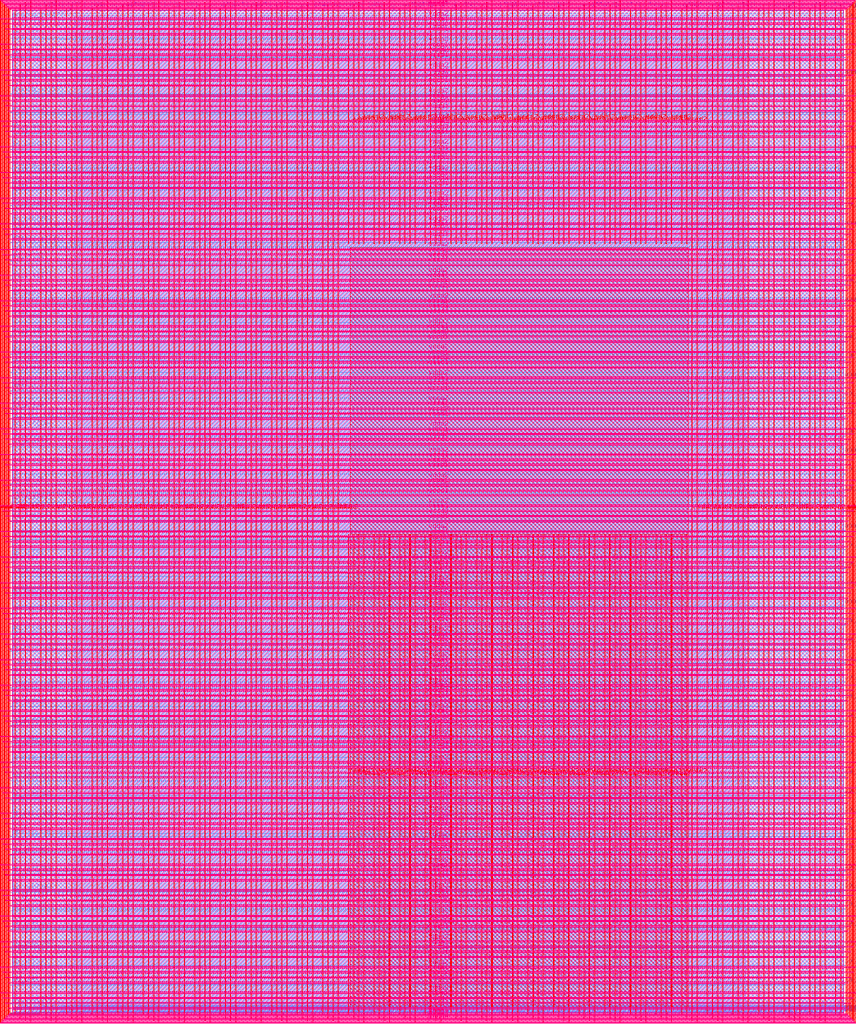
<source format=lef>
VERSION 5.7 ;
  NOWIREEXTENSIONATPIN ON ;
  DIVIDERCHAR "/" ;
  BUSBITCHARS "[]" ;
MACRO user_project_wrapper
  CLASS BLOCK ;
  FOREIGN user_project_wrapper ;
  ORIGIN 0.000 0.000 ;
  SIZE 2920.000 BY 3520.000 ;
  PIN analog_io[0]
    DIRECTION INOUT ;
    USE SIGNAL ;
    PORT
      LAYER met3 ;
        RECT 2917.600 1426.380 2924.800 1427.580 ;
    END
  END analog_io[0]
  PIN analog_io[10]
    DIRECTION INOUT ;
    USE SIGNAL ;
    PORT
      LAYER met2 ;
        RECT 2230.490 3517.600 2231.050 3524.800 ;
    END
  END analog_io[10]
  PIN analog_io[11]
    DIRECTION INOUT ;
    USE SIGNAL ;
    PORT
      LAYER met2 ;
        RECT 1905.730 3517.600 1906.290 3524.800 ;
    END
  END analog_io[11]
  PIN analog_io[12]
    DIRECTION INOUT ;
    USE SIGNAL ;
    PORT
      LAYER met2 ;
        RECT 1581.430 3517.600 1581.990 3524.800 ;
    END
  END analog_io[12]
  PIN analog_io[13]
    DIRECTION INOUT ;
    USE SIGNAL ;
    PORT
      LAYER met2 ;
        RECT 1257.130 3517.600 1257.690 3524.800 ;
    END
  END analog_io[13]
  PIN analog_io[14]
    DIRECTION INOUT ;
    USE SIGNAL ;
    PORT
      LAYER met2 ;
        RECT 932.370 3517.600 932.930 3524.800 ;
    END
  END analog_io[14]
  PIN analog_io[15]
    DIRECTION INOUT ;
    USE SIGNAL ;
    PORT
      LAYER met2 ;
        RECT 608.070 3517.600 608.630 3524.800 ;
    END
  END analog_io[15]
  PIN analog_io[16]
    DIRECTION INOUT ;
    USE SIGNAL ;
    PORT
      LAYER met2 ;
        RECT 283.770 3517.600 284.330 3524.800 ;
    END
  END analog_io[16]
  PIN analog_io[17]
    DIRECTION INOUT ;
    USE SIGNAL ;
    PORT
      LAYER met3 ;
        RECT -4.800 3486.100 2.400 3487.300 ;
    END
  END analog_io[17]
  PIN analog_io[18]
    DIRECTION INOUT ;
    USE SIGNAL ;
    PORT
      LAYER met3 ;
        RECT -4.800 3224.980 2.400 3226.180 ;
    END
  END analog_io[18]
  PIN analog_io[19]
    DIRECTION INOUT ;
    USE SIGNAL ;
    PORT
      LAYER met3 ;
        RECT -4.800 2964.540 2.400 2965.740 ;
    END
  END analog_io[19]
  PIN analog_io[1]
    DIRECTION INOUT ;
    USE SIGNAL ;
    PORT
      LAYER met3 ;
        RECT 2917.600 1692.260 2924.800 1693.460 ;
    END
  END analog_io[1]
  PIN analog_io[20]
    DIRECTION INOUT ;
    USE SIGNAL ;
    PORT
      LAYER met3 ;
        RECT -4.800 2703.420 2.400 2704.620 ;
    END
  END analog_io[20]
  PIN analog_io[21]
    DIRECTION INOUT ;
    USE SIGNAL ;
    PORT
      LAYER met3 ;
        RECT -4.800 2442.980 2.400 2444.180 ;
    END
  END analog_io[21]
  PIN analog_io[22]
    DIRECTION INOUT ;
    USE SIGNAL ;
    PORT
      LAYER met3 ;
        RECT -4.800 2182.540 2.400 2183.740 ;
    END
  END analog_io[22]
  PIN analog_io[23]
    DIRECTION INOUT ;
    USE SIGNAL ;
    PORT
      LAYER met3 ;
        RECT -4.800 1921.420 2.400 1922.620 ;
    END
  END analog_io[23]
  PIN analog_io[24]
    DIRECTION INOUT ;
    USE SIGNAL ;
    PORT
      LAYER met3 ;
        RECT -4.800 1660.980 2.400 1662.180 ;
    END
  END analog_io[24]
  PIN analog_io[25]
    DIRECTION INOUT ;
    USE SIGNAL ;
    PORT
      LAYER met3 ;
        RECT -4.800 1399.860 2.400 1401.060 ;
    END
  END analog_io[25]
  PIN analog_io[26]
    DIRECTION INOUT ;
    USE SIGNAL ;
    PORT
      LAYER met3 ;
        RECT -4.800 1139.420 2.400 1140.620 ;
    END
  END analog_io[26]
  PIN analog_io[27]
    DIRECTION INOUT ;
    USE SIGNAL ;
    PORT
      LAYER met3 ;
        RECT -4.800 878.980 2.400 880.180 ;
    END
  END analog_io[27]
  PIN analog_io[28]
    DIRECTION INOUT ;
    USE SIGNAL ;
    PORT
      LAYER met3 ;
        RECT -4.800 617.860 2.400 619.060 ;
    END
  END analog_io[28]
  PIN analog_io[2]
    DIRECTION INOUT ;
    USE SIGNAL ;
    PORT
      LAYER met3 ;
        RECT 2917.600 1958.140 2924.800 1959.340 ;
    END
  END analog_io[2]
  PIN analog_io[3]
    DIRECTION INOUT ;
    USE SIGNAL ;
    PORT
      LAYER met3 ;
        RECT 2917.600 2223.340 2924.800 2224.540 ;
    END
  END analog_io[3]
  PIN analog_io[4]
    DIRECTION INOUT ;
    USE SIGNAL ;
    PORT
      LAYER met3 ;
        RECT 2917.600 2489.220 2924.800 2490.420 ;
    END
  END analog_io[4]
  PIN analog_io[5]
    DIRECTION INOUT ;
    USE SIGNAL ;
    PORT
      LAYER met3 ;
        RECT 2917.600 2755.100 2924.800 2756.300 ;
    END
  END analog_io[5]
  PIN analog_io[6]
    DIRECTION INOUT ;
    USE SIGNAL ;
    PORT
      LAYER met3 ;
        RECT 2917.600 3020.300 2924.800 3021.500 ;
    END
  END analog_io[6]
  PIN analog_io[7]
    DIRECTION INOUT ;
    USE SIGNAL ;
    PORT
      LAYER met3 ;
        RECT 2917.600 3286.180 2924.800 3287.380 ;
    END
  END analog_io[7]
  PIN analog_io[8]
    DIRECTION INOUT ;
    USE SIGNAL ;
    PORT
      LAYER met2 ;
        RECT 2879.090 3517.600 2879.650 3524.800 ;
    END
  END analog_io[8]
  PIN analog_io[9]
    DIRECTION INOUT ;
    USE SIGNAL ;
    PORT
      LAYER met2 ;
        RECT 2554.790 3517.600 2555.350 3524.800 ;
    END
  END analog_io[9]
  PIN io_in[0]
    DIRECTION INPUT ;
    USE SIGNAL ;
    PORT
      LAYER met3 ;
        RECT 2917.600 32.380 2924.800 33.580 ;
    END
  END io_in[0]
  PIN io_in[10]
    DIRECTION INPUT ;
    USE SIGNAL ;
    PORT
      LAYER met3 ;
        RECT 2917.600 2289.980 2924.800 2291.180 ;
    END
  END io_in[10]
  PIN io_in[11]
    DIRECTION INPUT ;
    USE SIGNAL ;
    PORT
      LAYER met3 ;
        RECT 2917.600 2555.860 2924.800 2557.060 ;
    END
  END io_in[11]
  PIN io_in[12]
    DIRECTION INPUT ;
    USE SIGNAL ;
    PORT
      LAYER met3 ;
        RECT 2917.600 2821.060 2924.800 2822.260 ;
    END
  END io_in[12]
  PIN io_in[13]
    DIRECTION INPUT ;
    USE SIGNAL ;
    PORT
      LAYER met3 ;
        RECT 2917.600 3086.940 2924.800 3088.140 ;
    END
  END io_in[13]
  PIN io_in[14]
    DIRECTION INPUT ;
    USE SIGNAL ;
    PORT
      LAYER met3 ;
        RECT 2917.600 3352.820 2924.800 3354.020 ;
    END
  END io_in[14]
  PIN io_in[15]
    DIRECTION INPUT ;
    USE SIGNAL ;
    PORT
      LAYER met2 ;
        RECT 2798.130 3517.600 2798.690 3524.800 ;
    END
  END io_in[15]
  PIN io_in[16]
    DIRECTION INPUT ;
    USE SIGNAL ;
    PORT
      LAYER met2 ;
        RECT 2473.830 3517.600 2474.390 3524.800 ;
    END
  END io_in[16]
  PIN io_in[17]
    DIRECTION INPUT ;
    USE SIGNAL ;
    PORT
      LAYER met2 ;
        RECT 2149.070 3517.600 2149.630 3524.800 ;
    END
  END io_in[17]
  PIN io_in[18]
    DIRECTION INPUT ;
    USE SIGNAL ;
    PORT
      LAYER met2 ;
        RECT 1824.770 3517.600 1825.330 3524.800 ;
    END
  END io_in[18]
  PIN io_in[19]
    DIRECTION INPUT ;
    USE SIGNAL ;
    PORT
      LAYER met2 ;
        RECT 1500.470 3517.600 1501.030 3524.800 ;
    END
  END io_in[19]
  PIN io_in[1]
    DIRECTION INPUT ;
    USE SIGNAL ;
    PORT
      LAYER met3 ;
        RECT 2917.600 230.940 2924.800 232.140 ;
    END
  END io_in[1]
  PIN io_in[20]
    DIRECTION INPUT ;
    USE SIGNAL ;
    PORT
      LAYER met2 ;
        RECT 1175.710 3517.600 1176.270 3524.800 ;
    END
  END io_in[20]
  PIN io_in[21]
    DIRECTION INPUT ;
    USE SIGNAL ;
    PORT
      LAYER met2 ;
        RECT 851.410 3517.600 851.970 3524.800 ;
    END
  END io_in[21]
  PIN io_in[22]
    DIRECTION INPUT ;
    USE SIGNAL ;
    PORT
      LAYER met2 ;
        RECT 527.110 3517.600 527.670 3524.800 ;
    END
  END io_in[22]
  PIN io_in[23]
    DIRECTION INPUT ;
    USE SIGNAL ;
    PORT
      LAYER met2 ;
        RECT 202.350 3517.600 202.910 3524.800 ;
    END
  END io_in[23]
  PIN io_in[24]
    DIRECTION INPUT ;
    USE SIGNAL ;
    PORT
      LAYER met3 ;
        RECT -4.800 3420.820 2.400 3422.020 ;
    END
  END io_in[24]
  PIN io_in[25]
    DIRECTION INPUT ;
    USE SIGNAL ;
    PORT
      LAYER met3 ;
        RECT -4.800 3159.700 2.400 3160.900 ;
    END
  END io_in[25]
  PIN io_in[26]
    DIRECTION INPUT ;
    USE SIGNAL ;
    PORT
      LAYER met3 ;
        RECT -4.800 2899.260 2.400 2900.460 ;
    END
  END io_in[26]
  PIN io_in[27]
    DIRECTION INPUT ;
    USE SIGNAL ;
    PORT
      LAYER met3 ;
        RECT -4.800 2638.820 2.400 2640.020 ;
    END
  END io_in[27]
  PIN io_in[28]
    DIRECTION INPUT ;
    USE SIGNAL ;
    PORT
      LAYER met3 ;
        RECT -4.800 2377.700 2.400 2378.900 ;
    END
  END io_in[28]
  PIN io_in[29]
    DIRECTION INPUT ;
    USE SIGNAL ;
    PORT
      LAYER met3 ;
        RECT -4.800 2117.260 2.400 2118.460 ;
    END
  END io_in[29]
  PIN io_in[2]
    DIRECTION INPUT ;
    USE SIGNAL ;
    PORT
      LAYER met3 ;
        RECT 2917.600 430.180 2924.800 431.380 ;
    END
  END io_in[2]
  PIN io_in[30]
    DIRECTION INPUT ;
    USE SIGNAL ;
    PORT
      LAYER met3 ;
        RECT -4.800 1856.140 2.400 1857.340 ;
    END
  END io_in[30]
  PIN io_in[31]
    DIRECTION INPUT ;
    USE SIGNAL ;
    PORT
      LAYER met3 ;
        RECT -4.800 1595.700 2.400 1596.900 ;
    END
  END io_in[31]
  PIN io_in[32]
    DIRECTION INPUT ;
    USE SIGNAL ;
    PORT
      LAYER met3 ;
        RECT -4.800 1335.260 2.400 1336.460 ;
    END
  END io_in[32]
  PIN io_in[33]
    DIRECTION INPUT ;
    USE SIGNAL ;
    PORT
      LAYER met3 ;
        RECT -4.800 1074.140 2.400 1075.340 ;
    END
  END io_in[33]
  PIN io_in[34]
    DIRECTION INPUT ;
    USE SIGNAL ;
    PORT
      LAYER met3 ;
        RECT -4.800 813.700 2.400 814.900 ;
    END
  END io_in[34]
  PIN io_in[35]
    DIRECTION INPUT ;
    USE SIGNAL ;
    PORT
      LAYER met3 ;
        RECT -4.800 552.580 2.400 553.780 ;
    END
  END io_in[35]
  PIN io_in[36]
    DIRECTION INPUT ;
    USE SIGNAL ;
    PORT
      LAYER met3 ;
        RECT -4.800 357.420 2.400 358.620 ;
    END
  END io_in[36]
  PIN io_in[37]
    DIRECTION INPUT ;
    USE SIGNAL ;
    PORT
      LAYER met3 ;
        RECT -4.800 161.580 2.400 162.780 ;
    END
  END io_in[37]
  PIN io_in[3]
    DIRECTION INPUT ;
    USE SIGNAL ;
    PORT
      LAYER met3 ;
        RECT 2917.600 629.420 2924.800 630.620 ;
    END
  END io_in[3]
  PIN io_in[4]
    DIRECTION INPUT ;
    USE SIGNAL ;
    PORT
      LAYER met3 ;
        RECT 2917.600 828.660 2924.800 829.860 ;
    END
  END io_in[4]
  PIN io_in[5]
    DIRECTION INPUT ;
    USE SIGNAL ;
    PORT
      LAYER met3 ;
        RECT 2917.600 1027.900 2924.800 1029.100 ;
    END
  END io_in[5]
  PIN io_in[6]
    DIRECTION INPUT ;
    USE SIGNAL ;
    PORT
      LAYER met3 ;
        RECT 2917.600 1227.140 2924.800 1228.340 ;
    END
  END io_in[6]
  PIN io_in[7]
    DIRECTION INPUT ;
    USE SIGNAL ;
    PORT
      LAYER met3 ;
        RECT 2917.600 1493.020 2924.800 1494.220 ;
    END
  END io_in[7]
  PIN io_in[8]
    DIRECTION INPUT ;
    USE SIGNAL ;
    PORT
      LAYER met3 ;
        RECT 2917.600 1758.900 2924.800 1760.100 ;
    END
  END io_in[8]
  PIN io_in[9]
    DIRECTION INPUT ;
    USE SIGNAL ;
    PORT
      LAYER met3 ;
        RECT 2917.600 2024.100 2924.800 2025.300 ;
    END
  END io_in[9]
  PIN io_oeb[0]
    DIRECTION OUTPUT TRISTATE ;
    USE SIGNAL ;
    PORT
      LAYER met3 ;
        RECT 2917.600 164.980 2924.800 166.180 ;
    END
  END io_oeb[0]
  PIN io_oeb[10]
    DIRECTION OUTPUT TRISTATE ;
    USE SIGNAL ;
    PORT
      LAYER met3 ;
        RECT 2917.600 2422.580 2924.800 2423.780 ;
    END
  END io_oeb[10]
  PIN io_oeb[11]
    DIRECTION OUTPUT TRISTATE ;
    USE SIGNAL ;
    PORT
      LAYER met3 ;
        RECT 2917.600 2688.460 2924.800 2689.660 ;
    END
  END io_oeb[11]
  PIN io_oeb[12]
    DIRECTION OUTPUT TRISTATE ;
    USE SIGNAL ;
    PORT
      LAYER met3 ;
        RECT 2917.600 2954.340 2924.800 2955.540 ;
    END
  END io_oeb[12]
  PIN io_oeb[13]
    DIRECTION OUTPUT TRISTATE ;
    USE SIGNAL ;
    PORT
      LAYER met3 ;
        RECT 2917.600 3219.540 2924.800 3220.740 ;
    END
  END io_oeb[13]
  PIN io_oeb[14]
    DIRECTION OUTPUT TRISTATE ;
    USE SIGNAL ;
    PORT
      LAYER met3 ;
        RECT 2917.600 3485.420 2924.800 3486.620 ;
    END
  END io_oeb[14]
  PIN io_oeb[15]
    DIRECTION OUTPUT TRISTATE ;
    USE SIGNAL ;
    PORT
      LAYER met2 ;
        RECT 2635.750 3517.600 2636.310 3524.800 ;
    END
  END io_oeb[15]
  PIN io_oeb[16]
    DIRECTION OUTPUT TRISTATE ;
    USE SIGNAL ;
    PORT
      LAYER met2 ;
        RECT 2311.450 3517.600 2312.010 3524.800 ;
    END
  END io_oeb[16]
  PIN io_oeb[17]
    DIRECTION OUTPUT TRISTATE ;
    USE SIGNAL ;
    PORT
      LAYER met2 ;
        RECT 1987.150 3517.600 1987.710 3524.800 ;
    END
  END io_oeb[17]
  PIN io_oeb[18]
    DIRECTION OUTPUT TRISTATE ;
    USE SIGNAL ;
    PORT
      LAYER met2 ;
        RECT 1662.390 3517.600 1662.950 3524.800 ;
    END
  END io_oeb[18]
  PIN io_oeb[19]
    DIRECTION OUTPUT TRISTATE ;
    USE SIGNAL ;
    PORT
      LAYER met2 ;
        RECT 1338.090 3517.600 1338.650 3524.800 ;
    END
  END io_oeb[19]
  PIN io_oeb[1]
    DIRECTION OUTPUT TRISTATE ;
    USE SIGNAL ;
    PORT
      LAYER met3 ;
        RECT 2917.600 364.220 2924.800 365.420 ;
    END
  END io_oeb[1]
  PIN io_oeb[20]
    DIRECTION OUTPUT TRISTATE ;
    USE SIGNAL ;
    PORT
      LAYER met2 ;
        RECT 1013.790 3517.600 1014.350 3524.800 ;
    END
  END io_oeb[20]
  PIN io_oeb[21]
    DIRECTION OUTPUT TRISTATE ;
    USE SIGNAL ;
    PORT
      LAYER met2 ;
        RECT 689.030 3517.600 689.590 3524.800 ;
    END
  END io_oeb[21]
  PIN io_oeb[22]
    DIRECTION OUTPUT TRISTATE ;
    USE SIGNAL ;
    PORT
      LAYER met2 ;
        RECT 364.730 3517.600 365.290 3524.800 ;
    END
  END io_oeb[22]
  PIN io_oeb[23]
    DIRECTION OUTPUT TRISTATE ;
    USE SIGNAL ;
    PORT
      LAYER met2 ;
        RECT 40.430 3517.600 40.990 3524.800 ;
    END
  END io_oeb[23]
  PIN io_oeb[24]
    DIRECTION OUTPUT TRISTATE ;
    USE SIGNAL ;
    PORT
      LAYER met3 ;
        RECT -4.800 3290.260 2.400 3291.460 ;
    END
  END io_oeb[24]
  PIN io_oeb[25]
    DIRECTION OUTPUT TRISTATE ;
    USE SIGNAL ;
    PORT
      LAYER met3 ;
        RECT -4.800 3029.820 2.400 3031.020 ;
    END
  END io_oeb[25]
  PIN io_oeb[26]
    DIRECTION OUTPUT TRISTATE ;
    USE SIGNAL ;
    PORT
      LAYER met3 ;
        RECT -4.800 2768.700 2.400 2769.900 ;
    END
  END io_oeb[26]
  PIN io_oeb[27]
    DIRECTION OUTPUT TRISTATE ;
    USE SIGNAL ;
    PORT
      LAYER met3 ;
        RECT -4.800 2508.260 2.400 2509.460 ;
    END
  END io_oeb[27]
  PIN io_oeb[28]
    DIRECTION OUTPUT TRISTATE ;
    USE SIGNAL ;
    PORT
      LAYER met3 ;
        RECT -4.800 2247.140 2.400 2248.340 ;
    END
  END io_oeb[28]
  PIN io_oeb[29]
    DIRECTION OUTPUT TRISTATE ;
    USE SIGNAL ;
    PORT
      LAYER met3 ;
        RECT -4.800 1986.700 2.400 1987.900 ;
    END
  END io_oeb[29]
  PIN io_oeb[2]
    DIRECTION OUTPUT TRISTATE ;
    USE SIGNAL ;
    PORT
      LAYER met3 ;
        RECT 2917.600 563.460 2924.800 564.660 ;
    END
  END io_oeb[2]
  PIN io_oeb[30]
    DIRECTION OUTPUT TRISTATE ;
    USE SIGNAL ;
    PORT
      LAYER met3 ;
        RECT -4.800 1726.260 2.400 1727.460 ;
    END
  END io_oeb[30]
  PIN io_oeb[31]
    DIRECTION OUTPUT TRISTATE ;
    USE SIGNAL ;
    PORT
      LAYER met3 ;
        RECT -4.800 1465.140 2.400 1466.340 ;
    END
  END io_oeb[31]
  PIN io_oeb[32]
    DIRECTION OUTPUT TRISTATE ;
    USE SIGNAL ;
    PORT
      LAYER met3 ;
        RECT -4.800 1204.700 2.400 1205.900 ;
    END
  END io_oeb[32]
  PIN io_oeb[33]
    DIRECTION OUTPUT TRISTATE ;
    USE SIGNAL ;
    PORT
      LAYER met3 ;
        RECT -4.800 943.580 2.400 944.780 ;
    END
  END io_oeb[33]
  PIN io_oeb[34]
    DIRECTION OUTPUT TRISTATE ;
    USE SIGNAL ;
    PORT
      LAYER met3 ;
        RECT -4.800 683.140 2.400 684.340 ;
    END
  END io_oeb[34]
  PIN io_oeb[35]
    DIRECTION OUTPUT TRISTATE ;
    USE SIGNAL ;
    PORT
      LAYER met3 ;
        RECT -4.800 422.700 2.400 423.900 ;
    END
  END io_oeb[35]
  PIN io_oeb[36]
    DIRECTION OUTPUT TRISTATE ;
    USE SIGNAL ;
    PORT
      LAYER met3 ;
        RECT -4.800 226.860 2.400 228.060 ;
    END
  END io_oeb[36]
  PIN io_oeb[37]
    DIRECTION OUTPUT TRISTATE ;
    USE SIGNAL ;
    PORT
      LAYER met3 ;
        RECT -4.800 31.700 2.400 32.900 ;
    END
  END io_oeb[37]
  PIN io_oeb[3]
    DIRECTION OUTPUT TRISTATE ;
    USE SIGNAL ;
    PORT
      LAYER met3 ;
        RECT 2917.600 762.700 2924.800 763.900 ;
    END
  END io_oeb[3]
  PIN io_oeb[4]
    DIRECTION OUTPUT TRISTATE ;
    USE SIGNAL ;
    PORT
      LAYER met3 ;
        RECT 2917.600 961.940 2924.800 963.140 ;
    END
  END io_oeb[4]
  PIN io_oeb[5]
    DIRECTION OUTPUT TRISTATE ;
    USE SIGNAL ;
    PORT
      LAYER met3 ;
        RECT 2917.600 1161.180 2924.800 1162.380 ;
    END
  END io_oeb[5]
  PIN io_oeb[6]
    DIRECTION OUTPUT TRISTATE ;
    USE SIGNAL ;
    PORT
      LAYER met3 ;
        RECT 2917.600 1360.420 2924.800 1361.620 ;
    END
  END io_oeb[6]
  PIN io_oeb[7]
    DIRECTION OUTPUT TRISTATE ;
    USE SIGNAL ;
    PORT
      LAYER met3 ;
        RECT 2917.600 1625.620 2924.800 1626.820 ;
    END
  END io_oeb[7]
  PIN io_oeb[8]
    DIRECTION OUTPUT TRISTATE ;
    USE SIGNAL ;
    PORT
      LAYER met3 ;
        RECT 2917.600 1891.500 2924.800 1892.700 ;
    END
  END io_oeb[8]
  PIN io_oeb[9]
    DIRECTION OUTPUT TRISTATE ;
    USE SIGNAL ;
    PORT
      LAYER met3 ;
        RECT 2917.600 2157.380 2924.800 2158.580 ;
    END
  END io_oeb[9]
  PIN io_out[0]
    DIRECTION OUTPUT TRISTATE ;
    USE SIGNAL ;
    PORT
      LAYER met3 ;
        RECT 2917.600 98.340 2924.800 99.540 ;
    END
  END io_out[0]
  PIN io_out[10]
    DIRECTION OUTPUT TRISTATE ;
    USE SIGNAL ;
    PORT
      LAYER met3 ;
        RECT 2917.600 2356.620 2924.800 2357.820 ;
    END
  END io_out[10]
  PIN io_out[11]
    DIRECTION OUTPUT TRISTATE ;
    USE SIGNAL ;
    PORT
      LAYER met3 ;
        RECT 2917.600 2621.820 2924.800 2623.020 ;
    END
  END io_out[11]
  PIN io_out[12]
    DIRECTION OUTPUT TRISTATE ;
    USE SIGNAL ;
    PORT
      LAYER met3 ;
        RECT 2917.600 2887.700 2924.800 2888.900 ;
    END
  END io_out[12]
  PIN io_out[13]
    DIRECTION OUTPUT TRISTATE ;
    USE SIGNAL ;
    PORT
      LAYER met3 ;
        RECT 2917.600 3153.580 2924.800 3154.780 ;
    END
  END io_out[13]
  PIN io_out[14]
    DIRECTION OUTPUT TRISTATE ;
    USE SIGNAL ;
    PORT
      LAYER met3 ;
        RECT 2917.600 3418.780 2924.800 3419.980 ;
    END
  END io_out[14]
  PIN io_out[15]
    DIRECTION OUTPUT TRISTATE ;
    USE SIGNAL ;
    PORT
      LAYER met2 ;
        RECT 2717.170 3517.600 2717.730 3524.800 ;
    END
  END io_out[15]
  PIN io_out[16]
    DIRECTION OUTPUT TRISTATE ;
    USE SIGNAL ;
    PORT
      LAYER met2 ;
        RECT 2392.410 3517.600 2392.970 3524.800 ;
    END
  END io_out[16]
  PIN io_out[17]
    DIRECTION OUTPUT TRISTATE ;
    USE SIGNAL ;
    PORT
      LAYER met2 ;
        RECT 2068.110 3517.600 2068.670 3524.800 ;
    END
  END io_out[17]
  PIN io_out[18]
    DIRECTION OUTPUT TRISTATE ;
    USE SIGNAL ;
    PORT
      LAYER met2 ;
        RECT 1743.810 3517.600 1744.370 3524.800 ;
    END
  END io_out[18]
  PIN io_out[19]
    DIRECTION OUTPUT TRISTATE ;
    USE SIGNAL ;
    PORT
      LAYER met2 ;
        RECT 1419.050 3517.600 1419.610 3524.800 ;
    END
  END io_out[19]
  PIN io_out[1]
    DIRECTION OUTPUT TRISTATE ;
    USE SIGNAL ;
    PORT
      LAYER met3 ;
        RECT 2917.600 297.580 2924.800 298.780 ;
    END
  END io_out[1]
  PIN io_out[20]
    DIRECTION OUTPUT TRISTATE ;
    USE SIGNAL ;
    PORT
      LAYER met2 ;
        RECT 1094.750 3517.600 1095.310 3524.800 ;
    END
  END io_out[20]
  PIN io_out[21]
    DIRECTION OUTPUT TRISTATE ;
    USE SIGNAL ;
    PORT
      LAYER met2 ;
        RECT 770.450 3517.600 771.010 3524.800 ;
    END
  END io_out[21]
  PIN io_out[22]
    DIRECTION OUTPUT TRISTATE ;
    USE SIGNAL ;
    PORT
      LAYER met2 ;
        RECT 445.690 3517.600 446.250 3524.800 ;
    END
  END io_out[22]
  PIN io_out[23]
    DIRECTION OUTPUT TRISTATE ;
    USE SIGNAL ;
    PORT
      LAYER met2 ;
        RECT 121.390 3517.600 121.950 3524.800 ;
    END
  END io_out[23]
  PIN io_out[24]
    DIRECTION OUTPUT TRISTATE ;
    USE SIGNAL ;
    PORT
      LAYER met3 ;
        RECT -4.800 3355.540 2.400 3356.740 ;
    END
  END io_out[24]
  PIN io_out[25]
    DIRECTION OUTPUT TRISTATE ;
    USE SIGNAL ;
    PORT
      LAYER met3 ;
        RECT -4.800 3095.100 2.400 3096.300 ;
    END
  END io_out[25]
  PIN io_out[26]
    DIRECTION OUTPUT TRISTATE ;
    USE SIGNAL ;
    PORT
      LAYER met3 ;
        RECT -4.800 2833.980 2.400 2835.180 ;
    END
  END io_out[26]
  PIN io_out[27]
    DIRECTION OUTPUT TRISTATE ;
    USE SIGNAL ;
    PORT
      LAYER met3 ;
        RECT -4.800 2573.540 2.400 2574.740 ;
    END
  END io_out[27]
  PIN io_out[28]
    DIRECTION OUTPUT TRISTATE ;
    USE SIGNAL ;
    PORT
      LAYER met3 ;
        RECT -4.800 2312.420 2.400 2313.620 ;
    END
  END io_out[28]
  PIN io_out[29]
    DIRECTION OUTPUT TRISTATE ;
    USE SIGNAL ;
    PORT
      LAYER met3 ;
        RECT -4.800 2051.980 2.400 2053.180 ;
    END
  END io_out[29]
  PIN io_out[2]
    DIRECTION OUTPUT TRISTATE ;
    USE SIGNAL ;
    PORT
      LAYER met3 ;
        RECT 2917.600 496.820 2924.800 498.020 ;
    END
  END io_out[2]
  PIN io_out[30]
    DIRECTION OUTPUT TRISTATE ;
    USE SIGNAL ;
    PORT
      LAYER met3 ;
        RECT -4.800 1791.540 2.400 1792.740 ;
    END
  END io_out[30]
  PIN io_out[31]
    DIRECTION OUTPUT TRISTATE ;
    USE SIGNAL ;
    PORT
      LAYER met3 ;
        RECT -4.800 1530.420 2.400 1531.620 ;
    END
  END io_out[31]
  PIN io_out[32]
    DIRECTION OUTPUT TRISTATE ;
    USE SIGNAL ;
    PORT
      LAYER met3 ;
        RECT -4.800 1269.980 2.400 1271.180 ;
    END
  END io_out[32]
  PIN io_out[33]
    DIRECTION OUTPUT TRISTATE ;
    USE SIGNAL ;
    PORT
      LAYER met3 ;
        RECT -4.800 1008.860 2.400 1010.060 ;
    END
  END io_out[33]
  PIN io_out[34]
    DIRECTION OUTPUT TRISTATE ;
    USE SIGNAL ;
    PORT
      LAYER met3 ;
        RECT -4.800 748.420 2.400 749.620 ;
    END
  END io_out[34]
  PIN io_out[35]
    DIRECTION OUTPUT TRISTATE ;
    USE SIGNAL ;
    PORT
      LAYER met3 ;
        RECT -4.800 487.300 2.400 488.500 ;
    END
  END io_out[35]
  PIN io_out[36]
    DIRECTION OUTPUT TRISTATE ;
    USE SIGNAL ;
    PORT
      LAYER met3 ;
        RECT -4.800 292.140 2.400 293.340 ;
    END
  END io_out[36]
  PIN io_out[37]
    DIRECTION OUTPUT TRISTATE ;
    USE SIGNAL ;
    PORT
      LAYER met3 ;
        RECT -4.800 96.300 2.400 97.500 ;
    END
  END io_out[37]
  PIN io_out[3]
    DIRECTION OUTPUT TRISTATE ;
    USE SIGNAL ;
    PORT
      LAYER met3 ;
        RECT 2917.600 696.060 2924.800 697.260 ;
    END
  END io_out[3]
  PIN io_out[4]
    DIRECTION OUTPUT TRISTATE ;
    USE SIGNAL ;
    PORT
      LAYER met3 ;
        RECT 2917.600 895.300 2924.800 896.500 ;
    END
  END io_out[4]
  PIN io_out[5]
    DIRECTION OUTPUT TRISTATE ;
    USE SIGNAL ;
    PORT
      LAYER met3 ;
        RECT 2917.600 1094.540 2924.800 1095.740 ;
    END
  END io_out[5]
  PIN io_out[6]
    DIRECTION OUTPUT TRISTATE ;
    USE SIGNAL ;
    PORT
      LAYER met3 ;
        RECT 2917.600 1293.780 2924.800 1294.980 ;
    END
  END io_out[6]
  PIN io_out[7]
    DIRECTION OUTPUT TRISTATE ;
    USE SIGNAL ;
    PORT
      LAYER met3 ;
        RECT 2917.600 1559.660 2924.800 1560.860 ;
    END
  END io_out[7]
  PIN io_out[8]
    DIRECTION OUTPUT TRISTATE ;
    USE SIGNAL ;
    PORT
      LAYER met3 ;
        RECT 2917.600 1824.860 2924.800 1826.060 ;
    END
  END io_out[8]
  PIN io_out[9]
    DIRECTION OUTPUT TRISTATE ;
    USE SIGNAL ;
    PORT
      LAYER met3 ;
        RECT 2917.600 2090.740 2924.800 2091.940 ;
    END
  END io_out[9]
  PIN la_data_in[0]
    DIRECTION INPUT ;
    USE SIGNAL ;
    PORT
      LAYER met2 ;
        RECT 629.230 -4.800 629.790 2.400 ;
    END
  END la_data_in[0]
  PIN la_data_in[100]
    DIRECTION INPUT ;
    USE SIGNAL ;
    PORT
      LAYER met2 ;
        RECT 2402.530 -4.800 2403.090 2.400 ;
    END
  END la_data_in[100]
  PIN la_data_in[101]
    DIRECTION INPUT ;
    USE SIGNAL ;
    PORT
      LAYER met2 ;
        RECT 2420.010 -4.800 2420.570 2.400 ;
    END
  END la_data_in[101]
  PIN la_data_in[102]
    DIRECTION INPUT ;
    USE SIGNAL ;
    PORT
      LAYER met2 ;
        RECT 2437.950 -4.800 2438.510 2.400 ;
    END
  END la_data_in[102]
  PIN la_data_in[103]
    DIRECTION INPUT ;
    USE SIGNAL ;
    PORT
      LAYER met2 ;
        RECT 2455.430 -4.800 2455.990 2.400 ;
    END
  END la_data_in[103]
  PIN la_data_in[104]
    DIRECTION INPUT ;
    USE SIGNAL ;
    PORT
      LAYER met2 ;
        RECT 2473.370 -4.800 2473.930 2.400 ;
    END
  END la_data_in[104]
  PIN la_data_in[105]
    DIRECTION INPUT ;
    USE SIGNAL ;
    PORT
      LAYER met2 ;
        RECT 2490.850 -4.800 2491.410 2.400 ;
    END
  END la_data_in[105]
  PIN la_data_in[106]
    DIRECTION INPUT ;
    USE SIGNAL ;
    PORT
      LAYER met2 ;
        RECT 2508.790 -4.800 2509.350 2.400 ;
    END
  END la_data_in[106]
  PIN la_data_in[107]
    DIRECTION INPUT ;
    USE SIGNAL ;
    PORT
      LAYER met2 ;
        RECT 2526.730 -4.800 2527.290 2.400 ;
    END
  END la_data_in[107]
  PIN la_data_in[108]
    DIRECTION INPUT ;
    USE SIGNAL ;
    PORT
      LAYER met2 ;
        RECT 2544.210 -4.800 2544.770 2.400 ;
    END
  END la_data_in[108]
  PIN la_data_in[109]
    DIRECTION INPUT ;
    USE SIGNAL ;
    PORT
      LAYER met2 ;
        RECT 2562.150 -4.800 2562.710 2.400 ;
    END
  END la_data_in[109]
  PIN la_data_in[10]
    DIRECTION INPUT ;
    USE SIGNAL ;
    PORT
      LAYER met2 ;
        RECT 806.330 -4.800 806.890 2.400 ;
    END
  END la_data_in[10]
  PIN la_data_in[110]
    DIRECTION INPUT ;
    USE SIGNAL ;
    PORT
      LAYER met2 ;
        RECT 2579.630 -4.800 2580.190 2.400 ;
    END
  END la_data_in[110]
  PIN la_data_in[111]
    DIRECTION INPUT ;
    USE SIGNAL ;
    PORT
      LAYER met2 ;
        RECT 2597.570 -4.800 2598.130 2.400 ;
    END
  END la_data_in[111]
  PIN la_data_in[112]
    DIRECTION INPUT ;
    USE SIGNAL ;
    PORT
      LAYER met2 ;
        RECT 2615.050 -4.800 2615.610 2.400 ;
    END
  END la_data_in[112]
  PIN la_data_in[113]
    DIRECTION INPUT ;
    USE SIGNAL ;
    PORT
      LAYER met2 ;
        RECT 2632.990 -4.800 2633.550 2.400 ;
    END
  END la_data_in[113]
  PIN la_data_in[114]
    DIRECTION INPUT ;
    USE SIGNAL ;
    PORT
      LAYER met2 ;
        RECT 2650.470 -4.800 2651.030 2.400 ;
    END
  END la_data_in[114]
  PIN la_data_in[115]
    DIRECTION INPUT ;
    USE SIGNAL ;
    PORT
      LAYER met2 ;
        RECT 2668.410 -4.800 2668.970 2.400 ;
    END
  END la_data_in[115]
  PIN la_data_in[116]
    DIRECTION INPUT ;
    USE SIGNAL ;
    PORT
      LAYER met2 ;
        RECT 2685.890 -4.800 2686.450 2.400 ;
    END
  END la_data_in[116]
  PIN la_data_in[117]
    DIRECTION INPUT ;
    USE SIGNAL ;
    PORT
      LAYER met2 ;
        RECT 2703.830 -4.800 2704.390 2.400 ;
    END
  END la_data_in[117]
  PIN la_data_in[118]
    DIRECTION INPUT ;
    USE SIGNAL ;
    PORT
      LAYER met2 ;
        RECT 2721.770 -4.800 2722.330 2.400 ;
    END
  END la_data_in[118]
  PIN la_data_in[119]
    DIRECTION INPUT ;
    USE SIGNAL ;
    PORT
      LAYER met2 ;
        RECT 2739.250 -4.800 2739.810 2.400 ;
    END
  END la_data_in[119]
  PIN la_data_in[11]
    DIRECTION INPUT ;
    USE SIGNAL ;
    PORT
      LAYER met2 ;
        RECT 824.270 -4.800 824.830 2.400 ;
    END
  END la_data_in[11]
  PIN la_data_in[120]
    DIRECTION INPUT ;
    USE SIGNAL ;
    PORT
      LAYER met2 ;
        RECT 2757.190 -4.800 2757.750 2.400 ;
    END
  END la_data_in[120]
  PIN la_data_in[121]
    DIRECTION INPUT ;
    USE SIGNAL ;
    PORT
      LAYER met2 ;
        RECT 2774.670 -4.800 2775.230 2.400 ;
    END
  END la_data_in[121]
  PIN la_data_in[122]
    DIRECTION INPUT ;
    USE SIGNAL ;
    PORT
      LAYER met2 ;
        RECT 2792.610 -4.800 2793.170 2.400 ;
    END
  END la_data_in[122]
  PIN la_data_in[123]
    DIRECTION INPUT ;
    USE SIGNAL ;
    PORT
      LAYER met2 ;
        RECT 2810.090 -4.800 2810.650 2.400 ;
    END
  END la_data_in[123]
  PIN la_data_in[124]
    DIRECTION INPUT ;
    USE SIGNAL ;
    PORT
      LAYER met2 ;
        RECT 2828.030 -4.800 2828.590 2.400 ;
    END
  END la_data_in[124]
  PIN la_data_in[125]
    DIRECTION INPUT ;
    USE SIGNAL ;
    PORT
      LAYER met2 ;
        RECT 2845.510 -4.800 2846.070 2.400 ;
    END
  END la_data_in[125]
  PIN la_data_in[126]
    DIRECTION INPUT ;
    USE SIGNAL ;
    PORT
      LAYER met2 ;
        RECT 2863.450 -4.800 2864.010 2.400 ;
    END
  END la_data_in[126]
  PIN la_data_in[127]
    DIRECTION INPUT ;
    USE SIGNAL ;
    PORT
      LAYER met2 ;
        RECT 2881.390 -4.800 2881.950 2.400 ;
    END
  END la_data_in[127]
  PIN la_data_in[12]
    DIRECTION INPUT ;
    USE SIGNAL ;
    PORT
      LAYER met2 ;
        RECT 841.750 -4.800 842.310 2.400 ;
    END
  END la_data_in[12]
  PIN la_data_in[13]
    DIRECTION INPUT ;
    USE SIGNAL ;
    PORT
      LAYER met2 ;
        RECT 859.690 -4.800 860.250 2.400 ;
    END
  END la_data_in[13]
  PIN la_data_in[14]
    DIRECTION INPUT ;
    USE SIGNAL ;
    PORT
      LAYER met2 ;
        RECT 877.170 -4.800 877.730 2.400 ;
    END
  END la_data_in[14]
  PIN la_data_in[15]
    DIRECTION INPUT ;
    USE SIGNAL ;
    PORT
      LAYER met2 ;
        RECT 895.110 -4.800 895.670 2.400 ;
    END
  END la_data_in[15]
  PIN la_data_in[16]
    DIRECTION INPUT ;
    USE SIGNAL ;
    PORT
      LAYER met2 ;
        RECT 912.590 -4.800 913.150 2.400 ;
    END
  END la_data_in[16]
  PIN la_data_in[17]
    DIRECTION INPUT ;
    USE SIGNAL ;
    PORT
      LAYER met2 ;
        RECT 930.530 -4.800 931.090 2.400 ;
    END
  END la_data_in[17]
  PIN la_data_in[18]
    DIRECTION INPUT ;
    USE SIGNAL ;
    PORT
      LAYER met2 ;
        RECT 948.470 -4.800 949.030 2.400 ;
    END
  END la_data_in[18]
  PIN la_data_in[19]
    DIRECTION INPUT ;
    USE SIGNAL ;
    PORT
      LAYER met2 ;
        RECT 965.950 -4.800 966.510 2.400 ;
    END
  END la_data_in[19]
  PIN la_data_in[1]
    DIRECTION INPUT ;
    USE SIGNAL ;
    PORT
      LAYER met2 ;
        RECT 646.710 -4.800 647.270 2.400 ;
    END
  END la_data_in[1]
  PIN la_data_in[20]
    DIRECTION INPUT ;
    USE SIGNAL ;
    PORT
      LAYER met2 ;
        RECT 983.890 -4.800 984.450 2.400 ;
    END
  END la_data_in[20]
  PIN la_data_in[21]
    DIRECTION INPUT ;
    USE SIGNAL ;
    PORT
      LAYER met2 ;
        RECT 1001.370 -4.800 1001.930 2.400 ;
    END
  END la_data_in[21]
  PIN la_data_in[22]
    DIRECTION INPUT ;
    USE SIGNAL ;
    PORT
      LAYER met2 ;
        RECT 1019.310 -4.800 1019.870 2.400 ;
    END
  END la_data_in[22]
  PIN la_data_in[23]
    DIRECTION INPUT ;
    USE SIGNAL ;
    PORT
      LAYER met2 ;
        RECT 1036.790 -4.800 1037.350 2.400 ;
    END
  END la_data_in[23]
  PIN la_data_in[24]
    DIRECTION INPUT ;
    USE SIGNAL ;
    PORT
      LAYER met2 ;
        RECT 1054.730 -4.800 1055.290 2.400 ;
    END
  END la_data_in[24]
  PIN la_data_in[25]
    DIRECTION INPUT ;
    USE SIGNAL ;
    PORT
      LAYER met2 ;
        RECT 1072.210 -4.800 1072.770 2.400 ;
    END
  END la_data_in[25]
  PIN la_data_in[26]
    DIRECTION INPUT ;
    USE SIGNAL ;
    PORT
      LAYER met2 ;
        RECT 1090.150 -4.800 1090.710 2.400 ;
    END
  END la_data_in[26]
  PIN la_data_in[27]
    DIRECTION INPUT ;
    USE SIGNAL ;
    PORT
      LAYER met2 ;
        RECT 1107.630 -4.800 1108.190 2.400 ;
    END
  END la_data_in[27]
  PIN la_data_in[28]
    DIRECTION INPUT ;
    USE SIGNAL ;
    PORT
      LAYER met2 ;
        RECT 1125.570 -4.800 1126.130 2.400 ;
    END
  END la_data_in[28]
  PIN la_data_in[29]
    DIRECTION INPUT ;
    USE SIGNAL ;
    PORT
      LAYER met2 ;
        RECT 1143.510 -4.800 1144.070 2.400 ;
    END
  END la_data_in[29]
  PIN la_data_in[2]
    DIRECTION INPUT ;
    USE SIGNAL ;
    PORT
      LAYER met2 ;
        RECT 664.650 -4.800 665.210 2.400 ;
    END
  END la_data_in[2]
  PIN la_data_in[30]
    DIRECTION INPUT ;
    USE SIGNAL ;
    PORT
      LAYER met2 ;
        RECT 1160.990 -4.800 1161.550 2.400 ;
    END
  END la_data_in[30]
  PIN la_data_in[31]
    DIRECTION INPUT ;
    USE SIGNAL ;
    PORT
      LAYER met2 ;
        RECT 1178.930 -4.800 1179.490 2.400 ;
    END
  END la_data_in[31]
  PIN la_data_in[32]
    DIRECTION INPUT ;
    USE SIGNAL ;
    PORT
      LAYER met2 ;
        RECT 1196.410 -4.800 1196.970 2.400 ;
    END
  END la_data_in[32]
  PIN la_data_in[33]
    DIRECTION INPUT ;
    USE SIGNAL ;
    PORT
      LAYER met2 ;
        RECT 1214.350 -4.800 1214.910 2.400 ;
    END
  END la_data_in[33]
  PIN la_data_in[34]
    DIRECTION INPUT ;
    USE SIGNAL ;
    PORT
      LAYER met2 ;
        RECT 1231.830 -4.800 1232.390 2.400 ;
    END
  END la_data_in[34]
  PIN la_data_in[35]
    DIRECTION INPUT ;
    USE SIGNAL ;
    PORT
      LAYER met2 ;
        RECT 1249.770 -4.800 1250.330 2.400 ;
    END
  END la_data_in[35]
  PIN la_data_in[36]
    DIRECTION INPUT ;
    USE SIGNAL ;
    PORT
      LAYER met2 ;
        RECT 1267.250 -4.800 1267.810 2.400 ;
    END
  END la_data_in[36]
  PIN la_data_in[37]
    DIRECTION INPUT ;
    USE SIGNAL ;
    PORT
      LAYER met2 ;
        RECT 1285.190 -4.800 1285.750 2.400 ;
    END
  END la_data_in[37]
  PIN la_data_in[38]
    DIRECTION INPUT ;
    USE SIGNAL ;
    PORT
      LAYER met2 ;
        RECT 1303.130 -4.800 1303.690 2.400 ;
    END
  END la_data_in[38]
  PIN la_data_in[39]
    DIRECTION INPUT ;
    USE SIGNAL ;
    PORT
      LAYER met2 ;
        RECT 1320.610 -4.800 1321.170 2.400 ;
    END
  END la_data_in[39]
  PIN la_data_in[3]
    DIRECTION INPUT ;
    USE SIGNAL ;
    PORT
      LAYER met2 ;
        RECT 682.130 -4.800 682.690 2.400 ;
    END
  END la_data_in[3]
  PIN la_data_in[40]
    DIRECTION INPUT ;
    USE SIGNAL ;
    PORT
      LAYER met2 ;
        RECT 1338.550 -4.800 1339.110 2.400 ;
    END
  END la_data_in[40]
  PIN la_data_in[41]
    DIRECTION INPUT ;
    USE SIGNAL ;
    PORT
      LAYER met2 ;
        RECT 1356.030 -4.800 1356.590 2.400 ;
    END
  END la_data_in[41]
  PIN la_data_in[42]
    DIRECTION INPUT ;
    USE SIGNAL ;
    PORT
      LAYER met2 ;
        RECT 1373.970 -4.800 1374.530 2.400 ;
    END
  END la_data_in[42]
  PIN la_data_in[43]
    DIRECTION INPUT ;
    USE SIGNAL ;
    PORT
      LAYER met2 ;
        RECT 1391.450 -4.800 1392.010 2.400 ;
    END
  END la_data_in[43]
  PIN la_data_in[44]
    DIRECTION INPUT ;
    USE SIGNAL ;
    PORT
      LAYER met2 ;
        RECT 1409.390 -4.800 1409.950 2.400 ;
    END
  END la_data_in[44]
  PIN la_data_in[45]
    DIRECTION INPUT ;
    USE SIGNAL ;
    PORT
      LAYER met2 ;
        RECT 1426.870 -4.800 1427.430 2.400 ;
    END
  END la_data_in[45]
  PIN la_data_in[46]
    DIRECTION INPUT ;
    USE SIGNAL ;
    PORT
      LAYER met2 ;
        RECT 1444.810 -4.800 1445.370 2.400 ;
    END
  END la_data_in[46]
  PIN la_data_in[47]
    DIRECTION INPUT ;
    USE SIGNAL ;
    PORT
      LAYER met2 ;
        RECT 1462.750 -4.800 1463.310 2.400 ;
    END
  END la_data_in[47]
  PIN la_data_in[48]
    DIRECTION INPUT ;
    USE SIGNAL ;
    PORT
      LAYER met2 ;
        RECT 1480.230 -4.800 1480.790 2.400 ;
    END
  END la_data_in[48]
  PIN la_data_in[49]
    DIRECTION INPUT ;
    USE SIGNAL ;
    PORT
      LAYER met2 ;
        RECT 1498.170 -4.800 1498.730 2.400 ;
    END
  END la_data_in[49]
  PIN la_data_in[4]
    DIRECTION INPUT ;
    USE SIGNAL ;
    PORT
      LAYER met2 ;
        RECT 700.070 -4.800 700.630 2.400 ;
    END
  END la_data_in[4]
  PIN la_data_in[50]
    DIRECTION INPUT ;
    USE SIGNAL ;
    PORT
      LAYER met2 ;
        RECT 1515.650 -4.800 1516.210 2.400 ;
    END
  END la_data_in[50]
  PIN la_data_in[51]
    DIRECTION INPUT ;
    USE SIGNAL ;
    PORT
      LAYER met2 ;
        RECT 1533.590 -4.800 1534.150 2.400 ;
    END
  END la_data_in[51]
  PIN la_data_in[52]
    DIRECTION INPUT ;
    USE SIGNAL ;
    PORT
      LAYER met2 ;
        RECT 1551.070 -4.800 1551.630 2.400 ;
    END
  END la_data_in[52]
  PIN la_data_in[53]
    DIRECTION INPUT ;
    USE SIGNAL ;
    PORT
      LAYER met2 ;
        RECT 1569.010 -4.800 1569.570 2.400 ;
    END
  END la_data_in[53]
  PIN la_data_in[54]
    DIRECTION INPUT ;
    USE SIGNAL ;
    PORT
      LAYER met2 ;
        RECT 1586.490 -4.800 1587.050 2.400 ;
    END
  END la_data_in[54]
  PIN la_data_in[55]
    DIRECTION INPUT ;
    USE SIGNAL ;
    PORT
      LAYER met2 ;
        RECT 1604.430 -4.800 1604.990 2.400 ;
    END
  END la_data_in[55]
  PIN la_data_in[56]
    DIRECTION INPUT ;
    USE SIGNAL ;
    PORT
      LAYER met2 ;
        RECT 1621.910 -4.800 1622.470 2.400 ;
    END
  END la_data_in[56]
  PIN la_data_in[57]
    DIRECTION INPUT ;
    USE SIGNAL ;
    PORT
      LAYER met2 ;
        RECT 1639.850 -4.800 1640.410 2.400 ;
    END
  END la_data_in[57]
  PIN la_data_in[58]
    DIRECTION INPUT ;
    USE SIGNAL ;
    PORT
      LAYER met2 ;
        RECT 1657.790 -4.800 1658.350 2.400 ;
    END
  END la_data_in[58]
  PIN la_data_in[59]
    DIRECTION INPUT ;
    USE SIGNAL ;
    PORT
      LAYER met2 ;
        RECT 1675.270 -4.800 1675.830 2.400 ;
    END
  END la_data_in[59]
  PIN la_data_in[5]
    DIRECTION INPUT ;
    USE SIGNAL ;
    PORT
      LAYER met2 ;
        RECT 717.550 -4.800 718.110 2.400 ;
    END
  END la_data_in[5]
  PIN la_data_in[60]
    DIRECTION INPUT ;
    USE SIGNAL ;
    PORT
      LAYER met2 ;
        RECT 1693.210 -4.800 1693.770 2.400 ;
    END
  END la_data_in[60]
  PIN la_data_in[61]
    DIRECTION INPUT ;
    USE SIGNAL ;
    PORT
      LAYER met2 ;
        RECT 1710.690 -4.800 1711.250 2.400 ;
    END
  END la_data_in[61]
  PIN la_data_in[62]
    DIRECTION INPUT ;
    USE SIGNAL ;
    PORT
      LAYER met2 ;
        RECT 1728.630 -4.800 1729.190 2.400 ;
    END
  END la_data_in[62]
  PIN la_data_in[63]
    DIRECTION INPUT ;
    USE SIGNAL ;
    PORT
      LAYER met2 ;
        RECT 1746.110 -4.800 1746.670 2.400 ;
    END
  END la_data_in[63]
  PIN la_data_in[64]
    DIRECTION INPUT ;
    USE SIGNAL ;
    PORT
      LAYER met2 ;
        RECT 1764.050 -4.800 1764.610 2.400 ;
    END
  END la_data_in[64]
  PIN la_data_in[65]
    DIRECTION INPUT ;
    USE SIGNAL ;
    PORT
      LAYER met2 ;
        RECT 1781.530 -4.800 1782.090 2.400 ;
    END
  END la_data_in[65]
  PIN la_data_in[66]
    DIRECTION INPUT ;
    USE SIGNAL ;
    PORT
      LAYER met2 ;
        RECT 1799.470 -4.800 1800.030 2.400 ;
    END
  END la_data_in[66]
  PIN la_data_in[67]
    DIRECTION INPUT ;
    USE SIGNAL ;
    PORT
      LAYER met2 ;
        RECT 1817.410 -4.800 1817.970 2.400 ;
    END
  END la_data_in[67]
  PIN la_data_in[68]
    DIRECTION INPUT ;
    USE SIGNAL ;
    PORT
      LAYER met2 ;
        RECT 1834.890 -4.800 1835.450 2.400 ;
    END
  END la_data_in[68]
  PIN la_data_in[69]
    DIRECTION INPUT ;
    USE SIGNAL ;
    PORT
      LAYER met2 ;
        RECT 1852.830 -4.800 1853.390 2.400 ;
    END
  END la_data_in[69]
  PIN la_data_in[6]
    DIRECTION INPUT ;
    USE SIGNAL ;
    PORT
      LAYER met2 ;
        RECT 735.490 -4.800 736.050 2.400 ;
    END
  END la_data_in[6]
  PIN la_data_in[70]
    DIRECTION INPUT ;
    USE SIGNAL ;
    PORT
      LAYER met2 ;
        RECT 1870.310 -4.800 1870.870 2.400 ;
    END
  END la_data_in[70]
  PIN la_data_in[71]
    DIRECTION INPUT ;
    USE SIGNAL ;
    PORT
      LAYER met2 ;
        RECT 1888.250 -4.800 1888.810 2.400 ;
    END
  END la_data_in[71]
  PIN la_data_in[72]
    DIRECTION INPUT ;
    USE SIGNAL ;
    PORT
      LAYER met2 ;
        RECT 1905.730 -4.800 1906.290 2.400 ;
    END
  END la_data_in[72]
  PIN la_data_in[73]
    DIRECTION INPUT ;
    USE SIGNAL ;
    PORT
      LAYER met2 ;
        RECT 1923.670 -4.800 1924.230 2.400 ;
    END
  END la_data_in[73]
  PIN la_data_in[74]
    DIRECTION INPUT ;
    USE SIGNAL ;
    PORT
      LAYER met2 ;
        RECT 1941.150 -4.800 1941.710 2.400 ;
    END
  END la_data_in[74]
  PIN la_data_in[75]
    DIRECTION INPUT ;
    USE SIGNAL ;
    PORT
      LAYER met2 ;
        RECT 1959.090 -4.800 1959.650 2.400 ;
    END
  END la_data_in[75]
  PIN la_data_in[76]
    DIRECTION INPUT ;
    USE SIGNAL ;
    PORT
      LAYER met2 ;
        RECT 1976.570 -4.800 1977.130 2.400 ;
    END
  END la_data_in[76]
  PIN la_data_in[77]
    DIRECTION INPUT ;
    USE SIGNAL ;
    PORT
      LAYER met2 ;
        RECT 1994.510 -4.800 1995.070 2.400 ;
    END
  END la_data_in[77]
  PIN la_data_in[78]
    DIRECTION INPUT ;
    USE SIGNAL ;
    PORT
      LAYER met2 ;
        RECT 2012.450 -4.800 2013.010 2.400 ;
    END
  END la_data_in[78]
  PIN la_data_in[79]
    DIRECTION INPUT ;
    USE SIGNAL ;
    PORT
      LAYER met2 ;
        RECT 2029.930 -4.800 2030.490 2.400 ;
    END
  END la_data_in[79]
  PIN la_data_in[7]
    DIRECTION INPUT ;
    USE SIGNAL ;
    PORT
      LAYER met2 ;
        RECT 752.970 -4.800 753.530 2.400 ;
    END
  END la_data_in[7]
  PIN la_data_in[80]
    DIRECTION INPUT ;
    USE SIGNAL ;
    PORT
      LAYER met2 ;
        RECT 2047.870 -4.800 2048.430 2.400 ;
    END
  END la_data_in[80]
  PIN la_data_in[81]
    DIRECTION INPUT ;
    USE SIGNAL ;
    PORT
      LAYER met2 ;
        RECT 2065.350 -4.800 2065.910 2.400 ;
    END
  END la_data_in[81]
  PIN la_data_in[82]
    DIRECTION INPUT ;
    USE SIGNAL ;
    PORT
      LAYER met2 ;
        RECT 2083.290 -4.800 2083.850 2.400 ;
    END
  END la_data_in[82]
  PIN la_data_in[83]
    DIRECTION INPUT ;
    USE SIGNAL ;
    PORT
      LAYER met2 ;
        RECT 2100.770 -4.800 2101.330 2.400 ;
    END
  END la_data_in[83]
  PIN la_data_in[84]
    DIRECTION INPUT ;
    USE SIGNAL ;
    PORT
      LAYER met2 ;
        RECT 2118.710 -4.800 2119.270 2.400 ;
    END
  END la_data_in[84]
  PIN la_data_in[85]
    DIRECTION INPUT ;
    USE SIGNAL ;
    PORT
      LAYER met2 ;
        RECT 2136.190 -4.800 2136.750 2.400 ;
    END
  END la_data_in[85]
  PIN la_data_in[86]
    DIRECTION INPUT ;
    USE SIGNAL ;
    PORT
      LAYER met2 ;
        RECT 2154.130 -4.800 2154.690 2.400 ;
    END
  END la_data_in[86]
  PIN la_data_in[87]
    DIRECTION INPUT ;
    USE SIGNAL ;
    PORT
      LAYER met2 ;
        RECT 2172.070 -4.800 2172.630 2.400 ;
    END
  END la_data_in[87]
  PIN la_data_in[88]
    DIRECTION INPUT ;
    USE SIGNAL ;
    PORT
      LAYER met2 ;
        RECT 2189.550 -4.800 2190.110 2.400 ;
    END
  END la_data_in[88]
  PIN la_data_in[89]
    DIRECTION INPUT ;
    USE SIGNAL ;
    PORT
      LAYER met2 ;
        RECT 2207.490 -4.800 2208.050 2.400 ;
    END
  END la_data_in[89]
  PIN la_data_in[8]
    DIRECTION INPUT ;
    USE SIGNAL ;
    PORT
      LAYER met2 ;
        RECT 770.910 -4.800 771.470 2.400 ;
    END
  END la_data_in[8]
  PIN la_data_in[90]
    DIRECTION INPUT ;
    USE SIGNAL ;
    PORT
      LAYER met2 ;
        RECT 2224.970 -4.800 2225.530 2.400 ;
    END
  END la_data_in[90]
  PIN la_data_in[91]
    DIRECTION INPUT ;
    USE SIGNAL ;
    PORT
      LAYER met2 ;
        RECT 2242.910 -4.800 2243.470 2.400 ;
    END
  END la_data_in[91]
  PIN la_data_in[92]
    DIRECTION INPUT ;
    USE SIGNAL ;
    PORT
      LAYER met2 ;
        RECT 2260.390 -4.800 2260.950 2.400 ;
    END
  END la_data_in[92]
  PIN la_data_in[93]
    DIRECTION INPUT ;
    USE SIGNAL ;
    PORT
      LAYER met2 ;
        RECT 2278.330 -4.800 2278.890 2.400 ;
    END
  END la_data_in[93]
  PIN la_data_in[94]
    DIRECTION INPUT ;
    USE SIGNAL ;
    PORT
      LAYER met2 ;
        RECT 2295.810 -4.800 2296.370 2.400 ;
    END
  END la_data_in[94]
  PIN la_data_in[95]
    DIRECTION INPUT ;
    USE SIGNAL ;
    PORT
      LAYER met2 ;
        RECT 2313.750 -4.800 2314.310 2.400 ;
    END
  END la_data_in[95]
  PIN la_data_in[96]
    DIRECTION INPUT ;
    USE SIGNAL ;
    PORT
      LAYER met2 ;
        RECT 2331.230 -4.800 2331.790 2.400 ;
    END
  END la_data_in[96]
  PIN la_data_in[97]
    DIRECTION INPUT ;
    USE SIGNAL ;
    PORT
      LAYER met2 ;
        RECT 2349.170 -4.800 2349.730 2.400 ;
    END
  END la_data_in[97]
  PIN la_data_in[98]
    DIRECTION INPUT ;
    USE SIGNAL ;
    PORT
      LAYER met2 ;
        RECT 2367.110 -4.800 2367.670 2.400 ;
    END
  END la_data_in[98]
  PIN la_data_in[99]
    DIRECTION INPUT ;
    USE SIGNAL ;
    PORT
      LAYER met2 ;
        RECT 2384.590 -4.800 2385.150 2.400 ;
    END
  END la_data_in[99]
  PIN la_data_in[9]
    DIRECTION INPUT ;
    USE SIGNAL ;
    PORT
      LAYER met2 ;
        RECT 788.850 -4.800 789.410 2.400 ;
    END
  END la_data_in[9]
  PIN la_data_out[0]
    DIRECTION OUTPUT TRISTATE ;
    USE SIGNAL ;
    PORT
      LAYER met2 ;
        RECT 634.750 -4.800 635.310 2.400 ;
    END
  END la_data_out[0]
  PIN la_data_out[100]
    DIRECTION OUTPUT TRISTATE ;
    USE SIGNAL ;
    PORT
      LAYER met2 ;
        RECT 2408.510 -4.800 2409.070 2.400 ;
    END
  END la_data_out[100]
  PIN la_data_out[101]
    DIRECTION OUTPUT TRISTATE ;
    USE SIGNAL ;
    PORT
      LAYER met2 ;
        RECT 2425.990 -4.800 2426.550 2.400 ;
    END
  END la_data_out[101]
  PIN la_data_out[102]
    DIRECTION OUTPUT TRISTATE ;
    USE SIGNAL ;
    PORT
      LAYER met2 ;
        RECT 2443.930 -4.800 2444.490 2.400 ;
    END
  END la_data_out[102]
  PIN la_data_out[103]
    DIRECTION OUTPUT TRISTATE ;
    USE SIGNAL ;
    PORT
      LAYER met2 ;
        RECT 2461.410 -4.800 2461.970 2.400 ;
    END
  END la_data_out[103]
  PIN la_data_out[104]
    DIRECTION OUTPUT TRISTATE ;
    USE SIGNAL ;
    PORT
      LAYER met2 ;
        RECT 2479.350 -4.800 2479.910 2.400 ;
    END
  END la_data_out[104]
  PIN la_data_out[105]
    DIRECTION OUTPUT TRISTATE ;
    USE SIGNAL ;
    PORT
      LAYER met2 ;
        RECT 2496.830 -4.800 2497.390 2.400 ;
    END
  END la_data_out[105]
  PIN la_data_out[106]
    DIRECTION OUTPUT TRISTATE ;
    USE SIGNAL ;
    PORT
      LAYER met2 ;
        RECT 2514.770 -4.800 2515.330 2.400 ;
    END
  END la_data_out[106]
  PIN la_data_out[107]
    DIRECTION OUTPUT TRISTATE ;
    USE SIGNAL ;
    PORT
      LAYER met2 ;
        RECT 2532.250 -4.800 2532.810 2.400 ;
    END
  END la_data_out[107]
  PIN la_data_out[108]
    DIRECTION OUTPUT TRISTATE ;
    USE SIGNAL ;
    PORT
      LAYER met2 ;
        RECT 2550.190 -4.800 2550.750 2.400 ;
    END
  END la_data_out[108]
  PIN la_data_out[109]
    DIRECTION OUTPUT TRISTATE ;
    USE SIGNAL ;
    PORT
      LAYER met2 ;
        RECT 2567.670 -4.800 2568.230 2.400 ;
    END
  END la_data_out[109]
  PIN la_data_out[10]
    DIRECTION OUTPUT TRISTATE ;
    USE SIGNAL ;
    PORT
      LAYER met2 ;
        RECT 812.310 -4.800 812.870 2.400 ;
    END
  END la_data_out[10]
  PIN la_data_out[110]
    DIRECTION OUTPUT TRISTATE ;
    USE SIGNAL ;
    PORT
      LAYER met2 ;
        RECT 2585.610 -4.800 2586.170 2.400 ;
    END
  END la_data_out[110]
  PIN la_data_out[111]
    DIRECTION OUTPUT TRISTATE ;
    USE SIGNAL ;
    PORT
      LAYER met2 ;
        RECT 2603.550 -4.800 2604.110 2.400 ;
    END
  END la_data_out[111]
  PIN la_data_out[112]
    DIRECTION OUTPUT TRISTATE ;
    USE SIGNAL ;
    PORT
      LAYER met2 ;
        RECT 2621.030 -4.800 2621.590 2.400 ;
    END
  END la_data_out[112]
  PIN la_data_out[113]
    DIRECTION OUTPUT TRISTATE ;
    USE SIGNAL ;
    PORT
      LAYER met2 ;
        RECT 2638.970 -4.800 2639.530 2.400 ;
    END
  END la_data_out[113]
  PIN la_data_out[114]
    DIRECTION OUTPUT TRISTATE ;
    USE SIGNAL ;
    PORT
      LAYER met2 ;
        RECT 2656.450 -4.800 2657.010 2.400 ;
    END
  END la_data_out[114]
  PIN la_data_out[115]
    DIRECTION OUTPUT TRISTATE ;
    USE SIGNAL ;
    PORT
      LAYER met2 ;
        RECT 2674.390 -4.800 2674.950 2.400 ;
    END
  END la_data_out[115]
  PIN la_data_out[116]
    DIRECTION OUTPUT TRISTATE ;
    USE SIGNAL ;
    PORT
      LAYER met2 ;
        RECT 2691.870 -4.800 2692.430 2.400 ;
    END
  END la_data_out[116]
  PIN la_data_out[117]
    DIRECTION OUTPUT TRISTATE ;
    USE SIGNAL ;
    PORT
      LAYER met2 ;
        RECT 2709.810 -4.800 2710.370 2.400 ;
    END
  END la_data_out[117]
  PIN la_data_out[118]
    DIRECTION OUTPUT TRISTATE ;
    USE SIGNAL ;
    PORT
      LAYER met2 ;
        RECT 2727.290 -4.800 2727.850 2.400 ;
    END
  END la_data_out[118]
  PIN la_data_out[119]
    DIRECTION OUTPUT TRISTATE ;
    USE SIGNAL ;
    PORT
      LAYER met2 ;
        RECT 2745.230 -4.800 2745.790 2.400 ;
    END
  END la_data_out[119]
  PIN la_data_out[11]
    DIRECTION OUTPUT TRISTATE ;
    USE SIGNAL ;
    PORT
      LAYER met2 ;
        RECT 830.250 -4.800 830.810 2.400 ;
    END
  END la_data_out[11]
  PIN la_data_out[120]
    DIRECTION OUTPUT TRISTATE ;
    USE SIGNAL ;
    PORT
      LAYER met2 ;
        RECT 2763.170 -4.800 2763.730 2.400 ;
    END
  END la_data_out[120]
  PIN la_data_out[121]
    DIRECTION OUTPUT TRISTATE ;
    USE SIGNAL ;
    PORT
      LAYER met2 ;
        RECT 2780.650 -4.800 2781.210 2.400 ;
    END
  END la_data_out[121]
  PIN la_data_out[122]
    DIRECTION OUTPUT TRISTATE ;
    USE SIGNAL ;
    PORT
      LAYER met2 ;
        RECT 2798.590 -4.800 2799.150 2.400 ;
    END
  END la_data_out[122]
  PIN la_data_out[123]
    DIRECTION OUTPUT TRISTATE ;
    USE SIGNAL ;
    PORT
      LAYER met2 ;
        RECT 2816.070 -4.800 2816.630 2.400 ;
    END
  END la_data_out[123]
  PIN la_data_out[124]
    DIRECTION OUTPUT TRISTATE ;
    USE SIGNAL ;
    PORT
      LAYER met2 ;
        RECT 2834.010 -4.800 2834.570 2.400 ;
    END
  END la_data_out[124]
  PIN la_data_out[125]
    DIRECTION OUTPUT TRISTATE ;
    USE SIGNAL ;
    PORT
      LAYER met2 ;
        RECT 2851.490 -4.800 2852.050 2.400 ;
    END
  END la_data_out[125]
  PIN la_data_out[126]
    DIRECTION OUTPUT TRISTATE ;
    USE SIGNAL ;
    PORT
      LAYER met2 ;
        RECT 2869.430 -4.800 2869.990 2.400 ;
    END
  END la_data_out[126]
  PIN la_data_out[127]
    DIRECTION OUTPUT TRISTATE ;
    USE SIGNAL ;
    PORT
      LAYER met2 ;
        RECT 2886.910 -4.800 2887.470 2.400 ;
    END
  END la_data_out[127]
  PIN la_data_out[12]
    DIRECTION OUTPUT TRISTATE ;
    USE SIGNAL ;
    PORT
      LAYER met2 ;
        RECT 847.730 -4.800 848.290 2.400 ;
    END
  END la_data_out[12]
  PIN la_data_out[13]
    DIRECTION OUTPUT TRISTATE ;
    USE SIGNAL ;
    PORT
      LAYER met2 ;
        RECT 865.670 -4.800 866.230 2.400 ;
    END
  END la_data_out[13]
  PIN la_data_out[14]
    DIRECTION OUTPUT TRISTATE ;
    USE SIGNAL ;
    PORT
      LAYER met2 ;
        RECT 883.150 -4.800 883.710 2.400 ;
    END
  END la_data_out[14]
  PIN la_data_out[15]
    DIRECTION OUTPUT TRISTATE ;
    USE SIGNAL ;
    PORT
      LAYER met2 ;
        RECT 901.090 -4.800 901.650 2.400 ;
    END
  END la_data_out[15]
  PIN la_data_out[16]
    DIRECTION OUTPUT TRISTATE ;
    USE SIGNAL ;
    PORT
      LAYER met2 ;
        RECT 918.570 -4.800 919.130 2.400 ;
    END
  END la_data_out[16]
  PIN la_data_out[17]
    DIRECTION OUTPUT TRISTATE ;
    USE SIGNAL ;
    PORT
      LAYER met2 ;
        RECT 936.510 -4.800 937.070 2.400 ;
    END
  END la_data_out[17]
  PIN la_data_out[18]
    DIRECTION OUTPUT TRISTATE ;
    USE SIGNAL ;
    PORT
      LAYER met2 ;
        RECT 953.990 -4.800 954.550 2.400 ;
    END
  END la_data_out[18]
  PIN la_data_out[19]
    DIRECTION OUTPUT TRISTATE ;
    USE SIGNAL ;
    PORT
      LAYER met2 ;
        RECT 971.930 -4.800 972.490 2.400 ;
    END
  END la_data_out[19]
  PIN la_data_out[1]
    DIRECTION OUTPUT TRISTATE ;
    USE SIGNAL ;
    PORT
      LAYER met2 ;
        RECT 652.690 -4.800 653.250 2.400 ;
    END
  END la_data_out[1]
  PIN la_data_out[20]
    DIRECTION OUTPUT TRISTATE ;
    USE SIGNAL ;
    PORT
      LAYER met2 ;
        RECT 989.410 -4.800 989.970 2.400 ;
    END
  END la_data_out[20]
  PIN la_data_out[21]
    DIRECTION OUTPUT TRISTATE ;
    USE SIGNAL ;
    PORT
      LAYER met2 ;
        RECT 1007.350 -4.800 1007.910 2.400 ;
    END
  END la_data_out[21]
  PIN la_data_out[22]
    DIRECTION OUTPUT TRISTATE ;
    USE SIGNAL ;
    PORT
      LAYER met2 ;
        RECT 1025.290 -4.800 1025.850 2.400 ;
    END
  END la_data_out[22]
  PIN la_data_out[23]
    DIRECTION OUTPUT TRISTATE ;
    USE SIGNAL ;
    PORT
      LAYER met2 ;
        RECT 1042.770 -4.800 1043.330 2.400 ;
    END
  END la_data_out[23]
  PIN la_data_out[24]
    DIRECTION OUTPUT TRISTATE ;
    USE SIGNAL ;
    PORT
      LAYER met2 ;
        RECT 1060.710 -4.800 1061.270 2.400 ;
    END
  END la_data_out[24]
  PIN la_data_out[25]
    DIRECTION OUTPUT TRISTATE ;
    USE SIGNAL ;
    PORT
      LAYER met2 ;
        RECT 1078.190 -4.800 1078.750 2.400 ;
    END
  END la_data_out[25]
  PIN la_data_out[26]
    DIRECTION OUTPUT TRISTATE ;
    USE SIGNAL ;
    PORT
      LAYER met2 ;
        RECT 1096.130 -4.800 1096.690 2.400 ;
    END
  END la_data_out[26]
  PIN la_data_out[27]
    DIRECTION OUTPUT TRISTATE ;
    USE SIGNAL ;
    PORT
      LAYER met2 ;
        RECT 1113.610 -4.800 1114.170 2.400 ;
    END
  END la_data_out[27]
  PIN la_data_out[28]
    DIRECTION OUTPUT TRISTATE ;
    USE SIGNAL ;
    PORT
      LAYER met2 ;
        RECT 1131.550 -4.800 1132.110 2.400 ;
    END
  END la_data_out[28]
  PIN la_data_out[29]
    DIRECTION OUTPUT TRISTATE ;
    USE SIGNAL ;
    PORT
      LAYER met2 ;
        RECT 1149.030 -4.800 1149.590 2.400 ;
    END
  END la_data_out[29]
  PIN la_data_out[2]
    DIRECTION OUTPUT TRISTATE ;
    USE SIGNAL ;
    PORT
      LAYER met2 ;
        RECT 670.630 -4.800 671.190 2.400 ;
    END
  END la_data_out[2]
  PIN la_data_out[30]
    DIRECTION OUTPUT TRISTATE ;
    USE SIGNAL ;
    PORT
      LAYER met2 ;
        RECT 1166.970 -4.800 1167.530 2.400 ;
    END
  END la_data_out[30]
  PIN la_data_out[31]
    DIRECTION OUTPUT TRISTATE ;
    USE SIGNAL ;
    PORT
      LAYER met2 ;
        RECT 1184.910 -4.800 1185.470 2.400 ;
    END
  END la_data_out[31]
  PIN la_data_out[32]
    DIRECTION OUTPUT TRISTATE ;
    USE SIGNAL ;
    PORT
      LAYER met2 ;
        RECT 1202.390 -4.800 1202.950 2.400 ;
    END
  END la_data_out[32]
  PIN la_data_out[33]
    DIRECTION OUTPUT TRISTATE ;
    USE SIGNAL ;
    PORT
      LAYER met2 ;
        RECT 1220.330 -4.800 1220.890 2.400 ;
    END
  END la_data_out[33]
  PIN la_data_out[34]
    DIRECTION OUTPUT TRISTATE ;
    USE SIGNAL ;
    PORT
      LAYER met2 ;
        RECT 1237.810 -4.800 1238.370 2.400 ;
    END
  END la_data_out[34]
  PIN la_data_out[35]
    DIRECTION OUTPUT TRISTATE ;
    USE SIGNAL ;
    PORT
      LAYER met2 ;
        RECT 1255.750 -4.800 1256.310 2.400 ;
    END
  END la_data_out[35]
  PIN la_data_out[36]
    DIRECTION OUTPUT TRISTATE ;
    USE SIGNAL ;
    PORT
      LAYER met2 ;
        RECT 1273.230 -4.800 1273.790 2.400 ;
    END
  END la_data_out[36]
  PIN la_data_out[37]
    DIRECTION OUTPUT TRISTATE ;
    USE SIGNAL ;
    PORT
      LAYER met2 ;
        RECT 1291.170 -4.800 1291.730 2.400 ;
    END
  END la_data_out[37]
  PIN la_data_out[38]
    DIRECTION OUTPUT TRISTATE ;
    USE SIGNAL ;
    PORT
      LAYER met2 ;
        RECT 1308.650 -4.800 1309.210 2.400 ;
    END
  END la_data_out[38]
  PIN la_data_out[39]
    DIRECTION OUTPUT TRISTATE ;
    USE SIGNAL ;
    PORT
      LAYER met2 ;
        RECT 1326.590 -4.800 1327.150 2.400 ;
    END
  END la_data_out[39]
  PIN la_data_out[3]
    DIRECTION OUTPUT TRISTATE ;
    USE SIGNAL ;
    PORT
      LAYER met2 ;
        RECT 688.110 -4.800 688.670 2.400 ;
    END
  END la_data_out[3]
  PIN la_data_out[40]
    DIRECTION OUTPUT TRISTATE ;
    USE SIGNAL ;
    PORT
      LAYER met2 ;
        RECT 1344.070 -4.800 1344.630 2.400 ;
    END
  END la_data_out[40]
  PIN la_data_out[41]
    DIRECTION OUTPUT TRISTATE ;
    USE SIGNAL ;
    PORT
      LAYER met2 ;
        RECT 1362.010 -4.800 1362.570 2.400 ;
    END
  END la_data_out[41]
  PIN la_data_out[42]
    DIRECTION OUTPUT TRISTATE ;
    USE SIGNAL ;
    PORT
      LAYER met2 ;
        RECT 1379.950 -4.800 1380.510 2.400 ;
    END
  END la_data_out[42]
  PIN la_data_out[43]
    DIRECTION OUTPUT TRISTATE ;
    USE SIGNAL ;
    PORT
      LAYER met2 ;
        RECT 1397.430 -4.800 1397.990 2.400 ;
    END
  END la_data_out[43]
  PIN la_data_out[44]
    DIRECTION OUTPUT TRISTATE ;
    USE SIGNAL ;
    PORT
      LAYER met2 ;
        RECT 1415.370 -4.800 1415.930 2.400 ;
    END
  END la_data_out[44]
  PIN la_data_out[45]
    DIRECTION OUTPUT TRISTATE ;
    USE SIGNAL ;
    PORT
      LAYER met2 ;
        RECT 1432.850 -4.800 1433.410 2.400 ;
    END
  END la_data_out[45]
  PIN la_data_out[46]
    DIRECTION OUTPUT TRISTATE ;
    USE SIGNAL ;
    PORT
      LAYER met2 ;
        RECT 1450.790 -4.800 1451.350 2.400 ;
    END
  END la_data_out[46]
  PIN la_data_out[47]
    DIRECTION OUTPUT TRISTATE ;
    USE SIGNAL ;
    PORT
      LAYER met2 ;
        RECT 1468.270 -4.800 1468.830 2.400 ;
    END
  END la_data_out[47]
  PIN la_data_out[48]
    DIRECTION OUTPUT TRISTATE ;
    USE SIGNAL ;
    PORT
      LAYER met2 ;
        RECT 1486.210 -4.800 1486.770 2.400 ;
    END
  END la_data_out[48]
  PIN la_data_out[49]
    DIRECTION OUTPUT TRISTATE ;
    USE SIGNAL ;
    PORT
      LAYER met2 ;
        RECT 1503.690 -4.800 1504.250 2.400 ;
    END
  END la_data_out[49]
  PIN la_data_out[4]
    DIRECTION OUTPUT TRISTATE ;
    USE SIGNAL ;
    PORT
      LAYER met2 ;
        RECT 706.050 -4.800 706.610 2.400 ;
    END
  END la_data_out[4]
  PIN la_data_out[50]
    DIRECTION OUTPUT TRISTATE ;
    USE SIGNAL ;
    PORT
      LAYER met2 ;
        RECT 1521.630 -4.800 1522.190 2.400 ;
    END
  END la_data_out[50]
  PIN la_data_out[51]
    DIRECTION OUTPUT TRISTATE ;
    USE SIGNAL ;
    PORT
      LAYER met2 ;
        RECT 1539.570 -4.800 1540.130 2.400 ;
    END
  END la_data_out[51]
  PIN la_data_out[52]
    DIRECTION OUTPUT TRISTATE ;
    USE SIGNAL ;
    PORT
      LAYER met2 ;
        RECT 1557.050 -4.800 1557.610 2.400 ;
    END
  END la_data_out[52]
  PIN la_data_out[53]
    DIRECTION OUTPUT TRISTATE ;
    USE SIGNAL ;
    PORT
      LAYER met2 ;
        RECT 1574.990 -4.800 1575.550 2.400 ;
    END
  END la_data_out[53]
  PIN la_data_out[54]
    DIRECTION OUTPUT TRISTATE ;
    USE SIGNAL ;
    PORT
      LAYER met2 ;
        RECT 1592.470 -4.800 1593.030 2.400 ;
    END
  END la_data_out[54]
  PIN la_data_out[55]
    DIRECTION OUTPUT TRISTATE ;
    USE SIGNAL ;
    PORT
      LAYER met2 ;
        RECT 1610.410 -4.800 1610.970 2.400 ;
    END
  END la_data_out[55]
  PIN la_data_out[56]
    DIRECTION OUTPUT TRISTATE ;
    USE SIGNAL ;
    PORT
      LAYER met2 ;
        RECT 1627.890 -4.800 1628.450 2.400 ;
    END
  END la_data_out[56]
  PIN la_data_out[57]
    DIRECTION OUTPUT TRISTATE ;
    USE SIGNAL ;
    PORT
      LAYER met2 ;
        RECT 1645.830 -4.800 1646.390 2.400 ;
    END
  END la_data_out[57]
  PIN la_data_out[58]
    DIRECTION OUTPUT TRISTATE ;
    USE SIGNAL ;
    PORT
      LAYER met2 ;
        RECT 1663.310 -4.800 1663.870 2.400 ;
    END
  END la_data_out[58]
  PIN la_data_out[59]
    DIRECTION OUTPUT TRISTATE ;
    USE SIGNAL ;
    PORT
      LAYER met2 ;
        RECT 1681.250 -4.800 1681.810 2.400 ;
    END
  END la_data_out[59]
  PIN la_data_out[5]
    DIRECTION OUTPUT TRISTATE ;
    USE SIGNAL ;
    PORT
      LAYER met2 ;
        RECT 723.530 -4.800 724.090 2.400 ;
    END
  END la_data_out[5]
  PIN la_data_out[60]
    DIRECTION OUTPUT TRISTATE ;
    USE SIGNAL ;
    PORT
      LAYER met2 ;
        RECT 1699.190 -4.800 1699.750 2.400 ;
    END
  END la_data_out[60]
  PIN la_data_out[61]
    DIRECTION OUTPUT TRISTATE ;
    USE SIGNAL ;
    PORT
      LAYER met2 ;
        RECT 1716.670 -4.800 1717.230 2.400 ;
    END
  END la_data_out[61]
  PIN la_data_out[62]
    DIRECTION OUTPUT TRISTATE ;
    USE SIGNAL ;
    PORT
      LAYER met2 ;
        RECT 1734.610 -4.800 1735.170 2.400 ;
    END
  END la_data_out[62]
  PIN la_data_out[63]
    DIRECTION OUTPUT TRISTATE ;
    USE SIGNAL ;
    PORT
      LAYER met2 ;
        RECT 1752.090 -4.800 1752.650 2.400 ;
    END
  END la_data_out[63]
  PIN la_data_out[64]
    DIRECTION OUTPUT TRISTATE ;
    USE SIGNAL ;
    PORT
      LAYER met2 ;
        RECT 1770.030 -4.800 1770.590 2.400 ;
    END
  END la_data_out[64]
  PIN la_data_out[65]
    DIRECTION OUTPUT TRISTATE ;
    USE SIGNAL ;
    PORT
      LAYER met2 ;
        RECT 1787.510 -4.800 1788.070 2.400 ;
    END
  END la_data_out[65]
  PIN la_data_out[66]
    DIRECTION OUTPUT TRISTATE ;
    USE SIGNAL ;
    PORT
      LAYER met2 ;
        RECT 1805.450 -4.800 1806.010 2.400 ;
    END
  END la_data_out[66]
  PIN la_data_out[67]
    DIRECTION OUTPUT TRISTATE ;
    USE SIGNAL ;
    PORT
      LAYER met2 ;
        RECT 1822.930 -4.800 1823.490 2.400 ;
    END
  END la_data_out[67]
  PIN la_data_out[68]
    DIRECTION OUTPUT TRISTATE ;
    USE SIGNAL ;
    PORT
      LAYER met2 ;
        RECT 1840.870 -4.800 1841.430 2.400 ;
    END
  END la_data_out[68]
  PIN la_data_out[69]
    DIRECTION OUTPUT TRISTATE ;
    USE SIGNAL ;
    PORT
      LAYER met2 ;
        RECT 1858.350 -4.800 1858.910 2.400 ;
    END
  END la_data_out[69]
  PIN la_data_out[6]
    DIRECTION OUTPUT TRISTATE ;
    USE SIGNAL ;
    PORT
      LAYER met2 ;
        RECT 741.470 -4.800 742.030 2.400 ;
    END
  END la_data_out[6]
  PIN la_data_out[70]
    DIRECTION OUTPUT TRISTATE ;
    USE SIGNAL ;
    PORT
      LAYER met2 ;
        RECT 1876.290 -4.800 1876.850 2.400 ;
    END
  END la_data_out[70]
  PIN la_data_out[71]
    DIRECTION OUTPUT TRISTATE ;
    USE SIGNAL ;
    PORT
      LAYER met2 ;
        RECT 1894.230 -4.800 1894.790 2.400 ;
    END
  END la_data_out[71]
  PIN la_data_out[72]
    DIRECTION OUTPUT TRISTATE ;
    USE SIGNAL ;
    PORT
      LAYER met2 ;
        RECT 1911.710 -4.800 1912.270 2.400 ;
    END
  END la_data_out[72]
  PIN la_data_out[73]
    DIRECTION OUTPUT TRISTATE ;
    USE SIGNAL ;
    PORT
      LAYER met2 ;
        RECT 1929.650 -4.800 1930.210 2.400 ;
    END
  END la_data_out[73]
  PIN la_data_out[74]
    DIRECTION OUTPUT TRISTATE ;
    USE SIGNAL ;
    PORT
      LAYER met2 ;
        RECT 1947.130 -4.800 1947.690 2.400 ;
    END
  END la_data_out[74]
  PIN la_data_out[75]
    DIRECTION OUTPUT TRISTATE ;
    USE SIGNAL ;
    PORT
      LAYER met2 ;
        RECT 1965.070 -4.800 1965.630 2.400 ;
    END
  END la_data_out[75]
  PIN la_data_out[76]
    DIRECTION OUTPUT TRISTATE ;
    USE SIGNAL ;
    PORT
      LAYER met2 ;
        RECT 1982.550 -4.800 1983.110 2.400 ;
    END
  END la_data_out[76]
  PIN la_data_out[77]
    DIRECTION OUTPUT TRISTATE ;
    USE SIGNAL ;
    PORT
      LAYER met2 ;
        RECT 2000.490 -4.800 2001.050 2.400 ;
    END
  END la_data_out[77]
  PIN la_data_out[78]
    DIRECTION OUTPUT TRISTATE ;
    USE SIGNAL ;
    PORT
      LAYER met2 ;
        RECT 2017.970 -4.800 2018.530 2.400 ;
    END
  END la_data_out[78]
  PIN la_data_out[79]
    DIRECTION OUTPUT TRISTATE ;
    USE SIGNAL ;
    PORT
      LAYER met2 ;
        RECT 2035.910 -4.800 2036.470 2.400 ;
    END
  END la_data_out[79]
  PIN la_data_out[7]
    DIRECTION OUTPUT TRISTATE ;
    USE SIGNAL ;
    PORT
      LAYER met2 ;
        RECT 758.950 -4.800 759.510 2.400 ;
    END
  END la_data_out[7]
  PIN la_data_out[80]
    DIRECTION OUTPUT TRISTATE ;
    USE SIGNAL ;
    PORT
      LAYER met2 ;
        RECT 2053.850 -4.800 2054.410 2.400 ;
    END
  END la_data_out[80]
  PIN la_data_out[81]
    DIRECTION OUTPUT TRISTATE ;
    USE SIGNAL ;
    PORT
      LAYER met2 ;
        RECT 2071.330 -4.800 2071.890 2.400 ;
    END
  END la_data_out[81]
  PIN la_data_out[82]
    DIRECTION OUTPUT TRISTATE ;
    USE SIGNAL ;
    PORT
      LAYER met2 ;
        RECT 2089.270 -4.800 2089.830 2.400 ;
    END
  END la_data_out[82]
  PIN la_data_out[83]
    DIRECTION OUTPUT TRISTATE ;
    USE SIGNAL ;
    PORT
      LAYER met2 ;
        RECT 2106.750 -4.800 2107.310 2.400 ;
    END
  END la_data_out[83]
  PIN la_data_out[84]
    DIRECTION OUTPUT TRISTATE ;
    USE SIGNAL ;
    PORT
      LAYER met2 ;
        RECT 2124.690 -4.800 2125.250 2.400 ;
    END
  END la_data_out[84]
  PIN la_data_out[85]
    DIRECTION OUTPUT TRISTATE ;
    USE SIGNAL ;
    PORT
      LAYER met2 ;
        RECT 2142.170 -4.800 2142.730 2.400 ;
    END
  END la_data_out[85]
  PIN la_data_out[86]
    DIRECTION OUTPUT TRISTATE ;
    USE SIGNAL ;
    PORT
      LAYER met2 ;
        RECT 2160.110 -4.800 2160.670 2.400 ;
    END
  END la_data_out[86]
  PIN la_data_out[87]
    DIRECTION OUTPUT TRISTATE ;
    USE SIGNAL ;
    PORT
      LAYER met2 ;
        RECT 2177.590 -4.800 2178.150 2.400 ;
    END
  END la_data_out[87]
  PIN la_data_out[88]
    DIRECTION OUTPUT TRISTATE ;
    USE SIGNAL ;
    PORT
      LAYER met2 ;
        RECT 2195.530 -4.800 2196.090 2.400 ;
    END
  END la_data_out[88]
  PIN la_data_out[89]
    DIRECTION OUTPUT TRISTATE ;
    USE SIGNAL ;
    PORT
      LAYER met2 ;
        RECT 2213.010 -4.800 2213.570 2.400 ;
    END
  END la_data_out[89]
  PIN la_data_out[8]
    DIRECTION OUTPUT TRISTATE ;
    USE SIGNAL ;
    PORT
      LAYER met2 ;
        RECT 776.890 -4.800 777.450 2.400 ;
    END
  END la_data_out[8]
  PIN la_data_out[90]
    DIRECTION OUTPUT TRISTATE ;
    USE SIGNAL ;
    PORT
      LAYER met2 ;
        RECT 2230.950 -4.800 2231.510 2.400 ;
    END
  END la_data_out[90]
  PIN la_data_out[91]
    DIRECTION OUTPUT TRISTATE ;
    USE SIGNAL ;
    PORT
      LAYER met2 ;
        RECT 2248.890 -4.800 2249.450 2.400 ;
    END
  END la_data_out[91]
  PIN la_data_out[92]
    DIRECTION OUTPUT TRISTATE ;
    USE SIGNAL ;
    PORT
      LAYER met2 ;
        RECT 2266.370 -4.800 2266.930 2.400 ;
    END
  END la_data_out[92]
  PIN la_data_out[93]
    DIRECTION OUTPUT TRISTATE ;
    USE SIGNAL ;
    PORT
      LAYER met2 ;
        RECT 2284.310 -4.800 2284.870 2.400 ;
    END
  END la_data_out[93]
  PIN la_data_out[94]
    DIRECTION OUTPUT TRISTATE ;
    USE SIGNAL ;
    PORT
      LAYER met2 ;
        RECT 2301.790 -4.800 2302.350 2.400 ;
    END
  END la_data_out[94]
  PIN la_data_out[95]
    DIRECTION OUTPUT TRISTATE ;
    USE SIGNAL ;
    PORT
      LAYER met2 ;
        RECT 2319.730 -4.800 2320.290 2.400 ;
    END
  END la_data_out[95]
  PIN la_data_out[96]
    DIRECTION OUTPUT TRISTATE ;
    USE SIGNAL ;
    PORT
      LAYER met2 ;
        RECT 2337.210 -4.800 2337.770 2.400 ;
    END
  END la_data_out[96]
  PIN la_data_out[97]
    DIRECTION OUTPUT TRISTATE ;
    USE SIGNAL ;
    PORT
      LAYER met2 ;
        RECT 2355.150 -4.800 2355.710 2.400 ;
    END
  END la_data_out[97]
  PIN la_data_out[98]
    DIRECTION OUTPUT TRISTATE ;
    USE SIGNAL ;
    PORT
      LAYER met2 ;
        RECT 2372.630 -4.800 2373.190 2.400 ;
    END
  END la_data_out[98]
  PIN la_data_out[99]
    DIRECTION OUTPUT TRISTATE ;
    USE SIGNAL ;
    PORT
      LAYER met2 ;
        RECT 2390.570 -4.800 2391.130 2.400 ;
    END
  END la_data_out[99]
  PIN la_data_out[9]
    DIRECTION OUTPUT TRISTATE ;
    USE SIGNAL ;
    PORT
      LAYER met2 ;
        RECT 794.370 -4.800 794.930 2.400 ;
    END
  END la_data_out[9]
  PIN la_oenb[0]
    DIRECTION INPUT ;
    USE SIGNAL ;
    PORT
      LAYER met2 ;
        RECT 640.730 -4.800 641.290 2.400 ;
    END
  END la_oenb[0]
  PIN la_oenb[100]
    DIRECTION INPUT ;
    USE SIGNAL ;
    PORT
      LAYER met2 ;
        RECT 2414.030 -4.800 2414.590 2.400 ;
    END
  END la_oenb[100]
  PIN la_oenb[101]
    DIRECTION INPUT ;
    USE SIGNAL ;
    PORT
      LAYER met2 ;
        RECT 2431.970 -4.800 2432.530 2.400 ;
    END
  END la_oenb[101]
  PIN la_oenb[102]
    DIRECTION INPUT ;
    USE SIGNAL ;
    PORT
      LAYER met2 ;
        RECT 2449.450 -4.800 2450.010 2.400 ;
    END
  END la_oenb[102]
  PIN la_oenb[103]
    DIRECTION INPUT ;
    USE SIGNAL ;
    PORT
      LAYER met2 ;
        RECT 2467.390 -4.800 2467.950 2.400 ;
    END
  END la_oenb[103]
  PIN la_oenb[104]
    DIRECTION INPUT ;
    USE SIGNAL ;
    PORT
      LAYER met2 ;
        RECT 2485.330 -4.800 2485.890 2.400 ;
    END
  END la_oenb[104]
  PIN la_oenb[105]
    DIRECTION INPUT ;
    USE SIGNAL ;
    PORT
      LAYER met2 ;
        RECT 2502.810 -4.800 2503.370 2.400 ;
    END
  END la_oenb[105]
  PIN la_oenb[106]
    DIRECTION INPUT ;
    USE SIGNAL ;
    PORT
      LAYER met2 ;
        RECT 2520.750 -4.800 2521.310 2.400 ;
    END
  END la_oenb[106]
  PIN la_oenb[107]
    DIRECTION INPUT ;
    USE SIGNAL ;
    PORT
      LAYER met2 ;
        RECT 2538.230 -4.800 2538.790 2.400 ;
    END
  END la_oenb[107]
  PIN la_oenb[108]
    DIRECTION INPUT ;
    USE SIGNAL ;
    PORT
      LAYER met2 ;
        RECT 2556.170 -4.800 2556.730 2.400 ;
    END
  END la_oenb[108]
  PIN la_oenb[109]
    DIRECTION INPUT ;
    USE SIGNAL ;
    PORT
      LAYER met2 ;
        RECT 2573.650 -4.800 2574.210 2.400 ;
    END
  END la_oenb[109]
  PIN la_oenb[10]
    DIRECTION INPUT ;
    USE SIGNAL ;
    PORT
      LAYER met2 ;
        RECT 818.290 -4.800 818.850 2.400 ;
    END
  END la_oenb[10]
  PIN la_oenb[110]
    DIRECTION INPUT ;
    USE SIGNAL ;
    PORT
      LAYER met2 ;
        RECT 2591.590 -4.800 2592.150 2.400 ;
    END
  END la_oenb[110]
  PIN la_oenb[111]
    DIRECTION INPUT ;
    USE SIGNAL ;
    PORT
      LAYER met2 ;
        RECT 2609.070 -4.800 2609.630 2.400 ;
    END
  END la_oenb[111]
  PIN la_oenb[112]
    DIRECTION INPUT ;
    USE SIGNAL ;
    PORT
      LAYER met2 ;
        RECT 2627.010 -4.800 2627.570 2.400 ;
    END
  END la_oenb[112]
  PIN la_oenb[113]
    DIRECTION INPUT ;
    USE SIGNAL ;
    PORT
      LAYER met2 ;
        RECT 2644.950 -4.800 2645.510 2.400 ;
    END
  END la_oenb[113]
  PIN la_oenb[114]
    DIRECTION INPUT ;
    USE SIGNAL ;
    PORT
      LAYER met2 ;
        RECT 2662.430 -4.800 2662.990 2.400 ;
    END
  END la_oenb[114]
  PIN la_oenb[115]
    DIRECTION INPUT ;
    USE SIGNAL ;
    PORT
      LAYER met2 ;
        RECT 2680.370 -4.800 2680.930 2.400 ;
    END
  END la_oenb[115]
  PIN la_oenb[116]
    DIRECTION INPUT ;
    USE SIGNAL ;
    PORT
      LAYER met2 ;
        RECT 2697.850 -4.800 2698.410 2.400 ;
    END
  END la_oenb[116]
  PIN la_oenb[117]
    DIRECTION INPUT ;
    USE SIGNAL ;
    PORT
      LAYER met2 ;
        RECT 2715.790 -4.800 2716.350 2.400 ;
    END
  END la_oenb[117]
  PIN la_oenb[118]
    DIRECTION INPUT ;
    USE SIGNAL ;
    PORT
      LAYER met2 ;
        RECT 2733.270 -4.800 2733.830 2.400 ;
    END
  END la_oenb[118]
  PIN la_oenb[119]
    DIRECTION INPUT ;
    USE SIGNAL ;
    PORT
      LAYER met2 ;
        RECT 2751.210 -4.800 2751.770 2.400 ;
    END
  END la_oenb[119]
  PIN la_oenb[11]
    DIRECTION INPUT ;
    USE SIGNAL ;
    PORT
      LAYER met2 ;
        RECT 835.770 -4.800 836.330 2.400 ;
    END
  END la_oenb[11]
  PIN la_oenb[120]
    DIRECTION INPUT ;
    USE SIGNAL ;
    PORT
      LAYER met2 ;
        RECT 2768.690 -4.800 2769.250 2.400 ;
    END
  END la_oenb[120]
  PIN la_oenb[121]
    DIRECTION INPUT ;
    USE SIGNAL ;
    PORT
      LAYER met2 ;
        RECT 2786.630 -4.800 2787.190 2.400 ;
    END
  END la_oenb[121]
  PIN la_oenb[122]
    DIRECTION INPUT ;
    USE SIGNAL ;
    PORT
      LAYER met2 ;
        RECT 2804.110 -4.800 2804.670 2.400 ;
    END
  END la_oenb[122]
  PIN la_oenb[123]
    DIRECTION INPUT ;
    USE SIGNAL ;
    PORT
      LAYER met2 ;
        RECT 2822.050 -4.800 2822.610 2.400 ;
    END
  END la_oenb[123]
  PIN la_oenb[124]
    DIRECTION INPUT ;
    USE SIGNAL ;
    PORT
      LAYER met2 ;
        RECT 2839.990 -4.800 2840.550 2.400 ;
    END
  END la_oenb[124]
  PIN la_oenb[125]
    DIRECTION INPUT ;
    USE SIGNAL ;
    PORT
      LAYER met2 ;
        RECT 2857.470 -4.800 2858.030 2.400 ;
    END
  END la_oenb[125]
  PIN la_oenb[126]
    DIRECTION INPUT ;
    USE SIGNAL ;
    PORT
      LAYER met2 ;
        RECT 2875.410 -4.800 2875.970 2.400 ;
    END
  END la_oenb[126]
  PIN la_oenb[127]
    DIRECTION INPUT ;
    USE SIGNAL ;
    PORT
      LAYER met2 ;
        RECT 2892.890 -4.800 2893.450 2.400 ;
    END
  END la_oenb[127]
  PIN la_oenb[12]
    DIRECTION INPUT ;
    USE SIGNAL ;
    PORT
      LAYER met2 ;
        RECT 853.710 -4.800 854.270 2.400 ;
    END
  END la_oenb[12]
  PIN la_oenb[13]
    DIRECTION INPUT ;
    USE SIGNAL ;
    PORT
      LAYER met2 ;
        RECT 871.190 -4.800 871.750 2.400 ;
    END
  END la_oenb[13]
  PIN la_oenb[14]
    DIRECTION INPUT ;
    USE SIGNAL ;
    PORT
      LAYER met2 ;
        RECT 889.130 -4.800 889.690 2.400 ;
    END
  END la_oenb[14]
  PIN la_oenb[15]
    DIRECTION INPUT ;
    USE SIGNAL ;
    PORT
      LAYER met2 ;
        RECT 907.070 -4.800 907.630 2.400 ;
    END
  END la_oenb[15]
  PIN la_oenb[16]
    DIRECTION INPUT ;
    USE SIGNAL ;
    PORT
      LAYER met2 ;
        RECT 924.550 -4.800 925.110 2.400 ;
    END
  END la_oenb[16]
  PIN la_oenb[17]
    DIRECTION INPUT ;
    USE SIGNAL ;
    PORT
      LAYER met2 ;
        RECT 942.490 -4.800 943.050 2.400 ;
    END
  END la_oenb[17]
  PIN la_oenb[18]
    DIRECTION INPUT ;
    USE SIGNAL ;
    PORT
      LAYER met2 ;
        RECT 959.970 -4.800 960.530 2.400 ;
    END
  END la_oenb[18]
  PIN la_oenb[19]
    DIRECTION INPUT ;
    USE SIGNAL ;
    PORT
      LAYER met2 ;
        RECT 977.910 -4.800 978.470 2.400 ;
    END
  END la_oenb[19]
  PIN la_oenb[1]
    DIRECTION INPUT ;
    USE SIGNAL ;
    PORT
      LAYER met2 ;
        RECT 658.670 -4.800 659.230 2.400 ;
    END
  END la_oenb[1]
  PIN la_oenb[20]
    DIRECTION INPUT ;
    USE SIGNAL ;
    PORT
      LAYER met2 ;
        RECT 995.390 -4.800 995.950 2.400 ;
    END
  END la_oenb[20]
  PIN la_oenb[21]
    DIRECTION INPUT ;
    USE SIGNAL ;
    PORT
      LAYER met2 ;
        RECT 1013.330 -4.800 1013.890 2.400 ;
    END
  END la_oenb[21]
  PIN la_oenb[22]
    DIRECTION INPUT ;
    USE SIGNAL ;
    PORT
      LAYER met2 ;
        RECT 1030.810 -4.800 1031.370 2.400 ;
    END
  END la_oenb[22]
  PIN la_oenb[23]
    DIRECTION INPUT ;
    USE SIGNAL ;
    PORT
      LAYER met2 ;
        RECT 1048.750 -4.800 1049.310 2.400 ;
    END
  END la_oenb[23]
  PIN la_oenb[24]
    DIRECTION INPUT ;
    USE SIGNAL ;
    PORT
      LAYER met2 ;
        RECT 1066.690 -4.800 1067.250 2.400 ;
    END
  END la_oenb[24]
  PIN la_oenb[25]
    DIRECTION INPUT ;
    USE SIGNAL ;
    PORT
      LAYER met2 ;
        RECT 1084.170 -4.800 1084.730 2.400 ;
    END
  END la_oenb[25]
  PIN la_oenb[26]
    DIRECTION INPUT ;
    USE SIGNAL ;
    PORT
      LAYER met2 ;
        RECT 1102.110 -4.800 1102.670 2.400 ;
    END
  END la_oenb[26]
  PIN la_oenb[27]
    DIRECTION INPUT ;
    USE SIGNAL ;
    PORT
      LAYER met2 ;
        RECT 1119.590 -4.800 1120.150 2.400 ;
    END
  END la_oenb[27]
  PIN la_oenb[28]
    DIRECTION INPUT ;
    USE SIGNAL ;
    PORT
      LAYER met2 ;
        RECT 1137.530 -4.800 1138.090 2.400 ;
    END
  END la_oenb[28]
  PIN la_oenb[29]
    DIRECTION INPUT ;
    USE SIGNAL ;
    PORT
      LAYER met2 ;
        RECT 1155.010 -4.800 1155.570 2.400 ;
    END
  END la_oenb[29]
  PIN la_oenb[2]
    DIRECTION INPUT ;
    USE SIGNAL ;
    PORT
      LAYER met2 ;
        RECT 676.150 -4.800 676.710 2.400 ;
    END
  END la_oenb[2]
  PIN la_oenb[30]
    DIRECTION INPUT ;
    USE SIGNAL ;
    PORT
      LAYER met2 ;
        RECT 1172.950 -4.800 1173.510 2.400 ;
    END
  END la_oenb[30]
  PIN la_oenb[31]
    DIRECTION INPUT ;
    USE SIGNAL ;
    PORT
      LAYER met2 ;
        RECT 1190.430 -4.800 1190.990 2.400 ;
    END
  END la_oenb[31]
  PIN la_oenb[32]
    DIRECTION INPUT ;
    USE SIGNAL ;
    PORT
      LAYER met2 ;
        RECT 1208.370 -4.800 1208.930 2.400 ;
    END
  END la_oenb[32]
  PIN la_oenb[33]
    DIRECTION INPUT ;
    USE SIGNAL ;
    PORT
      LAYER met2 ;
        RECT 1225.850 -4.800 1226.410 2.400 ;
    END
  END la_oenb[33]
  PIN la_oenb[34]
    DIRECTION INPUT ;
    USE SIGNAL ;
    PORT
      LAYER met2 ;
        RECT 1243.790 -4.800 1244.350 2.400 ;
    END
  END la_oenb[34]
  PIN la_oenb[35]
    DIRECTION INPUT ;
    USE SIGNAL ;
    PORT
      LAYER met2 ;
        RECT 1261.730 -4.800 1262.290 2.400 ;
    END
  END la_oenb[35]
  PIN la_oenb[36]
    DIRECTION INPUT ;
    USE SIGNAL ;
    PORT
      LAYER met2 ;
        RECT 1279.210 -4.800 1279.770 2.400 ;
    END
  END la_oenb[36]
  PIN la_oenb[37]
    DIRECTION INPUT ;
    USE SIGNAL ;
    PORT
      LAYER met2 ;
        RECT 1297.150 -4.800 1297.710 2.400 ;
    END
  END la_oenb[37]
  PIN la_oenb[38]
    DIRECTION INPUT ;
    USE SIGNAL ;
    PORT
      LAYER met2 ;
        RECT 1314.630 -4.800 1315.190 2.400 ;
    END
  END la_oenb[38]
  PIN la_oenb[39]
    DIRECTION INPUT ;
    USE SIGNAL ;
    PORT
      LAYER met2 ;
        RECT 1332.570 -4.800 1333.130 2.400 ;
    END
  END la_oenb[39]
  PIN la_oenb[3]
    DIRECTION INPUT ;
    USE SIGNAL ;
    PORT
      LAYER met2 ;
        RECT 694.090 -4.800 694.650 2.400 ;
    END
  END la_oenb[3]
  PIN la_oenb[40]
    DIRECTION INPUT ;
    USE SIGNAL ;
    PORT
      LAYER met2 ;
        RECT 1350.050 -4.800 1350.610 2.400 ;
    END
  END la_oenb[40]
  PIN la_oenb[41]
    DIRECTION INPUT ;
    USE SIGNAL ;
    PORT
      LAYER met2 ;
        RECT 1367.990 -4.800 1368.550 2.400 ;
    END
  END la_oenb[41]
  PIN la_oenb[42]
    DIRECTION INPUT ;
    USE SIGNAL ;
    PORT
      LAYER met2 ;
        RECT 1385.470 -4.800 1386.030 2.400 ;
    END
  END la_oenb[42]
  PIN la_oenb[43]
    DIRECTION INPUT ;
    USE SIGNAL ;
    PORT
      LAYER met2 ;
        RECT 1403.410 -4.800 1403.970 2.400 ;
    END
  END la_oenb[43]
  PIN la_oenb[44]
    DIRECTION INPUT ;
    USE SIGNAL ;
    PORT
      LAYER met2 ;
        RECT 1421.350 -4.800 1421.910 2.400 ;
    END
  END la_oenb[44]
  PIN la_oenb[45]
    DIRECTION INPUT ;
    USE SIGNAL ;
    PORT
      LAYER met2 ;
        RECT 1438.830 -4.800 1439.390 2.400 ;
    END
  END la_oenb[45]
  PIN la_oenb[46]
    DIRECTION INPUT ;
    USE SIGNAL ;
    PORT
      LAYER met2 ;
        RECT 1456.770 -4.800 1457.330 2.400 ;
    END
  END la_oenb[46]
  PIN la_oenb[47]
    DIRECTION INPUT ;
    USE SIGNAL ;
    PORT
      LAYER met2 ;
        RECT 1474.250 -4.800 1474.810 2.400 ;
    END
  END la_oenb[47]
  PIN la_oenb[48]
    DIRECTION INPUT ;
    USE SIGNAL ;
    PORT
      LAYER met2 ;
        RECT 1492.190 -4.800 1492.750 2.400 ;
    END
  END la_oenb[48]
  PIN la_oenb[49]
    DIRECTION INPUT ;
    USE SIGNAL ;
    PORT
      LAYER met2 ;
        RECT 1509.670 -4.800 1510.230 2.400 ;
    END
  END la_oenb[49]
  PIN la_oenb[4]
    DIRECTION INPUT ;
    USE SIGNAL ;
    PORT
      LAYER met2 ;
        RECT 712.030 -4.800 712.590 2.400 ;
    END
  END la_oenb[4]
  PIN la_oenb[50]
    DIRECTION INPUT ;
    USE SIGNAL ;
    PORT
      LAYER met2 ;
        RECT 1527.610 -4.800 1528.170 2.400 ;
    END
  END la_oenb[50]
  PIN la_oenb[51]
    DIRECTION INPUT ;
    USE SIGNAL ;
    PORT
      LAYER met2 ;
        RECT 1545.090 -4.800 1545.650 2.400 ;
    END
  END la_oenb[51]
  PIN la_oenb[52]
    DIRECTION INPUT ;
    USE SIGNAL ;
    PORT
      LAYER met2 ;
        RECT 1563.030 -4.800 1563.590 2.400 ;
    END
  END la_oenb[52]
  PIN la_oenb[53]
    DIRECTION INPUT ;
    USE SIGNAL ;
    PORT
      LAYER met2 ;
        RECT 1580.970 -4.800 1581.530 2.400 ;
    END
  END la_oenb[53]
  PIN la_oenb[54]
    DIRECTION INPUT ;
    USE SIGNAL ;
    PORT
      LAYER met2 ;
        RECT 1598.450 -4.800 1599.010 2.400 ;
    END
  END la_oenb[54]
  PIN la_oenb[55]
    DIRECTION INPUT ;
    USE SIGNAL ;
    PORT
      LAYER met2 ;
        RECT 1616.390 -4.800 1616.950 2.400 ;
    END
  END la_oenb[55]
  PIN la_oenb[56]
    DIRECTION INPUT ;
    USE SIGNAL ;
    PORT
      LAYER met2 ;
        RECT 1633.870 -4.800 1634.430 2.400 ;
    END
  END la_oenb[56]
  PIN la_oenb[57]
    DIRECTION INPUT ;
    USE SIGNAL ;
    PORT
      LAYER met2 ;
        RECT 1651.810 -4.800 1652.370 2.400 ;
    END
  END la_oenb[57]
  PIN la_oenb[58]
    DIRECTION INPUT ;
    USE SIGNAL ;
    PORT
      LAYER met2 ;
        RECT 1669.290 -4.800 1669.850 2.400 ;
    END
  END la_oenb[58]
  PIN la_oenb[59]
    DIRECTION INPUT ;
    USE SIGNAL ;
    PORT
      LAYER met2 ;
        RECT 1687.230 -4.800 1687.790 2.400 ;
    END
  END la_oenb[59]
  PIN la_oenb[5]
    DIRECTION INPUT ;
    USE SIGNAL ;
    PORT
      LAYER met2 ;
        RECT 729.510 -4.800 730.070 2.400 ;
    END
  END la_oenb[5]
  PIN la_oenb[60]
    DIRECTION INPUT ;
    USE SIGNAL ;
    PORT
      LAYER met2 ;
        RECT 1704.710 -4.800 1705.270 2.400 ;
    END
  END la_oenb[60]
  PIN la_oenb[61]
    DIRECTION INPUT ;
    USE SIGNAL ;
    PORT
      LAYER met2 ;
        RECT 1722.650 -4.800 1723.210 2.400 ;
    END
  END la_oenb[61]
  PIN la_oenb[62]
    DIRECTION INPUT ;
    USE SIGNAL ;
    PORT
      LAYER met2 ;
        RECT 1740.130 -4.800 1740.690 2.400 ;
    END
  END la_oenb[62]
  PIN la_oenb[63]
    DIRECTION INPUT ;
    USE SIGNAL ;
    PORT
      LAYER met2 ;
        RECT 1758.070 -4.800 1758.630 2.400 ;
    END
  END la_oenb[63]
  PIN la_oenb[64]
    DIRECTION INPUT ;
    USE SIGNAL ;
    PORT
      LAYER met2 ;
        RECT 1776.010 -4.800 1776.570 2.400 ;
    END
  END la_oenb[64]
  PIN la_oenb[65]
    DIRECTION INPUT ;
    USE SIGNAL ;
    PORT
      LAYER met2 ;
        RECT 1793.490 -4.800 1794.050 2.400 ;
    END
  END la_oenb[65]
  PIN la_oenb[66]
    DIRECTION INPUT ;
    USE SIGNAL ;
    PORT
      LAYER met2 ;
        RECT 1811.430 -4.800 1811.990 2.400 ;
    END
  END la_oenb[66]
  PIN la_oenb[67]
    DIRECTION INPUT ;
    USE SIGNAL ;
    PORT
      LAYER met2 ;
        RECT 1828.910 -4.800 1829.470 2.400 ;
    END
  END la_oenb[67]
  PIN la_oenb[68]
    DIRECTION INPUT ;
    USE SIGNAL ;
    PORT
      LAYER met2 ;
        RECT 1846.850 -4.800 1847.410 2.400 ;
    END
  END la_oenb[68]
  PIN la_oenb[69]
    DIRECTION INPUT ;
    USE SIGNAL ;
    PORT
      LAYER met2 ;
        RECT 1864.330 -4.800 1864.890 2.400 ;
    END
  END la_oenb[69]
  PIN la_oenb[6]
    DIRECTION INPUT ;
    USE SIGNAL ;
    PORT
      LAYER met2 ;
        RECT 747.450 -4.800 748.010 2.400 ;
    END
  END la_oenb[6]
  PIN la_oenb[70]
    DIRECTION INPUT ;
    USE SIGNAL ;
    PORT
      LAYER met2 ;
        RECT 1882.270 -4.800 1882.830 2.400 ;
    END
  END la_oenb[70]
  PIN la_oenb[71]
    DIRECTION INPUT ;
    USE SIGNAL ;
    PORT
      LAYER met2 ;
        RECT 1899.750 -4.800 1900.310 2.400 ;
    END
  END la_oenb[71]
  PIN la_oenb[72]
    DIRECTION INPUT ;
    USE SIGNAL ;
    PORT
      LAYER met2 ;
        RECT 1917.690 -4.800 1918.250 2.400 ;
    END
  END la_oenb[72]
  PIN la_oenb[73]
    DIRECTION INPUT ;
    USE SIGNAL ;
    PORT
      LAYER met2 ;
        RECT 1935.630 -4.800 1936.190 2.400 ;
    END
  END la_oenb[73]
  PIN la_oenb[74]
    DIRECTION INPUT ;
    USE SIGNAL ;
    PORT
      LAYER met2 ;
        RECT 1953.110 -4.800 1953.670 2.400 ;
    END
  END la_oenb[74]
  PIN la_oenb[75]
    DIRECTION INPUT ;
    USE SIGNAL ;
    PORT
      LAYER met2 ;
        RECT 1971.050 -4.800 1971.610 2.400 ;
    END
  END la_oenb[75]
  PIN la_oenb[76]
    DIRECTION INPUT ;
    USE SIGNAL ;
    PORT
      LAYER met2 ;
        RECT 1988.530 -4.800 1989.090 2.400 ;
    END
  END la_oenb[76]
  PIN la_oenb[77]
    DIRECTION INPUT ;
    USE SIGNAL ;
    PORT
      LAYER met2 ;
        RECT 2006.470 -4.800 2007.030 2.400 ;
    END
  END la_oenb[77]
  PIN la_oenb[78]
    DIRECTION INPUT ;
    USE SIGNAL ;
    PORT
      LAYER met2 ;
        RECT 2023.950 -4.800 2024.510 2.400 ;
    END
  END la_oenb[78]
  PIN la_oenb[79]
    DIRECTION INPUT ;
    USE SIGNAL ;
    PORT
      LAYER met2 ;
        RECT 2041.890 -4.800 2042.450 2.400 ;
    END
  END la_oenb[79]
  PIN la_oenb[7]
    DIRECTION INPUT ;
    USE SIGNAL ;
    PORT
      LAYER met2 ;
        RECT 764.930 -4.800 765.490 2.400 ;
    END
  END la_oenb[7]
  PIN la_oenb[80]
    DIRECTION INPUT ;
    USE SIGNAL ;
    PORT
      LAYER met2 ;
        RECT 2059.370 -4.800 2059.930 2.400 ;
    END
  END la_oenb[80]
  PIN la_oenb[81]
    DIRECTION INPUT ;
    USE SIGNAL ;
    PORT
      LAYER met2 ;
        RECT 2077.310 -4.800 2077.870 2.400 ;
    END
  END la_oenb[81]
  PIN la_oenb[82]
    DIRECTION INPUT ;
    USE SIGNAL ;
    PORT
      LAYER met2 ;
        RECT 2094.790 -4.800 2095.350 2.400 ;
    END
  END la_oenb[82]
  PIN la_oenb[83]
    DIRECTION INPUT ;
    USE SIGNAL ;
    PORT
      LAYER met2 ;
        RECT 2112.730 -4.800 2113.290 2.400 ;
    END
  END la_oenb[83]
  PIN la_oenb[84]
    DIRECTION INPUT ;
    USE SIGNAL ;
    PORT
      LAYER met2 ;
        RECT 2130.670 -4.800 2131.230 2.400 ;
    END
  END la_oenb[84]
  PIN la_oenb[85]
    DIRECTION INPUT ;
    USE SIGNAL ;
    PORT
      LAYER met2 ;
        RECT 2148.150 -4.800 2148.710 2.400 ;
    END
  END la_oenb[85]
  PIN la_oenb[86]
    DIRECTION INPUT ;
    USE SIGNAL ;
    PORT
      LAYER met2 ;
        RECT 2166.090 -4.800 2166.650 2.400 ;
    END
  END la_oenb[86]
  PIN la_oenb[87]
    DIRECTION INPUT ;
    USE SIGNAL ;
    PORT
      LAYER met2 ;
        RECT 2183.570 -4.800 2184.130 2.400 ;
    END
  END la_oenb[87]
  PIN la_oenb[88]
    DIRECTION INPUT ;
    USE SIGNAL ;
    PORT
      LAYER met2 ;
        RECT 2201.510 -4.800 2202.070 2.400 ;
    END
  END la_oenb[88]
  PIN la_oenb[89]
    DIRECTION INPUT ;
    USE SIGNAL ;
    PORT
      LAYER met2 ;
        RECT 2218.990 -4.800 2219.550 2.400 ;
    END
  END la_oenb[89]
  PIN la_oenb[8]
    DIRECTION INPUT ;
    USE SIGNAL ;
    PORT
      LAYER met2 ;
        RECT 782.870 -4.800 783.430 2.400 ;
    END
  END la_oenb[8]
  PIN la_oenb[90]
    DIRECTION INPUT ;
    USE SIGNAL ;
    PORT
      LAYER met2 ;
        RECT 2236.930 -4.800 2237.490 2.400 ;
    END
  END la_oenb[90]
  PIN la_oenb[91]
    DIRECTION INPUT ;
    USE SIGNAL ;
    PORT
      LAYER met2 ;
        RECT 2254.410 -4.800 2254.970 2.400 ;
    END
  END la_oenb[91]
  PIN la_oenb[92]
    DIRECTION INPUT ;
    USE SIGNAL ;
    PORT
      LAYER met2 ;
        RECT 2272.350 -4.800 2272.910 2.400 ;
    END
  END la_oenb[92]
  PIN la_oenb[93]
    DIRECTION INPUT ;
    USE SIGNAL ;
    PORT
      LAYER met2 ;
        RECT 2290.290 -4.800 2290.850 2.400 ;
    END
  END la_oenb[93]
  PIN la_oenb[94]
    DIRECTION INPUT ;
    USE SIGNAL ;
    PORT
      LAYER met2 ;
        RECT 2307.770 -4.800 2308.330 2.400 ;
    END
  END la_oenb[94]
  PIN la_oenb[95]
    DIRECTION INPUT ;
    USE SIGNAL ;
    PORT
      LAYER met2 ;
        RECT 2325.710 -4.800 2326.270 2.400 ;
    END
  END la_oenb[95]
  PIN la_oenb[96]
    DIRECTION INPUT ;
    USE SIGNAL ;
    PORT
      LAYER met2 ;
        RECT 2343.190 -4.800 2343.750 2.400 ;
    END
  END la_oenb[96]
  PIN la_oenb[97]
    DIRECTION INPUT ;
    USE SIGNAL ;
    PORT
      LAYER met2 ;
        RECT 2361.130 -4.800 2361.690 2.400 ;
    END
  END la_oenb[97]
  PIN la_oenb[98]
    DIRECTION INPUT ;
    USE SIGNAL ;
    PORT
      LAYER met2 ;
        RECT 2378.610 -4.800 2379.170 2.400 ;
    END
  END la_oenb[98]
  PIN la_oenb[99]
    DIRECTION INPUT ;
    USE SIGNAL ;
    PORT
      LAYER met2 ;
        RECT 2396.550 -4.800 2397.110 2.400 ;
    END
  END la_oenb[99]
  PIN la_oenb[9]
    DIRECTION INPUT ;
    USE SIGNAL ;
    PORT
      LAYER met2 ;
        RECT 800.350 -4.800 800.910 2.400 ;
    END
  END la_oenb[9]
  PIN user_clock2
    DIRECTION INPUT ;
    USE SIGNAL ;
    PORT
      LAYER met2 ;
        RECT 2898.870 -4.800 2899.430 2.400 ;
    END
  END user_clock2
  PIN user_irq[0]
    DIRECTION OUTPUT TRISTATE ;
    USE SIGNAL ;
    PORT
      LAYER met2 ;
        RECT 2904.850 -4.800 2905.410 2.400 ;
    END
  END user_irq[0]
  PIN user_irq[1]
    DIRECTION OUTPUT TRISTATE ;
    USE SIGNAL ;
    PORT
      LAYER met2 ;
        RECT 2910.830 -4.800 2911.390 2.400 ;
    END
  END user_irq[1]
  PIN user_irq[2]
    DIRECTION OUTPUT TRISTATE ;
    USE SIGNAL ;
    PORT
      LAYER met2 ;
        RECT 2916.810 -4.800 2917.370 2.400 ;
    END
  END user_irq[2]
  PIN wb_clk_i
    DIRECTION INPUT ;
    USE SIGNAL ;
    PORT
      LAYER met2 ;
        RECT 2.710 -4.800 3.270 2.400 ;
    END
  END wb_clk_i
  PIN wb_rst_i
    DIRECTION INPUT ;
    USE SIGNAL ;
    PORT
      LAYER met2 ;
        RECT 8.230 -4.800 8.790 2.400 ;
    END
  END wb_rst_i
  PIN wbs_ack_o
    DIRECTION OUTPUT TRISTATE ;
    USE SIGNAL ;
    PORT
      LAYER met2 ;
        RECT 14.210 -4.800 14.770 2.400 ;
    END
  END wbs_ack_o
  PIN wbs_adr_i[0]
    DIRECTION INPUT ;
    USE SIGNAL ;
    PORT
      LAYER met2 ;
        RECT 38.130 -4.800 38.690 2.400 ;
    END
  END wbs_adr_i[0]
  PIN wbs_adr_i[10]
    DIRECTION INPUT ;
    USE SIGNAL ;
    PORT
      LAYER met2 ;
        RECT 239.150 -4.800 239.710 2.400 ;
    END
  END wbs_adr_i[10]
  PIN wbs_adr_i[11]
    DIRECTION INPUT ;
    USE SIGNAL ;
    PORT
      LAYER met2 ;
        RECT 256.630 -4.800 257.190 2.400 ;
    END
  END wbs_adr_i[11]
  PIN wbs_adr_i[12]
    DIRECTION INPUT ;
    USE SIGNAL ;
    PORT
      LAYER met2 ;
        RECT 274.570 -4.800 275.130 2.400 ;
    END
  END wbs_adr_i[12]
  PIN wbs_adr_i[13]
    DIRECTION INPUT ;
    USE SIGNAL ;
    PORT
      LAYER met2 ;
        RECT 292.050 -4.800 292.610 2.400 ;
    END
  END wbs_adr_i[13]
  PIN wbs_adr_i[14]
    DIRECTION INPUT ;
    USE SIGNAL ;
    PORT
      LAYER met2 ;
        RECT 309.990 -4.800 310.550 2.400 ;
    END
  END wbs_adr_i[14]
  PIN wbs_adr_i[15]
    DIRECTION INPUT ;
    USE SIGNAL ;
    PORT
      LAYER met2 ;
        RECT 327.470 -4.800 328.030 2.400 ;
    END
  END wbs_adr_i[15]
  PIN wbs_adr_i[16]
    DIRECTION INPUT ;
    USE SIGNAL ;
    PORT
      LAYER met2 ;
        RECT 345.410 -4.800 345.970 2.400 ;
    END
  END wbs_adr_i[16]
  PIN wbs_adr_i[17]
    DIRECTION INPUT ;
    USE SIGNAL ;
    PORT
      LAYER met2 ;
        RECT 362.890 -4.800 363.450 2.400 ;
    END
  END wbs_adr_i[17]
  PIN wbs_adr_i[18]
    DIRECTION INPUT ;
    USE SIGNAL ;
    PORT
      LAYER met2 ;
        RECT 380.830 -4.800 381.390 2.400 ;
    END
  END wbs_adr_i[18]
  PIN wbs_adr_i[19]
    DIRECTION INPUT ;
    USE SIGNAL ;
    PORT
      LAYER met2 ;
        RECT 398.310 -4.800 398.870 2.400 ;
    END
  END wbs_adr_i[19]
  PIN wbs_adr_i[1]
    DIRECTION INPUT ;
    USE SIGNAL ;
    PORT
      LAYER met2 ;
        RECT 61.590 -4.800 62.150 2.400 ;
    END
  END wbs_adr_i[1]
  PIN wbs_adr_i[20]
    DIRECTION INPUT ;
    USE SIGNAL ;
    PORT
      LAYER met2 ;
        RECT 416.250 -4.800 416.810 2.400 ;
    END
  END wbs_adr_i[20]
  PIN wbs_adr_i[21]
    DIRECTION INPUT ;
    USE SIGNAL ;
    PORT
      LAYER met2 ;
        RECT 434.190 -4.800 434.750 2.400 ;
    END
  END wbs_adr_i[21]
  PIN wbs_adr_i[22]
    DIRECTION INPUT ;
    USE SIGNAL ;
    PORT
      LAYER met2 ;
        RECT 451.670 -4.800 452.230 2.400 ;
    END
  END wbs_adr_i[22]
  PIN wbs_adr_i[23]
    DIRECTION INPUT ;
    USE SIGNAL ;
    PORT
      LAYER met2 ;
        RECT 469.610 -4.800 470.170 2.400 ;
    END
  END wbs_adr_i[23]
  PIN wbs_adr_i[24]
    DIRECTION INPUT ;
    USE SIGNAL ;
    PORT
      LAYER met2 ;
        RECT 487.090 -4.800 487.650 2.400 ;
    END
  END wbs_adr_i[24]
  PIN wbs_adr_i[25]
    DIRECTION INPUT ;
    USE SIGNAL ;
    PORT
      LAYER met2 ;
        RECT 505.030 -4.800 505.590 2.400 ;
    END
  END wbs_adr_i[25]
  PIN wbs_adr_i[26]
    DIRECTION INPUT ;
    USE SIGNAL ;
    PORT
      LAYER met2 ;
        RECT 522.510 -4.800 523.070 2.400 ;
    END
  END wbs_adr_i[26]
  PIN wbs_adr_i[27]
    DIRECTION INPUT ;
    USE SIGNAL ;
    PORT
      LAYER met2 ;
        RECT 540.450 -4.800 541.010 2.400 ;
    END
  END wbs_adr_i[27]
  PIN wbs_adr_i[28]
    DIRECTION INPUT ;
    USE SIGNAL ;
    PORT
      LAYER met2 ;
        RECT 557.930 -4.800 558.490 2.400 ;
    END
  END wbs_adr_i[28]
  PIN wbs_adr_i[29]
    DIRECTION INPUT ;
    USE SIGNAL ;
    PORT
      LAYER met2 ;
        RECT 575.870 -4.800 576.430 2.400 ;
    END
  END wbs_adr_i[29]
  PIN wbs_adr_i[2]
    DIRECTION INPUT ;
    USE SIGNAL ;
    PORT
      LAYER met2 ;
        RECT 85.050 -4.800 85.610 2.400 ;
    END
  END wbs_adr_i[2]
  PIN wbs_adr_i[30]
    DIRECTION INPUT ;
    USE SIGNAL ;
    PORT
      LAYER met2 ;
        RECT 593.810 -4.800 594.370 2.400 ;
    END
  END wbs_adr_i[30]
  PIN wbs_adr_i[31]
    DIRECTION INPUT ;
    USE SIGNAL ;
    PORT
      LAYER met2 ;
        RECT 611.290 -4.800 611.850 2.400 ;
    END
  END wbs_adr_i[31]
  PIN wbs_adr_i[3]
    DIRECTION INPUT ;
    USE SIGNAL ;
    PORT
      LAYER met2 ;
        RECT 108.970 -4.800 109.530 2.400 ;
    END
  END wbs_adr_i[3]
  PIN wbs_adr_i[4]
    DIRECTION INPUT ;
    USE SIGNAL ;
    PORT
      LAYER met2 ;
        RECT 132.430 -4.800 132.990 2.400 ;
    END
  END wbs_adr_i[4]
  PIN wbs_adr_i[5]
    DIRECTION INPUT ;
    USE SIGNAL ;
    PORT
      LAYER met2 ;
        RECT 150.370 -4.800 150.930 2.400 ;
    END
  END wbs_adr_i[5]
  PIN wbs_adr_i[6]
    DIRECTION INPUT ;
    USE SIGNAL ;
    PORT
      LAYER met2 ;
        RECT 167.850 -4.800 168.410 2.400 ;
    END
  END wbs_adr_i[6]
  PIN wbs_adr_i[7]
    DIRECTION INPUT ;
    USE SIGNAL ;
    PORT
      LAYER met2 ;
        RECT 185.790 -4.800 186.350 2.400 ;
    END
  END wbs_adr_i[7]
  PIN wbs_adr_i[8]
    DIRECTION INPUT ;
    USE SIGNAL ;
    PORT
      LAYER met2 ;
        RECT 203.270 -4.800 203.830 2.400 ;
    END
  END wbs_adr_i[8]
  PIN wbs_adr_i[9]
    DIRECTION INPUT ;
    USE SIGNAL ;
    PORT
      LAYER met2 ;
        RECT 221.210 -4.800 221.770 2.400 ;
    END
  END wbs_adr_i[9]
  PIN wbs_cyc_i
    DIRECTION INPUT ;
    USE SIGNAL ;
    PORT
      LAYER met2 ;
        RECT 20.190 -4.800 20.750 2.400 ;
    END
  END wbs_cyc_i
  PIN wbs_dat_i[0]
    DIRECTION INPUT ;
    USE SIGNAL ;
    PORT
      LAYER met2 ;
        RECT 43.650 -4.800 44.210 2.400 ;
    END
  END wbs_dat_i[0]
  PIN wbs_dat_i[10]
    DIRECTION INPUT ;
    USE SIGNAL ;
    PORT
      LAYER met2 ;
        RECT 244.670 -4.800 245.230 2.400 ;
    END
  END wbs_dat_i[10]
  PIN wbs_dat_i[11]
    DIRECTION INPUT ;
    USE SIGNAL ;
    PORT
      LAYER met2 ;
        RECT 262.610 -4.800 263.170 2.400 ;
    END
  END wbs_dat_i[11]
  PIN wbs_dat_i[12]
    DIRECTION INPUT ;
    USE SIGNAL ;
    PORT
      LAYER met2 ;
        RECT 280.090 -4.800 280.650 2.400 ;
    END
  END wbs_dat_i[12]
  PIN wbs_dat_i[13]
    DIRECTION INPUT ;
    USE SIGNAL ;
    PORT
      LAYER met2 ;
        RECT 298.030 -4.800 298.590 2.400 ;
    END
  END wbs_dat_i[13]
  PIN wbs_dat_i[14]
    DIRECTION INPUT ;
    USE SIGNAL ;
    PORT
      LAYER met2 ;
        RECT 315.970 -4.800 316.530 2.400 ;
    END
  END wbs_dat_i[14]
  PIN wbs_dat_i[15]
    DIRECTION INPUT ;
    USE SIGNAL ;
    PORT
      LAYER met2 ;
        RECT 333.450 -4.800 334.010 2.400 ;
    END
  END wbs_dat_i[15]
  PIN wbs_dat_i[16]
    DIRECTION INPUT ;
    USE SIGNAL ;
    PORT
      LAYER met2 ;
        RECT 351.390 -4.800 351.950 2.400 ;
    END
  END wbs_dat_i[16]
  PIN wbs_dat_i[17]
    DIRECTION INPUT ;
    USE SIGNAL ;
    PORT
      LAYER met2 ;
        RECT 368.870 -4.800 369.430 2.400 ;
    END
  END wbs_dat_i[17]
  PIN wbs_dat_i[18]
    DIRECTION INPUT ;
    USE SIGNAL ;
    PORT
      LAYER met2 ;
        RECT 386.810 -4.800 387.370 2.400 ;
    END
  END wbs_dat_i[18]
  PIN wbs_dat_i[19]
    DIRECTION INPUT ;
    USE SIGNAL ;
    PORT
      LAYER met2 ;
        RECT 404.290 -4.800 404.850 2.400 ;
    END
  END wbs_dat_i[19]
  PIN wbs_dat_i[1]
    DIRECTION INPUT ;
    USE SIGNAL ;
    PORT
      LAYER met2 ;
        RECT 67.570 -4.800 68.130 2.400 ;
    END
  END wbs_dat_i[1]
  PIN wbs_dat_i[20]
    DIRECTION INPUT ;
    USE SIGNAL ;
    PORT
      LAYER met2 ;
        RECT 422.230 -4.800 422.790 2.400 ;
    END
  END wbs_dat_i[20]
  PIN wbs_dat_i[21]
    DIRECTION INPUT ;
    USE SIGNAL ;
    PORT
      LAYER met2 ;
        RECT 439.710 -4.800 440.270 2.400 ;
    END
  END wbs_dat_i[21]
  PIN wbs_dat_i[22]
    DIRECTION INPUT ;
    USE SIGNAL ;
    PORT
      LAYER met2 ;
        RECT 457.650 -4.800 458.210 2.400 ;
    END
  END wbs_dat_i[22]
  PIN wbs_dat_i[23]
    DIRECTION INPUT ;
    USE SIGNAL ;
    PORT
      LAYER met2 ;
        RECT 475.590 -4.800 476.150 2.400 ;
    END
  END wbs_dat_i[23]
  PIN wbs_dat_i[24]
    DIRECTION INPUT ;
    USE SIGNAL ;
    PORT
      LAYER met2 ;
        RECT 493.070 -4.800 493.630 2.400 ;
    END
  END wbs_dat_i[24]
  PIN wbs_dat_i[25]
    DIRECTION INPUT ;
    USE SIGNAL ;
    PORT
      LAYER met2 ;
        RECT 511.010 -4.800 511.570 2.400 ;
    END
  END wbs_dat_i[25]
  PIN wbs_dat_i[26]
    DIRECTION INPUT ;
    USE SIGNAL ;
    PORT
      LAYER met2 ;
        RECT 528.490 -4.800 529.050 2.400 ;
    END
  END wbs_dat_i[26]
  PIN wbs_dat_i[27]
    DIRECTION INPUT ;
    USE SIGNAL ;
    PORT
      LAYER met2 ;
        RECT 546.430 -4.800 546.990 2.400 ;
    END
  END wbs_dat_i[27]
  PIN wbs_dat_i[28]
    DIRECTION INPUT ;
    USE SIGNAL ;
    PORT
      LAYER met2 ;
        RECT 563.910 -4.800 564.470 2.400 ;
    END
  END wbs_dat_i[28]
  PIN wbs_dat_i[29]
    DIRECTION INPUT ;
    USE SIGNAL ;
    PORT
      LAYER met2 ;
        RECT 581.850 -4.800 582.410 2.400 ;
    END
  END wbs_dat_i[29]
  PIN wbs_dat_i[2]
    DIRECTION INPUT ;
    USE SIGNAL ;
    PORT
      LAYER met2 ;
        RECT 91.030 -4.800 91.590 2.400 ;
    END
  END wbs_dat_i[2]
  PIN wbs_dat_i[30]
    DIRECTION INPUT ;
    USE SIGNAL ;
    PORT
      LAYER met2 ;
        RECT 599.330 -4.800 599.890 2.400 ;
    END
  END wbs_dat_i[30]
  PIN wbs_dat_i[31]
    DIRECTION INPUT ;
    USE SIGNAL ;
    PORT
      LAYER met2 ;
        RECT 617.270 -4.800 617.830 2.400 ;
    END
  END wbs_dat_i[31]
  PIN wbs_dat_i[3]
    DIRECTION INPUT ;
    USE SIGNAL ;
    PORT
      LAYER met2 ;
        RECT 114.950 -4.800 115.510 2.400 ;
    END
  END wbs_dat_i[3]
  PIN wbs_dat_i[4]
    DIRECTION INPUT ;
    USE SIGNAL ;
    PORT
      LAYER met2 ;
        RECT 138.410 -4.800 138.970 2.400 ;
    END
  END wbs_dat_i[4]
  PIN wbs_dat_i[5]
    DIRECTION INPUT ;
    USE SIGNAL ;
    PORT
      LAYER met2 ;
        RECT 156.350 -4.800 156.910 2.400 ;
    END
  END wbs_dat_i[5]
  PIN wbs_dat_i[6]
    DIRECTION INPUT ;
    USE SIGNAL ;
    PORT
      LAYER met2 ;
        RECT 173.830 -4.800 174.390 2.400 ;
    END
  END wbs_dat_i[6]
  PIN wbs_dat_i[7]
    DIRECTION INPUT ;
    USE SIGNAL ;
    PORT
      LAYER met2 ;
        RECT 191.770 -4.800 192.330 2.400 ;
    END
  END wbs_dat_i[7]
  PIN wbs_dat_i[8]
    DIRECTION INPUT ;
    USE SIGNAL ;
    PORT
      LAYER met2 ;
        RECT 209.250 -4.800 209.810 2.400 ;
    END
  END wbs_dat_i[8]
  PIN wbs_dat_i[9]
    DIRECTION INPUT ;
    USE SIGNAL ;
    PORT
      LAYER met2 ;
        RECT 227.190 -4.800 227.750 2.400 ;
    END
  END wbs_dat_i[9]
  PIN wbs_dat_o[0]
    DIRECTION OUTPUT TRISTATE ;
    USE SIGNAL ;
    PORT
      LAYER met2 ;
        RECT 49.630 -4.800 50.190 2.400 ;
    END
  END wbs_dat_o[0]
  PIN wbs_dat_o[10]
    DIRECTION OUTPUT TRISTATE ;
    USE SIGNAL ;
    PORT
      LAYER met2 ;
        RECT 250.650 -4.800 251.210 2.400 ;
    END
  END wbs_dat_o[10]
  PIN wbs_dat_o[11]
    DIRECTION OUTPUT TRISTATE ;
    USE SIGNAL ;
    PORT
      LAYER met2 ;
        RECT 268.590 -4.800 269.150 2.400 ;
    END
  END wbs_dat_o[11]
  PIN wbs_dat_o[12]
    DIRECTION OUTPUT TRISTATE ;
    USE SIGNAL ;
    PORT
      LAYER met2 ;
        RECT 286.070 -4.800 286.630 2.400 ;
    END
  END wbs_dat_o[12]
  PIN wbs_dat_o[13]
    DIRECTION OUTPUT TRISTATE ;
    USE SIGNAL ;
    PORT
      LAYER met2 ;
        RECT 304.010 -4.800 304.570 2.400 ;
    END
  END wbs_dat_o[13]
  PIN wbs_dat_o[14]
    DIRECTION OUTPUT TRISTATE ;
    USE SIGNAL ;
    PORT
      LAYER met2 ;
        RECT 321.490 -4.800 322.050 2.400 ;
    END
  END wbs_dat_o[14]
  PIN wbs_dat_o[15]
    DIRECTION OUTPUT TRISTATE ;
    USE SIGNAL ;
    PORT
      LAYER met2 ;
        RECT 339.430 -4.800 339.990 2.400 ;
    END
  END wbs_dat_o[15]
  PIN wbs_dat_o[16]
    DIRECTION OUTPUT TRISTATE ;
    USE SIGNAL ;
    PORT
      LAYER met2 ;
        RECT 357.370 -4.800 357.930 2.400 ;
    END
  END wbs_dat_o[16]
  PIN wbs_dat_o[17]
    DIRECTION OUTPUT TRISTATE ;
    USE SIGNAL ;
    PORT
      LAYER met2 ;
        RECT 374.850 -4.800 375.410 2.400 ;
    END
  END wbs_dat_o[17]
  PIN wbs_dat_o[18]
    DIRECTION OUTPUT TRISTATE ;
    USE SIGNAL ;
    PORT
      LAYER met2 ;
        RECT 392.790 -4.800 393.350 2.400 ;
    END
  END wbs_dat_o[18]
  PIN wbs_dat_o[19]
    DIRECTION OUTPUT TRISTATE ;
    USE SIGNAL ;
    PORT
      LAYER met2 ;
        RECT 410.270 -4.800 410.830 2.400 ;
    END
  END wbs_dat_o[19]
  PIN wbs_dat_o[1]
    DIRECTION OUTPUT TRISTATE ;
    USE SIGNAL ;
    PORT
      LAYER met2 ;
        RECT 73.550 -4.800 74.110 2.400 ;
    END
  END wbs_dat_o[1]
  PIN wbs_dat_o[20]
    DIRECTION OUTPUT TRISTATE ;
    USE SIGNAL ;
    PORT
      LAYER met2 ;
        RECT 428.210 -4.800 428.770 2.400 ;
    END
  END wbs_dat_o[20]
  PIN wbs_dat_o[21]
    DIRECTION OUTPUT TRISTATE ;
    USE SIGNAL ;
    PORT
      LAYER met2 ;
        RECT 445.690 -4.800 446.250 2.400 ;
    END
  END wbs_dat_o[21]
  PIN wbs_dat_o[22]
    DIRECTION OUTPUT TRISTATE ;
    USE SIGNAL ;
    PORT
      LAYER met2 ;
        RECT 463.630 -4.800 464.190 2.400 ;
    END
  END wbs_dat_o[22]
  PIN wbs_dat_o[23]
    DIRECTION OUTPUT TRISTATE ;
    USE SIGNAL ;
    PORT
      LAYER met2 ;
        RECT 481.110 -4.800 481.670 2.400 ;
    END
  END wbs_dat_o[23]
  PIN wbs_dat_o[24]
    DIRECTION OUTPUT TRISTATE ;
    USE SIGNAL ;
    PORT
      LAYER met2 ;
        RECT 499.050 -4.800 499.610 2.400 ;
    END
  END wbs_dat_o[24]
  PIN wbs_dat_o[25]
    DIRECTION OUTPUT TRISTATE ;
    USE SIGNAL ;
    PORT
      LAYER met2 ;
        RECT 516.530 -4.800 517.090 2.400 ;
    END
  END wbs_dat_o[25]
  PIN wbs_dat_o[26]
    DIRECTION OUTPUT TRISTATE ;
    USE SIGNAL ;
    PORT
      LAYER met2 ;
        RECT 534.470 -4.800 535.030 2.400 ;
    END
  END wbs_dat_o[26]
  PIN wbs_dat_o[27]
    DIRECTION OUTPUT TRISTATE ;
    USE SIGNAL ;
    PORT
      LAYER met2 ;
        RECT 552.410 -4.800 552.970 2.400 ;
    END
  END wbs_dat_o[27]
  PIN wbs_dat_o[28]
    DIRECTION OUTPUT TRISTATE ;
    USE SIGNAL ;
    PORT
      LAYER met2 ;
        RECT 569.890 -4.800 570.450 2.400 ;
    END
  END wbs_dat_o[28]
  PIN wbs_dat_o[29]
    DIRECTION OUTPUT TRISTATE ;
    USE SIGNAL ;
    PORT
      LAYER met2 ;
        RECT 587.830 -4.800 588.390 2.400 ;
    END
  END wbs_dat_o[29]
  PIN wbs_dat_o[2]
    DIRECTION OUTPUT TRISTATE ;
    USE SIGNAL ;
    PORT
      LAYER met2 ;
        RECT 97.010 -4.800 97.570 2.400 ;
    END
  END wbs_dat_o[2]
  PIN wbs_dat_o[30]
    DIRECTION OUTPUT TRISTATE ;
    USE SIGNAL ;
    PORT
      LAYER met2 ;
        RECT 605.310 -4.800 605.870 2.400 ;
    END
  END wbs_dat_o[30]
  PIN wbs_dat_o[31]
    DIRECTION OUTPUT TRISTATE ;
    USE SIGNAL ;
    PORT
      LAYER met2 ;
        RECT 623.250 -4.800 623.810 2.400 ;
    END
  END wbs_dat_o[31]
  PIN wbs_dat_o[3]
    DIRECTION OUTPUT TRISTATE ;
    USE SIGNAL ;
    PORT
      LAYER met2 ;
        RECT 120.930 -4.800 121.490 2.400 ;
    END
  END wbs_dat_o[3]
  PIN wbs_dat_o[4]
    DIRECTION OUTPUT TRISTATE ;
    USE SIGNAL ;
    PORT
      LAYER met2 ;
        RECT 144.390 -4.800 144.950 2.400 ;
    END
  END wbs_dat_o[4]
  PIN wbs_dat_o[5]
    DIRECTION OUTPUT TRISTATE ;
    USE SIGNAL ;
    PORT
      LAYER met2 ;
        RECT 161.870 -4.800 162.430 2.400 ;
    END
  END wbs_dat_o[5]
  PIN wbs_dat_o[6]
    DIRECTION OUTPUT TRISTATE ;
    USE SIGNAL ;
    PORT
      LAYER met2 ;
        RECT 179.810 -4.800 180.370 2.400 ;
    END
  END wbs_dat_o[6]
  PIN wbs_dat_o[7]
    DIRECTION OUTPUT TRISTATE ;
    USE SIGNAL ;
    PORT
      LAYER met2 ;
        RECT 197.750 -4.800 198.310 2.400 ;
    END
  END wbs_dat_o[7]
  PIN wbs_dat_o[8]
    DIRECTION OUTPUT TRISTATE ;
    USE SIGNAL ;
    PORT
      LAYER met2 ;
        RECT 215.230 -4.800 215.790 2.400 ;
    END
  END wbs_dat_o[8]
  PIN wbs_dat_o[9]
    DIRECTION OUTPUT TRISTATE ;
    USE SIGNAL ;
    PORT
      LAYER met2 ;
        RECT 233.170 -4.800 233.730 2.400 ;
    END
  END wbs_dat_o[9]
  PIN wbs_sel_i[0]
    DIRECTION INPUT ;
    USE SIGNAL ;
    PORT
      LAYER met2 ;
        RECT 55.610 -4.800 56.170 2.400 ;
    END
  END wbs_sel_i[0]
  PIN wbs_sel_i[1]
    DIRECTION INPUT ;
    USE SIGNAL ;
    PORT
      LAYER met2 ;
        RECT 79.530 -4.800 80.090 2.400 ;
    END
  END wbs_sel_i[1]
  PIN wbs_sel_i[2]
    DIRECTION INPUT ;
    USE SIGNAL ;
    PORT
      LAYER met2 ;
        RECT 102.990 -4.800 103.550 2.400 ;
    END
  END wbs_sel_i[2]
  PIN wbs_sel_i[3]
    DIRECTION INPUT ;
    USE SIGNAL ;
    PORT
      LAYER met2 ;
        RECT 126.450 -4.800 127.010 2.400 ;
    END
  END wbs_sel_i[3]
  PIN wbs_stb_i
    DIRECTION INPUT ;
    USE SIGNAL ;
    PORT
      LAYER met2 ;
        RECT 26.170 -4.800 26.730 2.400 ;
    END
  END wbs_stb_i
  PIN wbs_we_i
    DIRECTION INPUT ;
    USE SIGNAL ;
    PORT
      LAYER met2 ;
        RECT 32.150 -4.800 32.710 2.400 ;
    END
  END wbs_we_i
  PIN vccd1
    DIRECTION INOUT ;
    USE POWER ;
    PORT
      LAYER met4 ;
        RECT 2889.020 -9.320 2892.020 3529.000 ;
    END
  END vccd1
  PIN vccd1
    DIRECTION INOUT ;
    USE POWER ;
    PORT
      LAYER met4 ;
        RECT 2709.020 -9.320 2712.020 3529.000 ;
    END
  END vccd1
  PIN vccd1
    DIRECTION INOUT ;
    USE POWER ;
    PORT
      LAYER met4 ;
        RECT 2529.020 -9.320 2532.020 3529.000 ;
    END
  END vccd1
  PIN vccd1
    DIRECTION INOUT ;
    USE POWER ;
    PORT
      LAYER met4 ;
        RECT 2349.020 2699.760 2352.020 3529.000 ;
    END
  END vccd1
  PIN vccd1
    DIRECTION INOUT ;
    USE POWER ;
    PORT
      LAYER met4 ;
        RECT 2169.020 2699.760 2172.020 3529.000 ;
    END
  END vccd1
  PIN vccd1
    DIRECTION INOUT ;
    USE POWER ;
    PORT
      LAYER met4 ;
        RECT 1989.020 2699.760 1992.020 3529.000 ;
    END
  END vccd1
  PIN vccd1
    DIRECTION INOUT ;
    USE POWER ;
    PORT
      LAYER met4 ;
        RECT 1809.020 2699.760 1812.020 3529.000 ;
    END
  END vccd1
  PIN vccd1
    DIRECTION INOUT ;
    USE POWER ;
    PORT
      LAYER met4 ;
        RECT 1629.020 2699.760 1632.020 3529.000 ;
    END
  END vccd1
  PIN vccd1
    DIRECTION INOUT ;
    USE POWER ;
    PORT
      LAYER met4 ;
        RECT 1449.020 2699.760 1452.020 3529.000 ;
    END
  END vccd1
  PIN vccd1
    DIRECTION INOUT ;
    USE POWER ;
    PORT
      LAYER met4 ;
        RECT 1269.020 2699.760 1272.020 3529.000 ;
    END
  END vccd1
  PIN vccd1
    DIRECTION INOUT ;
    USE POWER ;
    PORT
      LAYER met4 ;
        RECT 1089.020 -9.320 1092.020 3529.000 ;
    END
  END vccd1
  PIN vccd1
    DIRECTION INOUT ;
    USE POWER ;
    PORT
      LAYER met4 ;
        RECT 909.020 -9.320 912.020 3529.000 ;
    END
  END vccd1
  PIN vccd1
    DIRECTION INOUT ;
    USE POWER ;
    PORT
      LAYER met4 ;
        RECT 729.020 -9.320 732.020 3529.000 ;
    END
  END vccd1
  PIN vccd1
    DIRECTION INOUT ;
    USE POWER ;
    PORT
      LAYER met4 ;
        RECT 549.020 -9.320 552.020 3529.000 ;
    END
  END vccd1
  PIN vccd1
    DIRECTION INOUT ;
    USE POWER ;
    PORT
      LAYER met4 ;
        RECT 369.020 -9.320 372.020 3529.000 ;
    END
  END vccd1
  PIN vccd1
    DIRECTION INOUT ;
    USE POWER ;
    PORT
      LAYER met4 ;
        RECT 189.020 -9.320 192.020 3529.000 ;
    END
  END vccd1
  PIN vccd1
    DIRECTION INOUT ;
    USE POWER ;
    PORT
      LAYER met4 ;
        RECT 9.020 -9.320 12.020 3529.000 ;
    END
  END vccd1
  PIN vccd1
    DIRECTION INOUT ;
    USE POWER ;
    PORT
      LAYER met4 ;
        RECT 2926.600 -4.620 2929.600 3524.300 ;
    END
  END vccd1
  PIN vccd1
    DIRECTION INOUT ;
    USE POWER ;
    PORT
      LAYER met4 ;
        RECT -9.980 -4.620 -6.980 3524.300 ;
    END
  END vccd1
  PIN vccd1
    DIRECTION INOUT ;
    USE POWER ;
    PORT
      LAYER met4 ;
        RECT 2349.020 -9.320 2352.020 1680.240 ;
    END
  END vccd1
  PIN vccd1
    DIRECTION INOUT ;
    USE POWER ;
    PORT
      LAYER met4 ;
        RECT 2169.020 -9.320 2172.020 1680.240 ;
    END
  END vccd1
  PIN vccd1
    DIRECTION INOUT ;
    USE POWER ;
    PORT
      LAYER met4 ;
        RECT 1989.020 -9.320 1992.020 1680.240 ;
    END
  END vccd1
  PIN vccd1
    DIRECTION INOUT ;
    USE POWER ;
    PORT
      LAYER met4 ;
        RECT 1809.020 -9.320 1812.020 1680.240 ;
    END
  END vccd1
  PIN vccd1
    DIRECTION INOUT ;
    USE POWER ;
    PORT
      LAYER met4 ;
        RECT 1629.020 -9.320 1632.020 1680.240 ;
    END
  END vccd1
  PIN vccd1
    DIRECTION INOUT ;
    USE POWER ;
    PORT
      LAYER met4 ;
        RECT 1449.020 -9.320 1452.020 1680.240 ;
    END
  END vccd1
  PIN vccd1
    DIRECTION INOUT ;
    USE POWER ;
    PORT
      LAYER met4 ;
        RECT 1269.020 -9.320 1272.020 1680.240 ;
    END
  END vccd1
  PIN vccd1
    DIRECTION INOUT ;
    USE POWER ;
    PORT
      LAYER met5 ;
        RECT -9.980 3521.300 2929.600 3524.300 ;
    END
  END vccd1
  PIN vccd1
    DIRECTION INOUT ;
    USE POWER ;
    PORT
      LAYER met5 ;
        RECT -14.680 3434.140 2934.300 3437.140 ;
    END
  END vccd1
  PIN vccd1
    DIRECTION INOUT ;
    USE POWER ;
    PORT
      LAYER met5 ;
        RECT -14.680 3254.140 2934.300 3257.140 ;
    END
  END vccd1
  PIN vccd1
    DIRECTION INOUT ;
    USE POWER ;
    PORT
      LAYER met5 ;
        RECT -14.680 3074.140 2934.300 3077.140 ;
    END
  END vccd1
  PIN vccd1
    DIRECTION INOUT ;
    USE POWER ;
    PORT
      LAYER met5 ;
        RECT -14.680 2894.140 2934.300 2897.140 ;
    END
  END vccd1
  PIN vccd1
    DIRECTION INOUT ;
    USE POWER ;
    PORT
      LAYER met5 ;
        RECT -14.680 2714.140 2934.300 2717.140 ;
    END
  END vccd1
  PIN vccd1
    DIRECTION INOUT ;
    USE POWER ;
    PORT
      LAYER met5 ;
        RECT -14.680 2534.140 2934.300 2537.140 ;
    END
  END vccd1
  PIN vccd1
    DIRECTION INOUT ;
    USE POWER ;
    PORT
      LAYER met5 ;
        RECT -14.680 2354.140 2934.300 2357.140 ;
    END
  END vccd1
  PIN vccd1
    DIRECTION INOUT ;
    USE POWER ;
    PORT
      LAYER met5 ;
        RECT -14.680 2174.140 2934.300 2177.140 ;
    END
  END vccd1
  PIN vccd1
    DIRECTION INOUT ;
    USE POWER ;
    PORT
      LAYER met5 ;
        RECT -14.680 1994.140 2934.300 1997.140 ;
    END
  END vccd1
  PIN vccd1
    DIRECTION INOUT ;
    USE POWER ;
    PORT
      LAYER met5 ;
        RECT -14.680 1814.140 2934.300 1817.140 ;
    END
  END vccd1
  PIN vccd1
    DIRECTION INOUT ;
    USE POWER ;
    PORT
      LAYER met5 ;
        RECT -14.680 1634.140 2934.300 1637.140 ;
    END
  END vccd1
  PIN vccd1
    DIRECTION INOUT ;
    USE POWER ;
    PORT
      LAYER met5 ;
        RECT -14.680 1454.140 2934.300 1457.140 ;
    END
  END vccd1
  PIN vccd1
    DIRECTION INOUT ;
    USE POWER ;
    PORT
      LAYER met5 ;
        RECT -14.680 1274.140 2934.300 1277.140 ;
    END
  END vccd1
  PIN vccd1
    DIRECTION INOUT ;
    USE POWER ;
    PORT
      LAYER met5 ;
        RECT -14.680 1094.140 2934.300 1097.140 ;
    END
  END vccd1
  PIN vccd1
    DIRECTION INOUT ;
    USE POWER ;
    PORT
      LAYER met5 ;
        RECT -14.680 914.140 2934.300 917.140 ;
    END
  END vccd1
  PIN vccd1
    DIRECTION INOUT ;
    USE POWER ;
    PORT
      LAYER met5 ;
        RECT -14.680 734.140 2934.300 737.140 ;
    END
  END vccd1
  PIN vccd1
    DIRECTION INOUT ;
    USE POWER ;
    PORT
      LAYER met5 ;
        RECT -14.680 554.140 2934.300 557.140 ;
    END
  END vccd1
  PIN vccd1
    DIRECTION INOUT ;
    USE POWER ;
    PORT
      LAYER met5 ;
        RECT -14.680 374.140 2934.300 377.140 ;
    END
  END vccd1
  PIN vccd1
    DIRECTION INOUT ;
    USE POWER ;
    PORT
      LAYER met5 ;
        RECT -14.680 194.140 2934.300 197.140 ;
    END
  END vccd1
  PIN vccd1
    DIRECTION INOUT ;
    USE POWER ;
    PORT
      LAYER met5 ;
        RECT -14.680 14.140 2934.300 17.140 ;
    END
  END vccd1
  PIN vccd1
    DIRECTION INOUT ;
    USE POWER ;
    PORT
      LAYER met5 ;
        RECT -9.980 -4.620 2929.600 -1.620 ;
    END
  END vccd1
  PIN vssd1
    DIRECTION INOUT ;
    USE GROUND ;
    PORT
      LAYER met4 ;
        RECT 2931.300 -9.320 2934.300 3529.000 ;
    END
  END vssd1
  PIN vssd1
    DIRECTION INOUT ;
    USE GROUND ;
    PORT
      LAYER met4 ;
        RECT 2799.020 -9.320 2802.020 3529.000 ;
    END
  END vssd1
  PIN vssd1
    DIRECTION INOUT ;
    USE GROUND ;
    PORT
      LAYER met4 ;
        RECT 2619.020 -9.320 2622.020 3529.000 ;
    END
  END vssd1
  PIN vssd1
    DIRECTION INOUT ;
    USE GROUND ;
    PORT
      LAYER met4 ;
        RECT 2439.020 -9.320 2442.020 3529.000 ;
    END
  END vssd1
  PIN vssd1
    DIRECTION INOUT ;
    USE GROUND ;
    PORT
      LAYER met4 ;
        RECT 2259.020 2699.760 2262.020 3529.000 ;
    END
  END vssd1
  PIN vssd1
    DIRECTION INOUT ;
    USE GROUND ;
    PORT
      LAYER met4 ;
        RECT 2079.020 2699.760 2082.020 3529.000 ;
    END
  END vssd1
  PIN vssd1
    DIRECTION INOUT ;
    USE GROUND ;
    PORT
      LAYER met4 ;
        RECT 1899.020 2699.760 1902.020 3529.000 ;
    END
  END vssd1
  PIN vssd1
    DIRECTION INOUT ;
    USE GROUND ;
    PORT
      LAYER met4 ;
        RECT 1719.020 2699.760 1722.020 3529.000 ;
    END
  END vssd1
  PIN vssd1
    DIRECTION INOUT ;
    USE GROUND ;
    PORT
      LAYER met4 ;
        RECT 1539.020 2699.760 1542.020 3529.000 ;
    END
  END vssd1
  PIN vssd1
    DIRECTION INOUT ;
    USE GROUND ;
    PORT
      LAYER met4 ;
        RECT 1359.020 2699.760 1362.020 3529.000 ;
    END
  END vssd1
  PIN vssd1
    DIRECTION INOUT ;
    USE GROUND ;
    PORT
      LAYER met4 ;
        RECT 1179.020 2699.760 1182.020 3529.000 ;
    END
  END vssd1
  PIN vssd1
    DIRECTION INOUT ;
    USE GROUND ;
    PORT
      LAYER met4 ;
        RECT 999.020 -9.320 1002.020 3529.000 ;
    END
  END vssd1
  PIN vssd1
    DIRECTION INOUT ;
    USE GROUND ;
    PORT
      LAYER met4 ;
        RECT 819.020 -9.320 822.020 3529.000 ;
    END
  END vssd1
  PIN vssd1
    DIRECTION INOUT ;
    USE GROUND ;
    PORT
      LAYER met4 ;
        RECT 639.020 -9.320 642.020 3529.000 ;
    END
  END vssd1
  PIN vssd1
    DIRECTION INOUT ;
    USE GROUND ;
    PORT
      LAYER met4 ;
        RECT 459.020 -9.320 462.020 3529.000 ;
    END
  END vssd1
  PIN vssd1
    DIRECTION INOUT ;
    USE GROUND ;
    PORT
      LAYER met4 ;
        RECT 279.020 -9.320 282.020 3529.000 ;
    END
  END vssd1
  PIN vssd1
    DIRECTION INOUT ;
    USE GROUND ;
    PORT
      LAYER met4 ;
        RECT 99.020 -9.320 102.020 3529.000 ;
    END
  END vssd1
  PIN vssd1
    DIRECTION INOUT ;
    USE GROUND ;
    PORT
      LAYER met4 ;
        RECT -14.680 -9.320 -11.680 3529.000 ;
    END
  END vssd1
  PIN vssd1
    DIRECTION INOUT ;
    USE GROUND ;
    PORT
      LAYER met4 ;
        RECT 2259.020 -9.320 2262.020 1680.240 ;
    END
  END vssd1
  PIN vssd1
    DIRECTION INOUT ;
    USE GROUND ;
    PORT
      LAYER met4 ;
        RECT 2079.020 -9.320 2082.020 1680.240 ;
    END
  END vssd1
  PIN vssd1
    DIRECTION INOUT ;
    USE GROUND ;
    PORT
      LAYER met4 ;
        RECT 1899.020 -9.320 1902.020 1680.240 ;
    END
  END vssd1
  PIN vssd1
    DIRECTION INOUT ;
    USE GROUND ;
    PORT
      LAYER met4 ;
        RECT 1719.020 -9.320 1722.020 1680.240 ;
    END
  END vssd1
  PIN vssd1
    DIRECTION INOUT ;
    USE GROUND ;
    PORT
      LAYER met4 ;
        RECT 1539.020 -9.320 1542.020 1680.240 ;
    END
  END vssd1
  PIN vssd1
    DIRECTION INOUT ;
    USE GROUND ;
    PORT
      LAYER met4 ;
        RECT 1359.020 -9.320 1362.020 1680.240 ;
    END
  END vssd1
  PIN vssd1
    DIRECTION INOUT ;
    USE GROUND ;
    PORT
      LAYER met4 ;
        RECT 1179.020 -9.320 1182.020 1680.240 ;
    END
  END vssd1
  PIN vssd1
    DIRECTION INOUT ;
    USE GROUND ;
    PORT
      LAYER met5 ;
        RECT -14.680 3526.000 2934.300 3529.000 ;
    END
  END vssd1
  PIN vssd1
    DIRECTION INOUT ;
    USE GROUND ;
    PORT
      LAYER met5 ;
        RECT -14.680 3344.140 2934.300 3347.140 ;
    END
  END vssd1
  PIN vssd1
    DIRECTION INOUT ;
    USE GROUND ;
    PORT
      LAYER met5 ;
        RECT -14.680 3164.140 2934.300 3167.140 ;
    END
  END vssd1
  PIN vssd1
    DIRECTION INOUT ;
    USE GROUND ;
    PORT
      LAYER met5 ;
        RECT -14.680 2984.140 2934.300 2987.140 ;
    END
  END vssd1
  PIN vssd1
    DIRECTION INOUT ;
    USE GROUND ;
    PORT
      LAYER met5 ;
        RECT -14.680 2804.140 2934.300 2807.140 ;
    END
  END vssd1
  PIN vssd1
    DIRECTION INOUT ;
    USE GROUND ;
    PORT
      LAYER met5 ;
        RECT -14.680 2624.140 2934.300 2627.140 ;
    END
  END vssd1
  PIN vssd1
    DIRECTION INOUT ;
    USE GROUND ;
    PORT
      LAYER met5 ;
        RECT -14.680 2444.140 2934.300 2447.140 ;
    END
  END vssd1
  PIN vssd1
    DIRECTION INOUT ;
    USE GROUND ;
    PORT
      LAYER met5 ;
        RECT -14.680 2264.140 2934.300 2267.140 ;
    END
  END vssd1
  PIN vssd1
    DIRECTION INOUT ;
    USE GROUND ;
    PORT
      LAYER met5 ;
        RECT -14.680 2084.140 2934.300 2087.140 ;
    END
  END vssd1
  PIN vssd1
    DIRECTION INOUT ;
    USE GROUND ;
    PORT
      LAYER met5 ;
        RECT -14.680 1904.140 2934.300 1907.140 ;
    END
  END vssd1
  PIN vssd1
    DIRECTION INOUT ;
    USE GROUND ;
    PORT
      LAYER met5 ;
        RECT -14.680 1724.140 2934.300 1727.140 ;
    END
  END vssd1
  PIN vssd1
    DIRECTION INOUT ;
    USE GROUND ;
    PORT
      LAYER met5 ;
        RECT -14.680 1544.140 2934.300 1547.140 ;
    END
  END vssd1
  PIN vssd1
    DIRECTION INOUT ;
    USE GROUND ;
    PORT
      LAYER met5 ;
        RECT -14.680 1364.140 2934.300 1367.140 ;
    END
  END vssd1
  PIN vssd1
    DIRECTION INOUT ;
    USE GROUND ;
    PORT
      LAYER met5 ;
        RECT -14.680 1184.140 2934.300 1187.140 ;
    END
  END vssd1
  PIN vssd1
    DIRECTION INOUT ;
    USE GROUND ;
    PORT
      LAYER met5 ;
        RECT -14.680 1004.140 2934.300 1007.140 ;
    END
  END vssd1
  PIN vssd1
    DIRECTION INOUT ;
    USE GROUND ;
    PORT
      LAYER met5 ;
        RECT -14.680 824.140 2934.300 827.140 ;
    END
  END vssd1
  PIN vssd1
    DIRECTION INOUT ;
    USE GROUND ;
    PORT
      LAYER met5 ;
        RECT -14.680 644.140 2934.300 647.140 ;
    END
  END vssd1
  PIN vssd1
    DIRECTION INOUT ;
    USE GROUND ;
    PORT
      LAYER met5 ;
        RECT -14.680 464.140 2934.300 467.140 ;
    END
  END vssd1
  PIN vssd1
    DIRECTION INOUT ;
    USE GROUND ;
    PORT
      LAYER met5 ;
        RECT -14.680 284.140 2934.300 287.140 ;
    END
  END vssd1
  PIN vssd1
    DIRECTION INOUT ;
    USE GROUND ;
    PORT
      LAYER met5 ;
        RECT -14.680 104.140 2934.300 107.140 ;
    END
  END vssd1
  PIN vssd1
    DIRECTION INOUT ;
    USE GROUND ;
    PORT
      LAYER met5 ;
        RECT -14.680 -9.320 2934.300 -6.320 ;
    END
  END vssd1
  PIN vccd2
    DIRECTION INOUT ;
    USE POWER ;
    PORT
      LAYER met4 ;
        RECT 2907.020 -18.720 2910.020 3538.400 ;
    END
  END vccd2
  PIN vccd2
    DIRECTION INOUT ;
    USE POWER ;
    PORT
      LAYER met4 ;
        RECT 2727.020 -18.720 2730.020 3538.400 ;
    END
  END vccd2
  PIN vccd2
    DIRECTION INOUT ;
    USE POWER ;
    PORT
      LAYER met4 ;
        RECT 2547.020 -18.720 2550.020 3538.400 ;
    END
  END vccd2
  PIN vccd2
    DIRECTION INOUT ;
    USE POWER ;
    PORT
      LAYER met4 ;
        RECT 2367.020 2700.000 2370.020 3538.400 ;
    END
  END vccd2
  PIN vccd2
    DIRECTION INOUT ;
    USE POWER ;
    PORT
      LAYER met4 ;
        RECT 2187.020 2700.000 2190.020 3538.400 ;
    END
  END vccd2
  PIN vccd2
    DIRECTION INOUT ;
    USE POWER ;
    PORT
      LAYER met4 ;
        RECT 2007.020 2700.000 2010.020 3538.400 ;
    END
  END vccd2
  PIN vccd2
    DIRECTION INOUT ;
    USE POWER ;
    PORT
      LAYER met4 ;
        RECT 1827.020 2700.000 1830.020 3538.400 ;
    END
  END vccd2
  PIN vccd2
    DIRECTION INOUT ;
    USE POWER ;
    PORT
      LAYER met4 ;
        RECT 1647.020 2700.000 1650.020 3538.400 ;
    END
  END vccd2
  PIN vccd2
    DIRECTION INOUT ;
    USE POWER ;
    PORT
      LAYER met4 ;
        RECT 1467.020 2700.000 1470.020 3538.400 ;
    END
  END vccd2
  PIN vccd2
    DIRECTION INOUT ;
    USE POWER ;
    PORT
      LAYER met4 ;
        RECT 1287.020 2700.000 1290.020 3538.400 ;
    END
  END vccd2
  PIN vccd2
    DIRECTION INOUT ;
    USE POWER ;
    PORT
      LAYER met4 ;
        RECT 1107.020 -18.720 1110.020 3538.400 ;
    END
  END vccd2
  PIN vccd2
    DIRECTION INOUT ;
    USE POWER ;
    PORT
      LAYER met4 ;
        RECT 927.020 -18.720 930.020 3538.400 ;
    END
  END vccd2
  PIN vccd2
    DIRECTION INOUT ;
    USE POWER ;
    PORT
      LAYER met4 ;
        RECT 747.020 -18.720 750.020 3538.400 ;
    END
  END vccd2
  PIN vccd2
    DIRECTION INOUT ;
    USE POWER ;
    PORT
      LAYER met4 ;
        RECT 567.020 -18.720 570.020 3538.400 ;
    END
  END vccd2
  PIN vccd2
    DIRECTION INOUT ;
    USE POWER ;
    PORT
      LAYER met4 ;
        RECT 387.020 -18.720 390.020 3538.400 ;
    END
  END vccd2
  PIN vccd2
    DIRECTION INOUT ;
    USE POWER ;
    PORT
      LAYER met4 ;
        RECT 207.020 -18.720 210.020 3538.400 ;
    END
  END vccd2
  PIN vccd2
    DIRECTION INOUT ;
    USE POWER ;
    PORT
      LAYER met4 ;
        RECT 27.020 -18.720 30.020 3538.400 ;
    END
  END vccd2
  PIN vccd2
    DIRECTION INOUT ;
    USE POWER ;
    PORT
      LAYER met4 ;
        RECT 2936.000 -14.020 2939.000 3533.700 ;
    END
  END vccd2
  PIN vccd2
    DIRECTION INOUT ;
    USE POWER ;
    PORT
      LAYER met4 ;
        RECT -19.380 -14.020 -16.380 3533.700 ;
    END
  END vccd2
  PIN vccd2
    DIRECTION INOUT ;
    USE POWER ;
    PORT
      LAYER met4 ;
        RECT 2367.020 -18.720 2370.020 1680.000 ;
    END
  END vccd2
  PIN vccd2
    DIRECTION INOUT ;
    USE POWER ;
    PORT
      LAYER met4 ;
        RECT 2187.020 -18.720 2190.020 1680.000 ;
    END
  END vccd2
  PIN vccd2
    DIRECTION INOUT ;
    USE POWER ;
    PORT
      LAYER met4 ;
        RECT 2007.020 -18.720 2010.020 1680.000 ;
    END
  END vccd2
  PIN vccd2
    DIRECTION INOUT ;
    USE POWER ;
    PORT
      LAYER met4 ;
        RECT 1827.020 -18.720 1830.020 1680.000 ;
    END
  END vccd2
  PIN vccd2
    DIRECTION INOUT ;
    USE POWER ;
    PORT
      LAYER met4 ;
        RECT 1647.020 -18.720 1650.020 1680.000 ;
    END
  END vccd2
  PIN vccd2
    DIRECTION INOUT ;
    USE POWER ;
    PORT
      LAYER met4 ;
        RECT 1467.020 -18.720 1470.020 1680.000 ;
    END
  END vccd2
  PIN vccd2
    DIRECTION INOUT ;
    USE POWER ;
    PORT
      LAYER met4 ;
        RECT 1287.020 -18.720 1290.020 1680.000 ;
    END
  END vccd2
  PIN vccd2
    DIRECTION INOUT ;
    USE POWER ;
    PORT
      LAYER met5 ;
        RECT -19.380 3530.700 2939.000 3533.700 ;
    END
  END vccd2
  PIN vccd2
    DIRECTION INOUT ;
    USE POWER ;
    PORT
      LAYER met5 ;
        RECT -24.080 3452.380 2943.700 3455.380 ;
    END
  END vccd2
  PIN vccd2
    DIRECTION INOUT ;
    USE POWER ;
    PORT
      LAYER met5 ;
        RECT -24.080 3272.380 2943.700 3275.380 ;
    END
  END vccd2
  PIN vccd2
    DIRECTION INOUT ;
    USE POWER ;
    PORT
      LAYER met5 ;
        RECT -24.080 3092.380 2943.700 3095.380 ;
    END
  END vccd2
  PIN vccd2
    DIRECTION INOUT ;
    USE POWER ;
    PORT
      LAYER met5 ;
        RECT -24.080 2912.380 2943.700 2915.380 ;
    END
  END vccd2
  PIN vccd2
    DIRECTION INOUT ;
    USE POWER ;
    PORT
      LAYER met5 ;
        RECT -24.080 2732.380 2943.700 2735.380 ;
    END
  END vccd2
  PIN vccd2
    DIRECTION INOUT ;
    USE POWER ;
    PORT
      LAYER met5 ;
        RECT -24.080 2552.380 2943.700 2555.380 ;
    END
  END vccd2
  PIN vccd2
    DIRECTION INOUT ;
    USE POWER ;
    PORT
      LAYER met5 ;
        RECT -24.080 2372.380 2943.700 2375.380 ;
    END
  END vccd2
  PIN vccd2
    DIRECTION INOUT ;
    USE POWER ;
    PORT
      LAYER met5 ;
        RECT -24.080 2192.380 2943.700 2195.380 ;
    END
  END vccd2
  PIN vccd2
    DIRECTION INOUT ;
    USE POWER ;
    PORT
      LAYER met5 ;
        RECT -24.080 2012.380 2943.700 2015.380 ;
    END
  END vccd2
  PIN vccd2
    DIRECTION INOUT ;
    USE POWER ;
    PORT
      LAYER met5 ;
        RECT -24.080 1832.380 2943.700 1835.380 ;
    END
  END vccd2
  PIN vccd2
    DIRECTION INOUT ;
    USE POWER ;
    PORT
      LAYER met5 ;
        RECT -24.080 1652.380 2943.700 1655.380 ;
    END
  END vccd2
  PIN vccd2
    DIRECTION INOUT ;
    USE POWER ;
    PORT
      LAYER met5 ;
        RECT -24.080 1472.380 2943.700 1475.380 ;
    END
  END vccd2
  PIN vccd2
    DIRECTION INOUT ;
    USE POWER ;
    PORT
      LAYER met5 ;
        RECT -24.080 1292.380 2943.700 1295.380 ;
    END
  END vccd2
  PIN vccd2
    DIRECTION INOUT ;
    USE POWER ;
    PORT
      LAYER met5 ;
        RECT -24.080 1112.380 2943.700 1115.380 ;
    END
  END vccd2
  PIN vccd2
    DIRECTION INOUT ;
    USE POWER ;
    PORT
      LAYER met5 ;
        RECT -24.080 932.380 2943.700 935.380 ;
    END
  END vccd2
  PIN vccd2
    DIRECTION INOUT ;
    USE POWER ;
    PORT
      LAYER met5 ;
        RECT -24.080 752.380 2943.700 755.380 ;
    END
  END vccd2
  PIN vccd2
    DIRECTION INOUT ;
    USE POWER ;
    PORT
      LAYER met5 ;
        RECT -24.080 572.380 2943.700 575.380 ;
    END
  END vccd2
  PIN vccd2
    DIRECTION INOUT ;
    USE POWER ;
    PORT
      LAYER met5 ;
        RECT -24.080 392.380 2943.700 395.380 ;
    END
  END vccd2
  PIN vccd2
    DIRECTION INOUT ;
    USE POWER ;
    PORT
      LAYER met5 ;
        RECT -24.080 212.380 2943.700 215.380 ;
    END
  END vccd2
  PIN vccd2
    DIRECTION INOUT ;
    USE POWER ;
    PORT
      LAYER met5 ;
        RECT -24.080 32.380 2943.700 35.380 ;
    END
  END vccd2
  PIN vccd2
    DIRECTION INOUT ;
    USE POWER ;
    PORT
      LAYER met5 ;
        RECT -19.380 -14.020 2939.000 -11.020 ;
    END
  END vccd2
  PIN vssd2
    DIRECTION INOUT ;
    USE GROUND ;
    PORT
      LAYER met4 ;
        RECT 2940.700 -18.720 2943.700 3538.400 ;
    END
  END vssd2
  PIN vssd2
    DIRECTION INOUT ;
    USE GROUND ;
    PORT
      LAYER met4 ;
        RECT 2817.020 -18.720 2820.020 3538.400 ;
    END
  END vssd2
  PIN vssd2
    DIRECTION INOUT ;
    USE GROUND ;
    PORT
      LAYER met4 ;
        RECT 2637.020 -18.720 2640.020 3538.400 ;
    END
  END vssd2
  PIN vssd2
    DIRECTION INOUT ;
    USE GROUND ;
    PORT
      LAYER met4 ;
        RECT 2457.020 -18.720 2460.020 3538.400 ;
    END
  END vssd2
  PIN vssd2
    DIRECTION INOUT ;
    USE GROUND ;
    PORT
      LAYER met4 ;
        RECT 2277.020 2700.000 2280.020 3538.400 ;
    END
  END vssd2
  PIN vssd2
    DIRECTION INOUT ;
    USE GROUND ;
    PORT
      LAYER met4 ;
        RECT 2097.020 2700.000 2100.020 3538.400 ;
    END
  END vssd2
  PIN vssd2
    DIRECTION INOUT ;
    USE GROUND ;
    PORT
      LAYER met4 ;
        RECT 1917.020 2700.000 1920.020 3538.400 ;
    END
  END vssd2
  PIN vssd2
    DIRECTION INOUT ;
    USE GROUND ;
    PORT
      LAYER met4 ;
        RECT 1737.020 2700.000 1740.020 3538.400 ;
    END
  END vssd2
  PIN vssd2
    DIRECTION INOUT ;
    USE GROUND ;
    PORT
      LAYER met4 ;
        RECT 1557.020 2700.000 1560.020 3538.400 ;
    END
  END vssd2
  PIN vssd2
    DIRECTION INOUT ;
    USE GROUND ;
    PORT
      LAYER met4 ;
        RECT 1377.020 2700.000 1380.020 3538.400 ;
    END
  END vssd2
  PIN vssd2
    DIRECTION INOUT ;
    USE GROUND ;
    PORT
      LAYER met4 ;
        RECT 1197.020 2700.000 1200.020 3538.400 ;
    END
  END vssd2
  PIN vssd2
    DIRECTION INOUT ;
    USE GROUND ;
    PORT
      LAYER met4 ;
        RECT 1017.020 -18.720 1020.020 3538.400 ;
    END
  END vssd2
  PIN vssd2
    DIRECTION INOUT ;
    USE GROUND ;
    PORT
      LAYER met4 ;
        RECT 837.020 -18.720 840.020 3538.400 ;
    END
  END vssd2
  PIN vssd2
    DIRECTION INOUT ;
    USE GROUND ;
    PORT
      LAYER met4 ;
        RECT 657.020 -18.720 660.020 3538.400 ;
    END
  END vssd2
  PIN vssd2
    DIRECTION INOUT ;
    USE GROUND ;
    PORT
      LAYER met4 ;
        RECT 477.020 -18.720 480.020 3538.400 ;
    END
  END vssd2
  PIN vssd2
    DIRECTION INOUT ;
    USE GROUND ;
    PORT
      LAYER met4 ;
        RECT 297.020 -18.720 300.020 3538.400 ;
    END
  END vssd2
  PIN vssd2
    DIRECTION INOUT ;
    USE GROUND ;
    PORT
      LAYER met4 ;
        RECT 117.020 -18.720 120.020 3538.400 ;
    END
  END vssd2
  PIN vssd2
    DIRECTION INOUT ;
    USE GROUND ;
    PORT
      LAYER met4 ;
        RECT -24.080 -18.720 -21.080 3538.400 ;
    END
  END vssd2
  PIN vssd2
    DIRECTION INOUT ;
    USE GROUND ;
    PORT
      LAYER met4 ;
        RECT 2277.020 -18.720 2280.020 1680.000 ;
    END
  END vssd2
  PIN vssd2
    DIRECTION INOUT ;
    USE GROUND ;
    PORT
      LAYER met4 ;
        RECT 2097.020 -18.720 2100.020 1680.000 ;
    END
  END vssd2
  PIN vssd2
    DIRECTION INOUT ;
    USE GROUND ;
    PORT
      LAYER met4 ;
        RECT 1917.020 -18.720 1920.020 1680.000 ;
    END
  END vssd2
  PIN vssd2
    DIRECTION INOUT ;
    USE GROUND ;
    PORT
      LAYER met4 ;
        RECT 1737.020 -18.720 1740.020 1680.000 ;
    END
  END vssd2
  PIN vssd2
    DIRECTION INOUT ;
    USE GROUND ;
    PORT
      LAYER met4 ;
        RECT 1557.020 -18.720 1560.020 1680.000 ;
    END
  END vssd2
  PIN vssd2
    DIRECTION INOUT ;
    USE GROUND ;
    PORT
      LAYER met4 ;
        RECT 1377.020 -18.720 1380.020 1680.000 ;
    END
  END vssd2
  PIN vssd2
    DIRECTION INOUT ;
    USE GROUND ;
    PORT
      LAYER met4 ;
        RECT 1197.020 -18.720 1200.020 1680.000 ;
    END
  END vssd2
  PIN vssd2
    DIRECTION INOUT ;
    USE GROUND ;
    PORT
      LAYER met5 ;
        RECT -24.080 3535.400 2943.700 3538.400 ;
    END
  END vssd2
  PIN vssd2
    DIRECTION INOUT ;
    USE GROUND ;
    PORT
      LAYER met5 ;
        RECT -24.080 3362.380 2943.700 3365.380 ;
    END
  END vssd2
  PIN vssd2
    DIRECTION INOUT ;
    USE GROUND ;
    PORT
      LAYER met5 ;
        RECT -24.080 3182.380 2943.700 3185.380 ;
    END
  END vssd2
  PIN vssd2
    DIRECTION INOUT ;
    USE GROUND ;
    PORT
      LAYER met5 ;
        RECT -24.080 3002.380 2943.700 3005.380 ;
    END
  END vssd2
  PIN vssd2
    DIRECTION INOUT ;
    USE GROUND ;
    PORT
      LAYER met5 ;
        RECT -24.080 2822.380 2943.700 2825.380 ;
    END
  END vssd2
  PIN vssd2
    DIRECTION INOUT ;
    USE GROUND ;
    PORT
      LAYER met5 ;
        RECT -24.080 2642.380 2943.700 2645.380 ;
    END
  END vssd2
  PIN vssd2
    DIRECTION INOUT ;
    USE GROUND ;
    PORT
      LAYER met5 ;
        RECT -24.080 2462.380 2943.700 2465.380 ;
    END
  END vssd2
  PIN vssd2
    DIRECTION INOUT ;
    USE GROUND ;
    PORT
      LAYER met5 ;
        RECT -24.080 2282.380 2943.700 2285.380 ;
    END
  END vssd2
  PIN vssd2
    DIRECTION INOUT ;
    USE GROUND ;
    PORT
      LAYER met5 ;
        RECT -24.080 2102.380 2943.700 2105.380 ;
    END
  END vssd2
  PIN vssd2
    DIRECTION INOUT ;
    USE GROUND ;
    PORT
      LAYER met5 ;
        RECT -24.080 1922.380 2943.700 1925.380 ;
    END
  END vssd2
  PIN vssd2
    DIRECTION INOUT ;
    USE GROUND ;
    PORT
      LAYER met5 ;
        RECT -24.080 1742.380 2943.700 1745.380 ;
    END
  END vssd2
  PIN vssd2
    DIRECTION INOUT ;
    USE GROUND ;
    PORT
      LAYER met5 ;
        RECT -24.080 1562.380 2943.700 1565.380 ;
    END
  END vssd2
  PIN vssd2
    DIRECTION INOUT ;
    USE GROUND ;
    PORT
      LAYER met5 ;
        RECT -24.080 1382.380 2943.700 1385.380 ;
    END
  END vssd2
  PIN vssd2
    DIRECTION INOUT ;
    USE GROUND ;
    PORT
      LAYER met5 ;
        RECT -24.080 1202.380 2943.700 1205.380 ;
    END
  END vssd2
  PIN vssd2
    DIRECTION INOUT ;
    USE GROUND ;
    PORT
      LAYER met5 ;
        RECT -24.080 1022.380 2943.700 1025.380 ;
    END
  END vssd2
  PIN vssd2
    DIRECTION INOUT ;
    USE GROUND ;
    PORT
      LAYER met5 ;
        RECT -24.080 842.380 2943.700 845.380 ;
    END
  END vssd2
  PIN vssd2
    DIRECTION INOUT ;
    USE GROUND ;
    PORT
      LAYER met5 ;
        RECT -24.080 662.380 2943.700 665.380 ;
    END
  END vssd2
  PIN vssd2
    DIRECTION INOUT ;
    USE GROUND ;
    PORT
      LAYER met5 ;
        RECT -24.080 482.380 2943.700 485.380 ;
    END
  END vssd2
  PIN vssd2
    DIRECTION INOUT ;
    USE GROUND ;
    PORT
      LAYER met5 ;
        RECT -24.080 302.380 2943.700 305.380 ;
    END
  END vssd2
  PIN vssd2
    DIRECTION INOUT ;
    USE GROUND ;
    PORT
      LAYER met5 ;
        RECT -24.080 122.380 2943.700 125.380 ;
    END
  END vssd2
  PIN vssd2
    DIRECTION INOUT ;
    USE GROUND ;
    PORT
      LAYER met5 ;
        RECT -24.080 -18.720 2943.700 -15.720 ;
    END
  END vssd2
  PIN vdda1
    DIRECTION INOUT ;
    USE POWER ;
    PORT
      LAYER met4 ;
        RECT 2745.020 -28.120 2748.020 3547.800 ;
    END
  END vdda1
  PIN vdda1
    DIRECTION INOUT ;
    USE POWER ;
    PORT
      LAYER met4 ;
        RECT 2565.020 -28.120 2568.020 3547.800 ;
    END
  END vdda1
  PIN vdda1
    DIRECTION INOUT ;
    USE POWER ;
    PORT
      LAYER met4 ;
        RECT 2385.020 -28.120 2388.020 3547.800 ;
    END
  END vdda1
  PIN vdda1
    DIRECTION INOUT ;
    USE POWER ;
    PORT
      LAYER met4 ;
        RECT 2205.020 2700.000 2208.020 3547.800 ;
    END
  END vdda1
  PIN vdda1
    DIRECTION INOUT ;
    USE POWER ;
    PORT
      LAYER met4 ;
        RECT 2025.020 2700.000 2028.020 3547.800 ;
    END
  END vdda1
  PIN vdda1
    DIRECTION INOUT ;
    USE POWER ;
    PORT
      LAYER met4 ;
        RECT 1845.020 2700.000 1848.020 3547.800 ;
    END
  END vdda1
  PIN vdda1
    DIRECTION INOUT ;
    USE POWER ;
    PORT
      LAYER met4 ;
        RECT 1665.020 2700.000 1668.020 3547.800 ;
    END
  END vdda1
  PIN vdda1
    DIRECTION INOUT ;
    USE POWER ;
    PORT
      LAYER met4 ;
        RECT 1485.020 2700.000 1488.020 3547.800 ;
    END
  END vdda1
  PIN vdda1
    DIRECTION INOUT ;
    USE POWER ;
    PORT
      LAYER met4 ;
        RECT 1305.020 2700.000 1308.020 3547.800 ;
    END
  END vdda1
  PIN vdda1
    DIRECTION INOUT ;
    USE POWER ;
    PORT
      LAYER met4 ;
        RECT 1125.020 -28.120 1128.020 3547.800 ;
    END
  END vdda1
  PIN vdda1
    DIRECTION INOUT ;
    USE POWER ;
    PORT
      LAYER met4 ;
        RECT 945.020 -28.120 948.020 3547.800 ;
    END
  END vdda1
  PIN vdda1
    DIRECTION INOUT ;
    USE POWER ;
    PORT
      LAYER met4 ;
        RECT 765.020 -28.120 768.020 3547.800 ;
    END
  END vdda1
  PIN vdda1
    DIRECTION INOUT ;
    USE POWER ;
    PORT
      LAYER met4 ;
        RECT 585.020 -28.120 588.020 3547.800 ;
    END
  END vdda1
  PIN vdda1
    DIRECTION INOUT ;
    USE POWER ;
    PORT
      LAYER met4 ;
        RECT 405.020 -28.120 408.020 3547.800 ;
    END
  END vdda1
  PIN vdda1
    DIRECTION INOUT ;
    USE POWER ;
    PORT
      LAYER met4 ;
        RECT 225.020 -28.120 228.020 3547.800 ;
    END
  END vdda1
  PIN vdda1
    DIRECTION INOUT ;
    USE POWER ;
    PORT
      LAYER met4 ;
        RECT 45.020 -28.120 48.020 3547.800 ;
    END
  END vdda1
  PIN vdda1
    DIRECTION INOUT ;
    USE POWER ;
    PORT
      LAYER met4 ;
        RECT 2945.400 -23.420 2948.400 3543.100 ;
    END
  END vdda1
  PIN vdda1
    DIRECTION INOUT ;
    USE POWER ;
    PORT
      LAYER met4 ;
        RECT -28.780 -23.420 -25.780 3543.100 ;
    END
  END vdda1
  PIN vdda1
    DIRECTION INOUT ;
    USE POWER ;
    PORT
      LAYER met4 ;
        RECT 2205.020 -28.120 2208.020 1680.000 ;
    END
  END vdda1
  PIN vdda1
    DIRECTION INOUT ;
    USE POWER ;
    PORT
      LAYER met4 ;
        RECT 2025.020 -28.120 2028.020 1680.000 ;
    END
  END vdda1
  PIN vdda1
    DIRECTION INOUT ;
    USE POWER ;
    PORT
      LAYER met4 ;
        RECT 1845.020 -28.120 1848.020 1680.000 ;
    END
  END vdda1
  PIN vdda1
    DIRECTION INOUT ;
    USE POWER ;
    PORT
      LAYER met4 ;
        RECT 1665.020 -28.120 1668.020 1680.000 ;
    END
  END vdda1
  PIN vdda1
    DIRECTION INOUT ;
    USE POWER ;
    PORT
      LAYER met4 ;
        RECT 1485.020 -28.120 1488.020 1680.000 ;
    END
  END vdda1
  PIN vdda1
    DIRECTION INOUT ;
    USE POWER ;
    PORT
      LAYER met4 ;
        RECT 1305.020 -28.120 1308.020 1680.000 ;
    END
  END vdda1
  PIN vdda1
    DIRECTION INOUT ;
    USE POWER ;
    PORT
      LAYER met5 ;
        RECT -28.780 3540.100 2948.400 3543.100 ;
    END
  END vdda1
  PIN vdda1
    DIRECTION INOUT ;
    USE POWER ;
    PORT
      LAYER met5 ;
        RECT -33.480 3470.380 2953.100 3473.380 ;
    END
  END vdda1
  PIN vdda1
    DIRECTION INOUT ;
    USE POWER ;
    PORT
      LAYER met5 ;
        RECT -33.480 3290.380 2953.100 3293.380 ;
    END
  END vdda1
  PIN vdda1
    DIRECTION INOUT ;
    USE POWER ;
    PORT
      LAYER met5 ;
        RECT -33.480 3110.380 2953.100 3113.380 ;
    END
  END vdda1
  PIN vdda1
    DIRECTION INOUT ;
    USE POWER ;
    PORT
      LAYER met5 ;
        RECT -33.480 2930.380 2953.100 2933.380 ;
    END
  END vdda1
  PIN vdda1
    DIRECTION INOUT ;
    USE POWER ;
    PORT
      LAYER met5 ;
        RECT -33.480 2750.380 2953.100 2753.380 ;
    END
  END vdda1
  PIN vdda1
    DIRECTION INOUT ;
    USE POWER ;
    PORT
      LAYER met5 ;
        RECT -33.480 2570.380 2953.100 2573.380 ;
    END
  END vdda1
  PIN vdda1
    DIRECTION INOUT ;
    USE POWER ;
    PORT
      LAYER met5 ;
        RECT -33.480 2390.380 2953.100 2393.380 ;
    END
  END vdda1
  PIN vdda1
    DIRECTION INOUT ;
    USE POWER ;
    PORT
      LAYER met5 ;
        RECT -33.480 2210.380 2953.100 2213.380 ;
    END
  END vdda1
  PIN vdda1
    DIRECTION INOUT ;
    USE POWER ;
    PORT
      LAYER met5 ;
        RECT -33.480 2030.380 2953.100 2033.380 ;
    END
  END vdda1
  PIN vdda1
    DIRECTION INOUT ;
    USE POWER ;
    PORT
      LAYER met5 ;
        RECT -33.480 1850.380 2953.100 1853.380 ;
    END
  END vdda1
  PIN vdda1
    DIRECTION INOUT ;
    USE POWER ;
    PORT
      LAYER met5 ;
        RECT -33.480 1670.380 2953.100 1673.380 ;
    END
  END vdda1
  PIN vdda1
    DIRECTION INOUT ;
    USE POWER ;
    PORT
      LAYER met5 ;
        RECT -33.480 1490.380 2953.100 1493.380 ;
    END
  END vdda1
  PIN vdda1
    DIRECTION INOUT ;
    USE POWER ;
    PORT
      LAYER met5 ;
        RECT -33.480 1310.380 2953.100 1313.380 ;
    END
  END vdda1
  PIN vdda1
    DIRECTION INOUT ;
    USE POWER ;
    PORT
      LAYER met5 ;
        RECT -33.480 1130.380 2953.100 1133.380 ;
    END
  END vdda1
  PIN vdda1
    DIRECTION INOUT ;
    USE POWER ;
    PORT
      LAYER met5 ;
        RECT -33.480 950.380 2953.100 953.380 ;
    END
  END vdda1
  PIN vdda1
    DIRECTION INOUT ;
    USE POWER ;
    PORT
      LAYER met5 ;
        RECT -33.480 770.380 2953.100 773.380 ;
    END
  END vdda1
  PIN vdda1
    DIRECTION INOUT ;
    USE POWER ;
    PORT
      LAYER met5 ;
        RECT -33.480 590.380 2953.100 593.380 ;
    END
  END vdda1
  PIN vdda1
    DIRECTION INOUT ;
    USE POWER ;
    PORT
      LAYER met5 ;
        RECT -33.480 410.380 2953.100 413.380 ;
    END
  END vdda1
  PIN vdda1
    DIRECTION INOUT ;
    USE POWER ;
    PORT
      LAYER met5 ;
        RECT -33.480 230.380 2953.100 233.380 ;
    END
  END vdda1
  PIN vdda1
    DIRECTION INOUT ;
    USE POWER ;
    PORT
      LAYER met5 ;
        RECT -33.480 50.380 2953.100 53.380 ;
    END
  END vdda1
  PIN vdda1
    DIRECTION INOUT ;
    USE POWER ;
    PORT
      LAYER met5 ;
        RECT -28.780 -23.420 2948.400 -20.420 ;
    END
  END vdda1
  PIN vssa1
    DIRECTION INOUT ;
    USE GROUND ;
    PORT
      LAYER met4 ;
        RECT 2950.100 -28.120 2953.100 3547.800 ;
    END
  END vssa1
  PIN vssa1
    DIRECTION INOUT ;
    USE GROUND ;
    PORT
      LAYER met4 ;
        RECT 2835.020 -28.120 2838.020 3547.800 ;
    END
  END vssa1
  PIN vssa1
    DIRECTION INOUT ;
    USE GROUND ;
    PORT
      LAYER met4 ;
        RECT 2655.020 -28.120 2658.020 3547.800 ;
    END
  END vssa1
  PIN vssa1
    DIRECTION INOUT ;
    USE GROUND ;
    PORT
      LAYER met4 ;
        RECT 2475.020 -28.120 2478.020 3547.800 ;
    END
  END vssa1
  PIN vssa1
    DIRECTION INOUT ;
    USE GROUND ;
    PORT
      LAYER met4 ;
        RECT 2295.020 2700.000 2298.020 3547.800 ;
    END
  END vssa1
  PIN vssa1
    DIRECTION INOUT ;
    USE GROUND ;
    PORT
      LAYER met4 ;
        RECT 2115.020 2700.000 2118.020 3547.800 ;
    END
  END vssa1
  PIN vssa1
    DIRECTION INOUT ;
    USE GROUND ;
    PORT
      LAYER met4 ;
        RECT 1935.020 2700.000 1938.020 3547.800 ;
    END
  END vssa1
  PIN vssa1
    DIRECTION INOUT ;
    USE GROUND ;
    PORT
      LAYER met4 ;
        RECT 1755.020 2700.000 1758.020 3547.800 ;
    END
  END vssa1
  PIN vssa1
    DIRECTION INOUT ;
    USE GROUND ;
    PORT
      LAYER met4 ;
        RECT 1575.020 2700.000 1578.020 3547.800 ;
    END
  END vssa1
  PIN vssa1
    DIRECTION INOUT ;
    USE GROUND ;
    PORT
      LAYER met4 ;
        RECT 1395.020 2700.000 1398.020 3547.800 ;
    END
  END vssa1
  PIN vssa1
    DIRECTION INOUT ;
    USE GROUND ;
    PORT
      LAYER met4 ;
        RECT 1215.020 2700.000 1218.020 3547.800 ;
    END
  END vssa1
  PIN vssa1
    DIRECTION INOUT ;
    USE GROUND ;
    PORT
      LAYER met4 ;
        RECT 1035.020 -28.120 1038.020 3547.800 ;
    END
  END vssa1
  PIN vssa1
    DIRECTION INOUT ;
    USE GROUND ;
    PORT
      LAYER met4 ;
        RECT 855.020 -28.120 858.020 3547.800 ;
    END
  END vssa1
  PIN vssa1
    DIRECTION INOUT ;
    USE GROUND ;
    PORT
      LAYER met4 ;
        RECT 675.020 -28.120 678.020 3547.800 ;
    END
  END vssa1
  PIN vssa1
    DIRECTION INOUT ;
    USE GROUND ;
    PORT
      LAYER met4 ;
        RECT 495.020 -28.120 498.020 3547.800 ;
    END
  END vssa1
  PIN vssa1
    DIRECTION INOUT ;
    USE GROUND ;
    PORT
      LAYER met4 ;
        RECT 315.020 -28.120 318.020 3547.800 ;
    END
  END vssa1
  PIN vssa1
    DIRECTION INOUT ;
    USE GROUND ;
    PORT
      LAYER met4 ;
        RECT 135.020 -28.120 138.020 3547.800 ;
    END
  END vssa1
  PIN vssa1
    DIRECTION INOUT ;
    USE GROUND ;
    PORT
      LAYER met4 ;
        RECT -33.480 -28.120 -30.480 3547.800 ;
    END
  END vssa1
  PIN vssa1
    DIRECTION INOUT ;
    USE GROUND ;
    PORT
      LAYER met4 ;
        RECT 2295.020 -28.120 2298.020 1680.000 ;
    END
  END vssa1
  PIN vssa1
    DIRECTION INOUT ;
    USE GROUND ;
    PORT
      LAYER met4 ;
        RECT 2115.020 -28.120 2118.020 1680.000 ;
    END
  END vssa1
  PIN vssa1
    DIRECTION INOUT ;
    USE GROUND ;
    PORT
      LAYER met4 ;
        RECT 1935.020 -28.120 1938.020 1680.000 ;
    END
  END vssa1
  PIN vssa1
    DIRECTION INOUT ;
    USE GROUND ;
    PORT
      LAYER met4 ;
        RECT 1755.020 -28.120 1758.020 1680.000 ;
    END
  END vssa1
  PIN vssa1
    DIRECTION INOUT ;
    USE GROUND ;
    PORT
      LAYER met4 ;
        RECT 1575.020 -28.120 1578.020 1680.000 ;
    END
  END vssa1
  PIN vssa1
    DIRECTION INOUT ;
    USE GROUND ;
    PORT
      LAYER met4 ;
        RECT 1395.020 -28.120 1398.020 1680.000 ;
    END
  END vssa1
  PIN vssa1
    DIRECTION INOUT ;
    USE GROUND ;
    PORT
      LAYER met4 ;
        RECT 1215.020 -28.120 1218.020 1680.000 ;
    END
  END vssa1
  PIN vssa1
    DIRECTION INOUT ;
    USE GROUND ;
    PORT
      LAYER met5 ;
        RECT -33.480 3544.800 2953.100 3547.800 ;
    END
  END vssa1
  PIN vssa1
    DIRECTION INOUT ;
    USE GROUND ;
    PORT
      LAYER met5 ;
        RECT -33.480 3380.380 2953.100 3383.380 ;
    END
  END vssa1
  PIN vssa1
    DIRECTION INOUT ;
    USE GROUND ;
    PORT
      LAYER met5 ;
        RECT -33.480 3200.380 2953.100 3203.380 ;
    END
  END vssa1
  PIN vssa1
    DIRECTION INOUT ;
    USE GROUND ;
    PORT
      LAYER met5 ;
        RECT -33.480 3020.380 2953.100 3023.380 ;
    END
  END vssa1
  PIN vssa1
    DIRECTION INOUT ;
    USE GROUND ;
    PORT
      LAYER met5 ;
        RECT -33.480 2840.380 2953.100 2843.380 ;
    END
  END vssa1
  PIN vssa1
    DIRECTION INOUT ;
    USE GROUND ;
    PORT
      LAYER met5 ;
        RECT -33.480 2660.380 2953.100 2663.380 ;
    END
  END vssa1
  PIN vssa1
    DIRECTION INOUT ;
    USE GROUND ;
    PORT
      LAYER met5 ;
        RECT -33.480 2480.380 2953.100 2483.380 ;
    END
  END vssa1
  PIN vssa1
    DIRECTION INOUT ;
    USE GROUND ;
    PORT
      LAYER met5 ;
        RECT -33.480 2300.380 2953.100 2303.380 ;
    END
  END vssa1
  PIN vssa1
    DIRECTION INOUT ;
    USE GROUND ;
    PORT
      LAYER met5 ;
        RECT -33.480 2120.380 2953.100 2123.380 ;
    END
  END vssa1
  PIN vssa1
    DIRECTION INOUT ;
    USE GROUND ;
    PORT
      LAYER met5 ;
        RECT -33.480 1940.380 2953.100 1943.380 ;
    END
  END vssa1
  PIN vssa1
    DIRECTION INOUT ;
    USE GROUND ;
    PORT
      LAYER met5 ;
        RECT -33.480 1760.380 2953.100 1763.380 ;
    END
  END vssa1
  PIN vssa1
    DIRECTION INOUT ;
    USE GROUND ;
    PORT
      LAYER met5 ;
        RECT -33.480 1580.380 2953.100 1583.380 ;
    END
  END vssa1
  PIN vssa1
    DIRECTION INOUT ;
    USE GROUND ;
    PORT
      LAYER met5 ;
        RECT -33.480 1400.380 2953.100 1403.380 ;
    END
  END vssa1
  PIN vssa1
    DIRECTION INOUT ;
    USE GROUND ;
    PORT
      LAYER met5 ;
        RECT -33.480 1220.380 2953.100 1223.380 ;
    END
  END vssa1
  PIN vssa1
    DIRECTION INOUT ;
    USE GROUND ;
    PORT
      LAYER met5 ;
        RECT -33.480 1040.380 2953.100 1043.380 ;
    END
  END vssa1
  PIN vssa1
    DIRECTION INOUT ;
    USE GROUND ;
    PORT
      LAYER met5 ;
        RECT -33.480 860.380 2953.100 863.380 ;
    END
  END vssa1
  PIN vssa1
    DIRECTION INOUT ;
    USE GROUND ;
    PORT
      LAYER met5 ;
        RECT -33.480 680.380 2953.100 683.380 ;
    END
  END vssa1
  PIN vssa1
    DIRECTION INOUT ;
    USE GROUND ;
    PORT
      LAYER met5 ;
        RECT -33.480 500.380 2953.100 503.380 ;
    END
  END vssa1
  PIN vssa1
    DIRECTION INOUT ;
    USE GROUND ;
    PORT
      LAYER met5 ;
        RECT -33.480 320.380 2953.100 323.380 ;
    END
  END vssa1
  PIN vssa1
    DIRECTION INOUT ;
    USE GROUND ;
    PORT
      LAYER met5 ;
        RECT -33.480 140.380 2953.100 143.380 ;
    END
  END vssa1
  PIN vssa1
    DIRECTION INOUT ;
    USE GROUND ;
    PORT
      LAYER met5 ;
        RECT -33.480 -28.120 2953.100 -25.120 ;
    END
  END vssa1
  PIN vdda2
    DIRECTION INOUT ;
    USE POWER ;
    PORT
      LAYER met4 ;
        RECT 2763.020 -37.520 2766.020 3557.200 ;
    END
  END vdda2
  PIN vdda2
    DIRECTION INOUT ;
    USE POWER ;
    PORT
      LAYER met4 ;
        RECT 2583.020 -37.520 2586.020 3557.200 ;
    END
  END vdda2
  PIN vdda2
    DIRECTION INOUT ;
    USE POWER ;
    PORT
      LAYER met4 ;
        RECT 2403.020 -37.520 2406.020 3557.200 ;
    END
  END vdda2
  PIN vdda2
    DIRECTION INOUT ;
    USE POWER ;
    PORT
      LAYER met4 ;
        RECT 2223.020 2700.000 2226.020 3557.200 ;
    END
  END vdda2
  PIN vdda2
    DIRECTION INOUT ;
    USE POWER ;
    PORT
      LAYER met4 ;
        RECT 2043.020 2700.000 2046.020 3557.200 ;
    END
  END vdda2
  PIN vdda2
    DIRECTION INOUT ;
    USE POWER ;
    PORT
      LAYER met4 ;
        RECT 1863.020 2700.000 1866.020 3557.200 ;
    END
  END vdda2
  PIN vdda2
    DIRECTION INOUT ;
    USE POWER ;
    PORT
      LAYER met4 ;
        RECT 1683.020 2700.000 1686.020 3557.200 ;
    END
  END vdda2
  PIN vdda2
    DIRECTION INOUT ;
    USE POWER ;
    PORT
      LAYER met4 ;
        RECT 1503.020 2700.000 1506.020 3557.200 ;
    END
  END vdda2
  PIN vdda2
    DIRECTION INOUT ;
    USE POWER ;
    PORT
      LAYER met4 ;
        RECT 1323.020 2700.000 1326.020 3557.200 ;
    END
  END vdda2
  PIN vdda2
    DIRECTION INOUT ;
    USE POWER ;
    PORT
      LAYER met4 ;
        RECT 1143.020 -37.520 1146.020 3557.200 ;
    END
  END vdda2
  PIN vdda2
    DIRECTION INOUT ;
    USE POWER ;
    PORT
      LAYER met4 ;
        RECT 963.020 -37.520 966.020 3557.200 ;
    END
  END vdda2
  PIN vdda2
    DIRECTION INOUT ;
    USE POWER ;
    PORT
      LAYER met4 ;
        RECT 783.020 -37.520 786.020 3557.200 ;
    END
  END vdda2
  PIN vdda2
    DIRECTION INOUT ;
    USE POWER ;
    PORT
      LAYER met4 ;
        RECT 603.020 -37.520 606.020 3557.200 ;
    END
  END vdda2
  PIN vdda2
    DIRECTION INOUT ;
    USE POWER ;
    PORT
      LAYER met4 ;
        RECT 423.020 -37.520 426.020 3557.200 ;
    END
  END vdda2
  PIN vdda2
    DIRECTION INOUT ;
    USE POWER ;
    PORT
      LAYER met4 ;
        RECT 243.020 -37.520 246.020 3557.200 ;
    END
  END vdda2
  PIN vdda2
    DIRECTION INOUT ;
    USE POWER ;
    PORT
      LAYER met4 ;
        RECT 63.020 -37.520 66.020 3557.200 ;
    END
  END vdda2
  PIN vdda2
    DIRECTION INOUT ;
    USE POWER ;
    PORT
      LAYER met4 ;
        RECT 2954.800 -32.820 2957.800 3552.500 ;
    END
  END vdda2
  PIN vdda2
    DIRECTION INOUT ;
    USE POWER ;
    PORT
      LAYER met4 ;
        RECT -38.180 -32.820 -35.180 3552.500 ;
    END
  END vdda2
  PIN vdda2
    DIRECTION INOUT ;
    USE POWER ;
    PORT
      LAYER met4 ;
        RECT 2223.020 -37.520 2226.020 1680.000 ;
    END
  END vdda2
  PIN vdda2
    DIRECTION INOUT ;
    USE POWER ;
    PORT
      LAYER met4 ;
        RECT 2043.020 -37.520 2046.020 1680.000 ;
    END
  END vdda2
  PIN vdda2
    DIRECTION INOUT ;
    USE POWER ;
    PORT
      LAYER met4 ;
        RECT 1863.020 -37.520 1866.020 1680.000 ;
    END
  END vdda2
  PIN vdda2
    DIRECTION INOUT ;
    USE POWER ;
    PORT
      LAYER met4 ;
        RECT 1683.020 -37.520 1686.020 1680.000 ;
    END
  END vdda2
  PIN vdda2
    DIRECTION INOUT ;
    USE POWER ;
    PORT
      LAYER met4 ;
        RECT 1503.020 -37.520 1506.020 1680.000 ;
    END
  END vdda2
  PIN vdda2
    DIRECTION INOUT ;
    USE POWER ;
    PORT
      LAYER met4 ;
        RECT 1323.020 -37.520 1326.020 1680.000 ;
    END
  END vdda2
  PIN vdda2
    DIRECTION INOUT ;
    USE POWER ;
    PORT
      LAYER met5 ;
        RECT -38.180 3549.500 2957.800 3552.500 ;
    END
  END vdda2
  PIN vdda2
    DIRECTION INOUT ;
    USE POWER ;
    PORT
      LAYER met5 ;
        RECT -42.880 3488.380 2962.500 3491.380 ;
    END
  END vdda2
  PIN vdda2
    DIRECTION INOUT ;
    USE POWER ;
    PORT
      LAYER met5 ;
        RECT -42.880 3308.380 2962.500 3311.380 ;
    END
  END vdda2
  PIN vdda2
    DIRECTION INOUT ;
    USE POWER ;
    PORT
      LAYER met5 ;
        RECT -42.880 3128.380 2962.500 3131.380 ;
    END
  END vdda2
  PIN vdda2
    DIRECTION INOUT ;
    USE POWER ;
    PORT
      LAYER met5 ;
        RECT -42.880 2948.380 2962.500 2951.380 ;
    END
  END vdda2
  PIN vdda2
    DIRECTION INOUT ;
    USE POWER ;
    PORT
      LAYER met5 ;
        RECT -42.880 2768.380 2962.500 2771.380 ;
    END
  END vdda2
  PIN vdda2
    DIRECTION INOUT ;
    USE POWER ;
    PORT
      LAYER met5 ;
        RECT -42.880 2588.380 2962.500 2591.380 ;
    END
  END vdda2
  PIN vdda2
    DIRECTION INOUT ;
    USE POWER ;
    PORT
      LAYER met5 ;
        RECT -42.880 2408.380 2962.500 2411.380 ;
    END
  END vdda2
  PIN vdda2
    DIRECTION INOUT ;
    USE POWER ;
    PORT
      LAYER met5 ;
        RECT -42.880 2228.380 2962.500 2231.380 ;
    END
  END vdda2
  PIN vdda2
    DIRECTION INOUT ;
    USE POWER ;
    PORT
      LAYER met5 ;
        RECT -42.880 2048.380 2962.500 2051.380 ;
    END
  END vdda2
  PIN vdda2
    DIRECTION INOUT ;
    USE POWER ;
    PORT
      LAYER met5 ;
        RECT -42.880 1868.380 2962.500 1871.380 ;
    END
  END vdda2
  PIN vdda2
    DIRECTION INOUT ;
    USE POWER ;
    PORT
      LAYER met5 ;
        RECT -42.880 1688.380 2962.500 1691.380 ;
    END
  END vdda2
  PIN vdda2
    DIRECTION INOUT ;
    USE POWER ;
    PORT
      LAYER met5 ;
        RECT -42.880 1508.380 2962.500 1511.380 ;
    END
  END vdda2
  PIN vdda2
    DIRECTION INOUT ;
    USE POWER ;
    PORT
      LAYER met5 ;
        RECT -42.880 1328.380 2962.500 1331.380 ;
    END
  END vdda2
  PIN vdda2
    DIRECTION INOUT ;
    USE POWER ;
    PORT
      LAYER met5 ;
        RECT -42.880 1148.380 2962.500 1151.380 ;
    END
  END vdda2
  PIN vdda2
    DIRECTION INOUT ;
    USE POWER ;
    PORT
      LAYER met5 ;
        RECT -42.880 968.380 2962.500 971.380 ;
    END
  END vdda2
  PIN vdda2
    DIRECTION INOUT ;
    USE POWER ;
    PORT
      LAYER met5 ;
        RECT -42.880 788.380 2962.500 791.380 ;
    END
  END vdda2
  PIN vdda2
    DIRECTION INOUT ;
    USE POWER ;
    PORT
      LAYER met5 ;
        RECT -42.880 608.380 2962.500 611.380 ;
    END
  END vdda2
  PIN vdda2
    DIRECTION INOUT ;
    USE POWER ;
    PORT
      LAYER met5 ;
        RECT -42.880 428.380 2962.500 431.380 ;
    END
  END vdda2
  PIN vdda2
    DIRECTION INOUT ;
    USE POWER ;
    PORT
      LAYER met5 ;
        RECT -42.880 248.380 2962.500 251.380 ;
    END
  END vdda2
  PIN vdda2
    DIRECTION INOUT ;
    USE POWER ;
    PORT
      LAYER met5 ;
        RECT -42.880 68.380 2962.500 71.380 ;
    END
  END vdda2
  PIN vdda2
    DIRECTION INOUT ;
    USE POWER ;
    PORT
      LAYER met5 ;
        RECT -38.180 -32.820 2957.800 -29.820 ;
    END
  END vdda2
  PIN vssa2
    DIRECTION INOUT ;
    USE GROUND ;
    PORT
      LAYER met4 ;
        RECT 2959.500 -37.520 2962.500 3557.200 ;
    END
  END vssa2
  PIN vssa2
    DIRECTION INOUT ;
    USE GROUND ;
    PORT
      LAYER met4 ;
        RECT 2853.020 -37.520 2856.020 3557.200 ;
    END
  END vssa2
  PIN vssa2
    DIRECTION INOUT ;
    USE GROUND ;
    PORT
      LAYER met4 ;
        RECT 2673.020 -37.520 2676.020 3557.200 ;
    END
  END vssa2
  PIN vssa2
    DIRECTION INOUT ;
    USE GROUND ;
    PORT
      LAYER met4 ;
        RECT 2493.020 -37.520 2496.020 3557.200 ;
    END
  END vssa2
  PIN vssa2
    DIRECTION INOUT ;
    USE GROUND ;
    PORT
      LAYER met4 ;
        RECT 2313.020 2700.000 2316.020 3557.200 ;
    END
  END vssa2
  PIN vssa2
    DIRECTION INOUT ;
    USE GROUND ;
    PORT
      LAYER met4 ;
        RECT 2133.020 2700.000 2136.020 3557.200 ;
    END
  END vssa2
  PIN vssa2
    DIRECTION INOUT ;
    USE GROUND ;
    PORT
      LAYER met4 ;
        RECT 1953.020 2700.000 1956.020 3557.200 ;
    END
  END vssa2
  PIN vssa2
    DIRECTION INOUT ;
    USE GROUND ;
    PORT
      LAYER met4 ;
        RECT 1773.020 2700.000 1776.020 3557.200 ;
    END
  END vssa2
  PIN vssa2
    DIRECTION INOUT ;
    USE GROUND ;
    PORT
      LAYER met4 ;
        RECT 1593.020 2700.000 1596.020 3557.200 ;
    END
  END vssa2
  PIN vssa2
    DIRECTION INOUT ;
    USE GROUND ;
    PORT
      LAYER met4 ;
        RECT 1413.020 2700.000 1416.020 3557.200 ;
    END
  END vssa2
  PIN vssa2
    DIRECTION INOUT ;
    USE GROUND ;
    PORT
      LAYER met4 ;
        RECT 1233.020 2700.000 1236.020 3557.200 ;
    END
  END vssa2
  PIN vssa2
    DIRECTION INOUT ;
    USE GROUND ;
    PORT
      LAYER met4 ;
        RECT 1053.020 -37.520 1056.020 3557.200 ;
    END
  END vssa2
  PIN vssa2
    DIRECTION INOUT ;
    USE GROUND ;
    PORT
      LAYER met4 ;
        RECT 873.020 -37.520 876.020 3557.200 ;
    END
  END vssa2
  PIN vssa2
    DIRECTION INOUT ;
    USE GROUND ;
    PORT
      LAYER met4 ;
        RECT 693.020 -37.520 696.020 3557.200 ;
    END
  END vssa2
  PIN vssa2
    DIRECTION INOUT ;
    USE GROUND ;
    PORT
      LAYER met4 ;
        RECT 513.020 -37.520 516.020 3557.200 ;
    END
  END vssa2
  PIN vssa2
    DIRECTION INOUT ;
    USE GROUND ;
    PORT
      LAYER met4 ;
        RECT 333.020 -37.520 336.020 3557.200 ;
    END
  END vssa2
  PIN vssa2
    DIRECTION INOUT ;
    USE GROUND ;
    PORT
      LAYER met4 ;
        RECT 153.020 -37.520 156.020 3557.200 ;
    END
  END vssa2
  PIN vssa2
    DIRECTION INOUT ;
    USE GROUND ;
    PORT
      LAYER met4 ;
        RECT -42.880 -37.520 -39.880 3557.200 ;
    END
  END vssa2
  PIN vssa2
    DIRECTION INOUT ;
    USE GROUND ;
    PORT
      LAYER met4 ;
        RECT 2313.020 -37.520 2316.020 1680.000 ;
    END
  END vssa2
  PIN vssa2
    DIRECTION INOUT ;
    USE GROUND ;
    PORT
      LAYER met4 ;
        RECT 2133.020 -37.520 2136.020 1680.000 ;
    END
  END vssa2
  PIN vssa2
    DIRECTION INOUT ;
    USE GROUND ;
    PORT
      LAYER met4 ;
        RECT 1953.020 -37.520 1956.020 1680.000 ;
    END
  END vssa2
  PIN vssa2
    DIRECTION INOUT ;
    USE GROUND ;
    PORT
      LAYER met4 ;
        RECT 1773.020 -37.520 1776.020 1680.000 ;
    END
  END vssa2
  PIN vssa2
    DIRECTION INOUT ;
    USE GROUND ;
    PORT
      LAYER met4 ;
        RECT 1593.020 -37.520 1596.020 1680.000 ;
    END
  END vssa2
  PIN vssa2
    DIRECTION INOUT ;
    USE GROUND ;
    PORT
      LAYER met4 ;
        RECT 1413.020 -37.520 1416.020 1680.000 ;
    END
  END vssa2
  PIN vssa2
    DIRECTION INOUT ;
    USE GROUND ;
    PORT
      LAYER met4 ;
        RECT 1233.020 -37.520 1236.020 1680.000 ;
    END
  END vssa2
  PIN vssa2
    DIRECTION INOUT ;
    USE GROUND ;
    PORT
      LAYER met5 ;
        RECT -42.880 3554.200 2962.500 3557.200 ;
    END
  END vssa2
  PIN vssa2
    DIRECTION INOUT ;
    USE GROUND ;
    PORT
      LAYER met5 ;
        RECT -42.880 3398.380 2962.500 3401.380 ;
    END
  END vssa2
  PIN vssa2
    DIRECTION INOUT ;
    USE GROUND ;
    PORT
      LAYER met5 ;
        RECT -42.880 3218.380 2962.500 3221.380 ;
    END
  END vssa2
  PIN vssa2
    DIRECTION INOUT ;
    USE GROUND ;
    PORT
      LAYER met5 ;
        RECT -42.880 3038.380 2962.500 3041.380 ;
    END
  END vssa2
  PIN vssa2
    DIRECTION INOUT ;
    USE GROUND ;
    PORT
      LAYER met5 ;
        RECT -42.880 2858.380 2962.500 2861.380 ;
    END
  END vssa2
  PIN vssa2
    DIRECTION INOUT ;
    USE GROUND ;
    PORT
      LAYER met5 ;
        RECT -42.880 2678.380 2962.500 2681.380 ;
    END
  END vssa2
  PIN vssa2
    DIRECTION INOUT ;
    USE GROUND ;
    PORT
      LAYER met5 ;
        RECT -42.880 2498.380 2962.500 2501.380 ;
    END
  END vssa2
  PIN vssa2
    DIRECTION INOUT ;
    USE GROUND ;
    PORT
      LAYER met5 ;
        RECT -42.880 2318.380 2962.500 2321.380 ;
    END
  END vssa2
  PIN vssa2
    DIRECTION INOUT ;
    USE GROUND ;
    PORT
      LAYER met5 ;
        RECT -42.880 2138.380 2962.500 2141.380 ;
    END
  END vssa2
  PIN vssa2
    DIRECTION INOUT ;
    USE GROUND ;
    PORT
      LAYER met5 ;
        RECT -42.880 1958.380 2962.500 1961.380 ;
    END
  END vssa2
  PIN vssa2
    DIRECTION INOUT ;
    USE GROUND ;
    PORT
      LAYER met5 ;
        RECT -42.880 1778.380 2962.500 1781.380 ;
    END
  END vssa2
  PIN vssa2
    DIRECTION INOUT ;
    USE GROUND ;
    PORT
      LAYER met5 ;
        RECT -42.880 1598.380 2962.500 1601.380 ;
    END
  END vssa2
  PIN vssa2
    DIRECTION INOUT ;
    USE GROUND ;
    PORT
      LAYER met5 ;
        RECT -42.880 1418.380 2962.500 1421.380 ;
    END
  END vssa2
  PIN vssa2
    DIRECTION INOUT ;
    USE GROUND ;
    PORT
      LAYER met5 ;
        RECT -42.880 1238.380 2962.500 1241.380 ;
    END
  END vssa2
  PIN vssa2
    DIRECTION INOUT ;
    USE GROUND ;
    PORT
      LAYER met5 ;
        RECT -42.880 1058.380 2962.500 1061.380 ;
    END
  END vssa2
  PIN vssa2
    DIRECTION INOUT ;
    USE GROUND ;
    PORT
      LAYER met5 ;
        RECT -42.880 878.380 2962.500 881.380 ;
    END
  END vssa2
  PIN vssa2
    DIRECTION INOUT ;
    USE GROUND ;
    PORT
      LAYER met5 ;
        RECT -42.880 698.380 2962.500 701.380 ;
    END
  END vssa2
  PIN vssa2
    DIRECTION INOUT ;
    USE GROUND ;
    PORT
      LAYER met5 ;
        RECT -42.880 518.380 2962.500 521.380 ;
    END
  END vssa2
  PIN vssa2
    DIRECTION INOUT ;
    USE GROUND ;
    PORT
      LAYER met5 ;
        RECT -42.880 338.380 2962.500 341.380 ;
    END
  END vssa2
  PIN vssa2
    DIRECTION INOUT ;
    USE GROUND ;
    PORT
      LAYER met5 ;
        RECT -42.880 158.380 2962.500 161.380 ;
    END
  END vssa2
  PIN vssa2
    DIRECTION INOUT ;
    USE GROUND ;
    PORT
      LAYER met5 ;
        RECT -42.880 -37.520 2962.500 -34.520 ;
    END
  END vssa2
  OBS
      LAYER li1 ;
        RECT 217.725 12.665 2574.475 3499.875 ;
      LAYER met1 ;
        RECT 2.830 10.640 2914.100 3509.040 ;
      LAYER met2 ;
        RECT 2.860 3517.320 40.150 3517.600 ;
        RECT 41.270 3517.320 121.110 3517.600 ;
        RECT 122.230 3517.320 202.070 3517.600 ;
        RECT 203.190 3517.320 283.490 3517.600 ;
        RECT 284.610 3517.320 364.450 3517.600 ;
        RECT 365.570 3517.320 445.410 3517.600 ;
        RECT 446.530 3517.320 526.830 3517.600 ;
        RECT 527.950 3517.320 607.790 3517.600 ;
        RECT 608.910 3517.320 688.750 3517.600 ;
        RECT 689.870 3517.320 770.170 3517.600 ;
        RECT 771.290 3517.320 851.130 3517.600 ;
        RECT 852.250 3517.320 932.090 3517.600 ;
        RECT 933.210 3517.320 1013.510 3517.600 ;
        RECT 1014.630 3517.320 1094.470 3517.600 ;
        RECT 1095.590 3517.320 1175.430 3517.600 ;
        RECT 1176.550 3517.320 1256.850 3517.600 ;
        RECT 1257.970 3517.320 1337.810 3517.600 ;
        RECT 1338.930 3517.320 1418.770 3517.600 ;
        RECT 1419.890 3517.320 1500.190 3517.600 ;
        RECT 1501.310 3517.320 1581.150 3517.600 ;
        RECT 1582.270 3517.320 1662.110 3517.600 ;
        RECT 1663.230 3517.320 1743.530 3517.600 ;
        RECT 1744.650 3517.320 1824.490 3517.600 ;
        RECT 1825.610 3517.320 1905.450 3517.600 ;
        RECT 1906.570 3517.320 1986.870 3517.600 ;
        RECT 1987.990 3517.320 2067.830 3517.600 ;
        RECT 2068.950 3517.320 2148.790 3517.600 ;
        RECT 2149.910 3517.320 2230.210 3517.600 ;
        RECT 2231.330 3517.320 2311.170 3517.600 ;
        RECT 2312.290 3517.320 2392.130 3517.600 ;
        RECT 2393.250 3517.320 2473.550 3517.600 ;
        RECT 2474.670 3517.320 2554.510 3517.600 ;
        RECT 2555.630 3517.320 2635.470 3517.600 ;
        RECT 2636.590 3517.320 2716.890 3517.600 ;
        RECT 2718.010 3517.320 2797.850 3517.600 ;
        RECT 2798.970 3517.320 2878.810 3517.600 ;
        RECT 2879.930 3517.320 2917.160 3517.600 ;
        RECT 2.860 2.680 2917.160 3517.320 ;
        RECT 3.550 2.400 7.950 2.680 ;
        RECT 9.070 2.400 13.930 2.680 ;
        RECT 15.050 2.400 19.910 2.680 ;
        RECT 21.030 2.400 25.890 2.680 ;
        RECT 27.010 2.400 31.870 2.680 ;
        RECT 32.990 2.400 37.850 2.680 ;
        RECT 38.970 2.400 43.370 2.680 ;
        RECT 44.490 2.400 49.350 2.680 ;
        RECT 50.470 2.400 55.330 2.680 ;
        RECT 56.450 2.400 61.310 2.680 ;
        RECT 62.430 2.400 67.290 2.680 ;
        RECT 68.410 2.400 73.270 2.680 ;
        RECT 74.390 2.400 79.250 2.680 ;
        RECT 80.370 2.400 84.770 2.680 ;
        RECT 85.890 2.400 90.750 2.680 ;
        RECT 91.870 2.400 96.730 2.680 ;
        RECT 97.850 2.400 102.710 2.680 ;
        RECT 103.830 2.400 108.690 2.680 ;
        RECT 109.810 2.400 114.670 2.680 ;
        RECT 115.790 2.400 120.650 2.680 ;
        RECT 121.770 2.400 126.170 2.680 ;
        RECT 127.290 2.400 132.150 2.680 ;
        RECT 133.270 2.400 138.130 2.680 ;
        RECT 139.250 2.400 144.110 2.680 ;
        RECT 145.230 2.400 150.090 2.680 ;
        RECT 151.210 2.400 156.070 2.680 ;
        RECT 157.190 2.400 161.590 2.680 ;
        RECT 162.710 2.400 167.570 2.680 ;
        RECT 168.690 2.400 173.550 2.680 ;
        RECT 174.670 2.400 179.530 2.680 ;
        RECT 180.650 2.400 185.510 2.680 ;
        RECT 186.630 2.400 191.490 2.680 ;
        RECT 192.610 2.400 197.470 2.680 ;
        RECT 198.590 2.400 202.990 2.680 ;
        RECT 204.110 2.400 208.970 2.680 ;
        RECT 210.090 2.400 214.950 2.680 ;
        RECT 216.070 2.400 220.930 2.680 ;
        RECT 222.050 2.400 226.910 2.680 ;
        RECT 228.030 2.400 232.890 2.680 ;
        RECT 234.010 2.400 238.870 2.680 ;
        RECT 239.990 2.400 244.390 2.680 ;
        RECT 245.510 2.400 250.370 2.680 ;
        RECT 251.490 2.400 256.350 2.680 ;
        RECT 257.470 2.400 262.330 2.680 ;
        RECT 263.450 2.400 268.310 2.680 ;
        RECT 269.430 2.400 274.290 2.680 ;
        RECT 275.410 2.400 279.810 2.680 ;
        RECT 280.930 2.400 285.790 2.680 ;
        RECT 286.910 2.400 291.770 2.680 ;
        RECT 292.890 2.400 297.750 2.680 ;
        RECT 298.870 2.400 303.730 2.680 ;
        RECT 304.850 2.400 309.710 2.680 ;
        RECT 310.830 2.400 315.690 2.680 ;
        RECT 316.810 2.400 321.210 2.680 ;
        RECT 322.330 2.400 327.190 2.680 ;
        RECT 328.310 2.400 333.170 2.680 ;
        RECT 334.290 2.400 339.150 2.680 ;
        RECT 340.270 2.400 345.130 2.680 ;
        RECT 346.250 2.400 351.110 2.680 ;
        RECT 352.230 2.400 357.090 2.680 ;
        RECT 358.210 2.400 362.610 2.680 ;
        RECT 363.730 2.400 368.590 2.680 ;
        RECT 369.710 2.400 374.570 2.680 ;
        RECT 375.690 2.400 380.550 2.680 ;
        RECT 381.670 2.400 386.530 2.680 ;
        RECT 387.650 2.400 392.510 2.680 ;
        RECT 393.630 2.400 398.030 2.680 ;
        RECT 399.150 2.400 404.010 2.680 ;
        RECT 405.130 2.400 409.990 2.680 ;
        RECT 411.110 2.400 415.970 2.680 ;
        RECT 417.090 2.400 421.950 2.680 ;
        RECT 423.070 2.400 427.930 2.680 ;
        RECT 429.050 2.400 433.910 2.680 ;
        RECT 435.030 2.400 439.430 2.680 ;
        RECT 440.550 2.400 445.410 2.680 ;
        RECT 446.530 2.400 451.390 2.680 ;
        RECT 452.510 2.400 457.370 2.680 ;
        RECT 458.490 2.400 463.350 2.680 ;
        RECT 464.470 2.400 469.330 2.680 ;
        RECT 470.450 2.400 475.310 2.680 ;
        RECT 476.430 2.400 480.830 2.680 ;
        RECT 481.950 2.400 486.810 2.680 ;
        RECT 487.930 2.400 492.790 2.680 ;
        RECT 493.910 2.400 498.770 2.680 ;
        RECT 499.890 2.400 504.750 2.680 ;
        RECT 505.870 2.400 510.730 2.680 ;
        RECT 511.850 2.400 516.250 2.680 ;
        RECT 517.370 2.400 522.230 2.680 ;
        RECT 523.350 2.400 528.210 2.680 ;
        RECT 529.330 2.400 534.190 2.680 ;
        RECT 535.310 2.400 540.170 2.680 ;
        RECT 541.290 2.400 546.150 2.680 ;
        RECT 547.270 2.400 552.130 2.680 ;
        RECT 553.250 2.400 557.650 2.680 ;
        RECT 558.770 2.400 563.630 2.680 ;
        RECT 564.750 2.400 569.610 2.680 ;
        RECT 570.730 2.400 575.590 2.680 ;
        RECT 576.710 2.400 581.570 2.680 ;
        RECT 582.690 2.400 587.550 2.680 ;
        RECT 588.670 2.400 593.530 2.680 ;
        RECT 594.650 2.400 599.050 2.680 ;
        RECT 600.170 2.400 605.030 2.680 ;
        RECT 606.150 2.400 611.010 2.680 ;
        RECT 612.130 2.400 616.990 2.680 ;
        RECT 618.110 2.400 622.970 2.680 ;
        RECT 624.090 2.400 628.950 2.680 ;
        RECT 630.070 2.400 634.470 2.680 ;
        RECT 635.590 2.400 640.450 2.680 ;
        RECT 641.570 2.400 646.430 2.680 ;
        RECT 647.550 2.400 652.410 2.680 ;
        RECT 653.530 2.400 658.390 2.680 ;
        RECT 659.510 2.400 664.370 2.680 ;
        RECT 665.490 2.400 670.350 2.680 ;
        RECT 671.470 2.400 675.870 2.680 ;
        RECT 676.990 2.400 681.850 2.680 ;
        RECT 682.970 2.400 687.830 2.680 ;
        RECT 688.950 2.400 693.810 2.680 ;
        RECT 694.930 2.400 699.790 2.680 ;
        RECT 700.910 2.400 705.770 2.680 ;
        RECT 706.890 2.400 711.750 2.680 ;
        RECT 712.870 2.400 717.270 2.680 ;
        RECT 718.390 2.400 723.250 2.680 ;
        RECT 724.370 2.400 729.230 2.680 ;
        RECT 730.350 2.400 735.210 2.680 ;
        RECT 736.330 2.400 741.190 2.680 ;
        RECT 742.310 2.400 747.170 2.680 ;
        RECT 748.290 2.400 752.690 2.680 ;
        RECT 753.810 2.400 758.670 2.680 ;
        RECT 759.790 2.400 764.650 2.680 ;
        RECT 765.770 2.400 770.630 2.680 ;
        RECT 771.750 2.400 776.610 2.680 ;
        RECT 777.730 2.400 782.590 2.680 ;
        RECT 783.710 2.400 788.570 2.680 ;
        RECT 789.690 2.400 794.090 2.680 ;
        RECT 795.210 2.400 800.070 2.680 ;
        RECT 801.190 2.400 806.050 2.680 ;
        RECT 807.170 2.400 812.030 2.680 ;
        RECT 813.150 2.400 818.010 2.680 ;
        RECT 819.130 2.400 823.990 2.680 ;
        RECT 825.110 2.400 829.970 2.680 ;
        RECT 831.090 2.400 835.490 2.680 ;
        RECT 836.610 2.400 841.470 2.680 ;
        RECT 842.590 2.400 847.450 2.680 ;
        RECT 848.570 2.400 853.430 2.680 ;
        RECT 854.550 2.400 859.410 2.680 ;
        RECT 860.530 2.400 865.390 2.680 ;
        RECT 866.510 2.400 870.910 2.680 ;
        RECT 872.030 2.400 876.890 2.680 ;
        RECT 878.010 2.400 882.870 2.680 ;
        RECT 883.990 2.400 888.850 2.680 ;
        RECT 889.970 2.400 894.830 2.680 ;
        RECT 895.950 2.400 900.810 2.680 ;
        RECT 901.930 2.400 906.790 2.680 ;
        RECT 907.910 2.400 912.310 2.680 ;
        RECT 913.430 2.400 918.290 2.680 ;
        RECT 919.410 2.400 924.270 2.680 ;
        RECT 925.390 2.400 930.250 2.680 ;
        RECT 931.370 2.400 936.230 2.680 ;
        RECT 937.350 2.400 942.210 2.680 ;
        RECT 943.330 2.400 948.190 2.680 ;
        RECT 949.310 2.400 953.710 2.680 ;
        RECT 954.830 2.400 959.690 2.680 ;
        RECT 960.810 2.400 965.670 2.680 ;
        RECT 966.790 2.400 971.650 2.680 ;
        RECT 972.770 2.400 977.630 2.680 ;
        RECT 978.750 2.400 983.610 2.680 ;
        RECT 984.730 2.400 989.130 2.680 ;
        RECT 990.250 2.400 995.110 2.680 ;
        RECT 996.230 2.400 1001.090 2.680 ;
        RECT 1002.210 2.400 1007.070 2.680 ;
        RECT 1008.190 2.400 1013.050 2.680 ;
        RECT 1014.170 2.400 1019.030 2.680 ;
        RECT 1020.150 2.400 1025.010 2.680 ;
        RECT 1026.130 2.400 1030.530 2.680 ;
        RECT 1031.650 2.400 1036.510 2.680 ;
        RECT 1037.630 2.400 1042.490 2.680 ;
        RECT 1043.610 2.400 1048.470 2.680 ;
        RECT 1049.590 2.400 1054.450 2.680 ;
        RECT 1055.570 2.400 1060.430 2.680 ;
        RECT 1061.550 2.400 1066.410 2.680 ;
        RECT 1067.530 2.400 1071.930 2.680 ;
        RECT 1073.050 2.400 1077.910 2.680 ;
        RECT 1079.030 2.400 1083.890 2.680 ;
        RECT 1085.010 2.400 1089.870 2.680 ;
        RECT 1090.990 2.400 1095.850 2.680 ;
        RECT 1096.970 2.400 1101.830 2.680 ;
        RECT 1102.950 2.400 1107.350 2.680 ;
        RECT 1108.470 2.400 1113.330 2.680 ;
        RECT 1114.450 2.400 1119.310 2.680 ;
        RECT 1120.430 2.400 1125.290 2.680 ;
        RECT 1126.410 2.400 1131.270 2.680 ;
        RECT 1132.390 2.400 1137.250 2.680 ;
        RECT 1138.370 2.400 1143.230 2.680 ;
        RECT 1144.350 2.400 1148.750 2.680 ;
        RECT 1149.870 2.400 1154.730 2.680 ;
        RECT 1155.850 2.400 1160.710 2.680 ;
        RECT 1161.830 2.400 1166.690 2.680 ;
        RECT 1167.810 2.400 1172.670 2.680 ;
        RECT 1173.790 2.400 1178.650 2.680 ;
        RECT 1179.770 2.400 1184.630 2.680 ;
        RECT 1185.750 2.400 1190.150 2.680 ;
        RECT 1191.270 2.400 1196.130 2.680 ;
        RECT 1197.250 2.400 1202.110 2.680 ;
        RECT 1203.230 2.400 1208.090 2.680 ;
        RECT 1209.210 2.400 1214.070 2.680 ;
        RECT 1215.190 2.400 1220.050 2.680 ;
        RECT 1221.170 2.400 1225.570 2.680 ;
        RECT 1226.690 2.400 1231.550 2.680 ;
        RECT 1232.670 2.400 1237.530 2.680 ;
        RECT 1238.650 2.400 1243.510 2.680 ;
        RECT 1244.630 2.400 1249.490 2.680 ;
        RECT 1250.610 2.400 1255.470 2.680 ;
        RECT 1256.590 2.400 1261.450 2.680 ;
        RECT 1262.570 2.400 1266.970 2.680 ;
        RECT 1268.090 2.400 1272.950 2.680 ;
        RECT 1274.070 2.400 1278.930 2.680 ;
        RECT 1280.050 2.400 1284.910 2.680 ;
        RECT 1286.030 2.400 1290.890 2.680 ;
        RECT 1292.010 2.400 1296.870 2.680 ;
        RECT 1297.990 2.400 1302.850 2.680 ;
        RECT 1303.970 2.400 1308.370 2.680 ;
        RECT 1309.490 2.400 1314.350 2.680 ;
        RECT 1315.470 2.400 1320.330 2.680 ;
        RECT 1321.450 2.400 1326.310 2.680 ;
        RECT 1327.430 2.400 1332.290 2.680 ;
        RECT 1333.410 2.400 1338.270 2.680 ;
        RECT 1339.390 2.400 1343.790 2.680 ;
        RECT 1344.910 2.400 1349.770 2.680 ;
        RECT 1350.890 2.400 1355.750 2.680 ;
        RECT 1356.870 2.400 1361.730 2.680 ;
        RECT 1362.850 2.400 1367.710 2.680 ;
        RECT 1368.830 2.400 1373.690 2.680 ;
        RECT 1374.810 2.400 1379.670 2.680 ;
        RECT 1380.790 2.400 1385.190 2.680 ;
        RECT 1386.310 2.400 1391.170 2.680 ;
        RECT 1392.290 2.400 1397.150 2.680 ;
        RECT 1398.270 2.400 1403.130 2.680 ;
        RECT 1404.250 2.400 1409.110 2.680 ;
        RECT 1410.230 2.400 1415.090 2.680 ;
        RECT 1416.210 2.400 1421.070 2.680 ;
        RECT 1422.190 2.400 1426.590 2.680 ;
        RECT 1427.710 2.400 1432.570 2.680 ;
        RECT 1433.690 2.400 1438.550 2.680 ;
        RECT 1439.670 2.400 1444.530 2.680 ;
        RECT 1445.650 2.400 1450.510 2.680 ;
        RECT 1451.630 2.400 1456.490 2.680 ;
        RECT 1457.610 2.400 1462.470 2.680 ;
        RECT 1463.590 2.400 1467.990 2.680 ;
        RECT 1469.110 2.400 1473.970 2.680 ;
        RECT 1475.090 2.400 1479.950 2.680 ;
        RECT 1481.070 2.400 1485.930 2.680 ;
        RECT 1487.050 2.400 1491.910 2.680 ;
        RECT 1493.030 2.400 1497.890 2.680 ;
        RECT 1499.010 2.400 1503.410 2.680 ;
        RECT 1504.530 2.400 1509.390 2.680 ;
        RECT 1510.510 2.400 1515.370 2.680 ;
        RECT 1516.490 2.400 1521.350 2.680 ;
        RECT 1522.470 2.400 1527.330 2.680 ;
        RECT 1528.450 2.400 1533.310 2.680 ;
        RECT 1534.430 2.400 1539.290 2.680 ;
        RECT 1540.410 2.400 1544.810 2.680 ;
        RECT 1545.930 2.400 1550.790 2.680 ;
        RECT 1551.910 2.400 1556.770 2.680 ;
        RECT 1557.890 2.400 1562.750 2.680 ;
        RECT 1563.870 2.400 1568.730 2.680 ;
        RECT 1569.850 2.400 1574.710 2.680 ;
        RECT 1575.830 2.400 1580.690 2.680 ;
        RECT 1581.810 2.400 1586.210 2.680 ;
        RECT 1587.330 2.400 1592.190 2.680 ;
        RECT 1593.310 2.400 1598.170 2.680 ;
        RECT 1599.290 2.400 1604.150 2.680 ;
        RECT 1605.270 2.400 1610.130 2.680 ;
        RECT 1611.250 2.400 1616.110 2.680 ;
        RECT 1617.230 2.400 1621.630 2.680 ;
        RECT 1622.750 2.400 1627.610 2.680 ;
        RECT 1628.730 2.400 1633.590 2.680 ;
        RECT 1634.710 2.400 1639.570 2.680 ;
        RECT 1640.690 2.400 1645.550 2.680 ;
        RECT 1646.670 2.400 1651.530 2.680 ;
        RECT 1652.650 2.400 1657.510 2.680 ;
        RECT 1658.630 2.400 1663.030 2.680 ;
        RECT 1664.150 2.400 1669.010 2.680 ;
        RECT 1670.130 2.400 1674.990 2.680 ;
        RECT 1676.110 2.400 1680.970 2.680 ;
        RECT 1682.090 2.400 1686.950 2.680 ;
        RECT 1688.070 2.400 1692.930 2.680 ;
        RECT 1694.050 2.400 1698.910 2.680 ;
        RECT 1700.030 2.400 1704.430 2.680 ;
        RECT 1705.550 2.400 1710.410 2.680 ;
        RECT 1711.530 2.400 1716.390 2.680 ;
        RECT 1717.510 2.400 1722.370 2.680 ;
        RECT 1723.490 2.400 1728.350 2.680 ;
        RECT 1729.470 2.400 1734.330 2.680 ;
        RECT 1735.450 2.400 1739.850 2.680 ;
        RECT 1740.970 2.400 1745.830 2.680 ;
        RECT 1746.950 2.400 1751.810 2.680 ;
        RECT 1752.930 2.400 1757.790 2.680 ;
        RECT 1758.910 2.400 1763.770 2.680 ;
        RECT 1764.890 2.400 1769.750 2.680 ;
        RECT 1770.870 2.400 1775.730 2.680 ;
        RECT 1776.850 2.400 1781.250 2.680 ;
        RECT 1782.370 2.400 1787.230 2.680 ;
        RECT 1788.350 2.400 1793.210 2.680 ;
        RECT 1794.330 2.400 1799.190 2.680 ;
        RECT 1800.310 2.400 1805.170 2.680 ;
        RECT 1806.290 2.400 1811.150 2.680 ;
        RECT 1812.270 2.400 1817.130 2.680 ;
        RECT 1818.250 2.400 1822.650 2.680 ;
        RECT 1823.770 2.400 1828.630 2.680 ;
        RECT 1829.750 2.400 1834.610 2.680 ;
        RECT 1835.730 2.400 1840.590 2.680 ;
        RECT 1841.710 2.400 1846.570 2.680 ;
        RECT 1847.690 2.400 1852.550 2.680 ;
        RECT 1853.670 2.400 1858.070 2.680 ;
        RECT 1859.190 2.400 1864.050 2.680 ;
        RECT 1865.170 2.400 1870.030 2.680 ;
        RECT 1871.150 2.400 1876.010 2.680 ;
        RECT 1877.130 2.400 1881.990 2.680 ;
        RECT 1883.110 2.400 1887.970 2.680 ;
        RECT 1889.090 2.400 1893.950 2.680 ;
        RECT 1895.070 2.400 1899.470 2.680 ;
        RECT 1900.590 2.400 1905.450 2.680 ;
        RECT 1906.570 2.400 1911.430 2.680 ;
        RECT 1912.550 2.400 1917.410 2.680 ;
        RECT 1918.530 2.400 1923.390 2.680 ;
        RECT 1924.510 2.400 1929.370 2.680 ;
        RECT 1930.490 2.400 1935.350 2.680 ;
        RECT 1936.470 2.400 1940.870 2.680 ;
        RECT 1941.990 2.400 1946.850 2.680 ;
        RECT 1947.970 2.400 1952.830 2.680 ;
        RECT 1953.950 2.400 1958.810 2.680 ;
        RECT 1959.930 2.400 1964.790 2.680 ;
        RECT 1965.910 2.400 1970.770 2.680 ;
        RECT 1971.890 2.400 1976.290 2.680 ;
        RECT 1977.410 2.400 1982.270 2.680 ;
        RECT 1983.390 2.400 1988.250 2.680 ;
        RECT 1989.370 2.400 1994.230 2.680 ;
        RECT 1995.350 2.400 2000.210 2.680 ;
        RECT 2001.330 2.400 2006.190 2.680 ;
        RECT 2007.310 2.400 2012.170 2.680 ;
        RECT 2013.290 2.400 2017.690 2.680 ;
        RECT 2018.810 2.400 2023.670 2.680 ;
        RECT 2024.790 2.400 2029.650 2.680 ;
        RECT 2030.770 2.400 2035.630 2.680 ;
        RECT 2036.750 2.400 2041.610 2.680 ;
        RECT 2042.730 2.400 2047.590 2.680 ;
        RECT 2048.710 2.400 2053.570 2.680 ;
        RECT 2054.690 2.400 2059.090 2.680 ;
        RECT 2060.210 2.400 2065.070 2.680 ;
        RECT 2066.190 2.400 2071.050 2.680 ;
        RECT 2072.170 2.400 2077.030 2.680 ;
        RECT 2078.150 2.400 2083.010 2.680 ;
        RECT 2084.130 2.400 2088.990 2.680 ;
        RECT 2090.110 2.400 2094.510 2.680 ;
        RECT 2095.630 2.400 2100.490 2.680 ;
        RECT 2101.610 2.400 2106.470 2.680 ;
        RECT 2107.590 2.400 2112.450 2.680 ;
        RECT 2113.570 2.400 2118.430 2.680 ;
        RECT 2119.550 2.400 2124.410 2.680 ;
        RECT 2125.530 2.400 2130.390 2.680 ;
        RECT 2131.510 2.400 2135.910 2.680 ;
        RECT 2137.030 2.400 2141.890 2.680 ;
        RECT 2143.010 2.400 2147.870 2.680 ;
        RECT 2148.990 2.400 2153.850 2.680 ;
        RECT 2154.970 2.400 2159.830 2.680 ;
        RECT 2160.950 2.400 2165.810 2.680 ;
        RECT 2166.930 2.400 2171.790 2.680 ;
        RECT 2172.910 2.400 2177.310 2.680 ;
        RECT 2178.430 2.400 2183.290 2.680 ;
        RECT 2184.410 2.400 2189.270 2.680 ;
        RECT 2190.390 2.400 2195.250 2.680 ;
        RECT 2196.370 2.400 2201.230 2.680 ;
        RECT 2202.350 2.400 2207.210 2.680 ;
        RECT 2208.330 2.400 2212.730 2.680 ;
        RECT 2213.850 2.400 2218.710 2.680 ;
        RECT 2219.830 2.400 2224.690 2.680 ;
        RECT 2225.810 2.400 2230.670 2.680 ;
        RECT 2231.790 2.400 2236.650 2.680 ;
        RECT 2237.770 2.400 2242.630 2.680 ;
        RECT 2243.750 2.400 2248.610 2.680 ;
        RECT 2249.730 2.400 2254.130 2.680 ;
        RECT 2255.250 2.400 2260.110 2.680 ;
        RECT 2261.230 2.400 2266.090 2.680 ;
        RECT 2267.210 2.400 2272.070 2.680 ;
        RECT 2273.190 2.400 2278.050 2.680 ;
        RECT 2279.170 2.400 2284.030 2.680 ;
        RECT 2285.150 2.400 2290.010 2.680 ;
        RECT 2291.130 2.400 2295.530 2.680 ;
        RECT 2296.650 2.400 2301.510 2.680 ;
        RECT 2302.630 2.400 2307.490 2.680 ;
        RECT 2308.610 2.400 2313.470 2.680 ;
        RECT 2314.590 2.400 2319.450 2.680 ;
        RECT 2320.570 2.400 2325.430 2.680 ;
        RECT 2326.550 2.400 2330.950 2.680 ;
        RECT 2332.070 2.400 2336.930 2.680 ;
        RECT 2338.050 2.400 2342.910 2.680 ;
        RECT 2344.030 2.400 2348.890 2.680 ;
        RECT 2350.010 2.400 2354.870 2.680 ;
        RECT 2355.990 2.400 2360.850 2.680 ;
        RECT 2361.970 2.400 2366.830 2.680 ;
        RECT 2367.950 2.400 2372.350 2.680 ;
        RECT 2373.470 2.400 2378.330 2.680 ;
        RECT 2379.450 2.400 2384.310 2.680 ;
        RECT 2385.430 2.400 2390.290 2.680 ;
        RECT 2391.410 2.400 2396.270 2.680 ;
        RECT 2397.390 2.400 2402.250 2.680 ;
        RECT 2403.370 2.400 2408.230 2.680 ;
        RECT 2409.350 2.400 2413.750 2.680 ;
        RECT 2414.870 2.400 2419.730 2.680 ;
        RECT 2420.850 2.400 2425.710 2.680 ;
        RECT 2426.830 2.400 2431.690 2.680 ;
        RECT 2432.810 2.400 2437.670 2.680 ;
        RECT 2438.790 2.400 2443.650 2.680 ;
        RECT 2444.770 2.400 2449.170 2.680 ;
        RECT 2450.290 2.400 2455.150 2.680 ;
        RECT 2456.270 2.400 2461.130 2.680 ;
        RECT 2462.250 2.400 2467.110 2.680 ;
        RECT 2468.230 2.400 2473.090 2.680 ;
        RECT 2474.210 2.400 2479.070 2.680 ;
        RECT 2480.190 2.400 2485.050 2.680 ;
        RECT 2486.170 2.400 2490.570 2.680 ;
        RECT 2491.690 2.400 2496.550 2.680 ;
        RECT 2497.670 2.400 2502.530 2.680 ;
        RECT 2503.650 2.400 2508.510 2.680 ;
        RECT 2509.630 2.400 2514.490 2.680 ;
        RECT 2515.610 2.400 2520.470 2.680 ;
        RECT 2521.590 2.400 2526.450 2.680 ;
        RECT 2527.570 2.400 2531.970 2.680 ;
        RECT 2533.090 2.400 2537.950 2.680 ;
        RECT 2539.070 2.400 2543.930 2.680 ;
        RECT 2545.050 2.400 2549.910 2.680 ;
        RECT 2551.030 2.400 2555.890 2.680 ;
        RECT 2557.010 2.400 2561.870 2.680 ;
        RECT 2562.990 2.400 2567.390 2.680 ;
        RECT 2568.510 2.400 2573.370 2.680 ;
        RECT 2574.490 2.400 2579.350 2.680 ;
        RECT 2580.470 2.400 2585.330 2.680 ;
        RECT 2586.450 2.400 2591.310 2.680 ;
        RECT 2592.430 2.400 2597.290 2.680 ;
        RECT 2598.410 2.400 2603.270 2.680 ;
        RECT 2604.390 2.400 2608.790 2.680 ;
        RECT 2609.910 2.400 2614.770 2.680 ;
        RECT 2615.890 2.400 2620.750 2.680 ;
        RECT 2621.870 2.400 2626.730 2.680 ;
        RECT 2627.850 2.400 2632.710 2.680 ;
        RECT 2633.830 2.400 2638.690 2.680 ;
        RECT 2639.810 2.400 2644.670 2.680 ;
        RECT 2645.790 2.400 2650.190 2.680 ;
        RECT 2651.310 2.400 2656.170 2.680 ;
        RECT 2657.290 2.400 2662.150 2.680 ;
        RECT 2663.270 2.400 2668.130 2.680 ;
        RECT 2669.250 2.400 2674.110 2.680 ;
        RECT 2675.230 2.400 2680.090 2.680 ;
        RECT 2681.210 2.400 2685.610 2.680 ;
        RECT 2686.730 2.400 2691.590 2.680 ;
        RECT 2692.710 2.400 2697.570 2.680 ;
        RECT 2698.690 2.400 2703.550 2.680 ;
        RECT 2704.670 2.400 2709.530 2.680 ;
        RECT 2710.650 2.400 2715.510 2.680 ;
        RECT 2716.630 2.400 2721.490 2.680 ;
        RECT 2722.610 2.400 2727.010 2.680 ;
        RECT 2728.130 2.400 2732.990 2.680 ;
        RECT 2734.110 2.400 2738.970 2.680 ;
        RECT 2740.090 2.400 2744.950 2.680 ;
        RECT 2746.070 2.400 2750.930 2.680 ;
        RECT 2752.050 2.400 2756.910 2.680 ;
        RECT 2758.030 2.400 2762.890 2.680 ;
        RECT 2764.010 2.400 2768.410 2.680 ;
        RECT 2769.530 2.400 2774.390 2.680 ;
        RECT 2775.510 2.400 2780.370 2.680 ;
        RECT 2781.490 2.400 2786.350 2.680 ;
        RECT 2787.470 2.400 2792.330 2.680 ;
        RECT 2793.450 2.400 2798.310 2.680 ;
        RECT 2799.430 2.400 2803.830 2.680 ;
        RECT 2804.950 2.400 2809.810 2.680 ;
        RECT 2810.930 2.400 2815.790 2.680 ;
        RECT 2816.910 2.400 2821.770 2.680 ;
        RECT 2822.890 2.400 2827.750 2.680 ;
        RECT 2828.870 2.400 2833.730 2.680 ;
        RECT 2834.850 2.400 2839.710 2.680 ;
        RECT 2840.830 2.400 2845.230 2.680 ;
        RECT 2846.350 2.400 2851.210 2.680 ;
        RECT 2852.330 2.400 2857.190 2.680 ;
        RECT 2858.310 2.400 2863.170 2.680 ;
        RECT 2864.290 2.400 2869.150 2.680 ;
        RECT 2870.270 2.400 2875.130 2.680 ;
        RECT 2876.250 2.400 2881.110 2.680 ;
        RECT 2882.230 2.400 2886.630 2.680 ;
        RECT 2887.750 2.400 2892.610 2.680 ;
        RECT 2893.730 2.400 2898.590 2.680 ;
        RECT 2899.710 2.400 2904.570 2.680 ;
        RECT 2905.690 2.400 2910.550 2.680 ;
        RECT 2911.670 2.400 2916.530 2.680 ;
      LAYER met3 ;
        RECT 2.400 3487.700 2917.600 3508.965 ;
        RECT 2.800 3487.020 2917.600 3487.700 ;
        RECT 2.800 3485.700 2917.200 3487.020 ;
        RECT 2.400 3485.020 2917.200 3485.700 ;
        RECT 2.400 3422.420 2917.600 3485.020 ;
        RECT 2.800 3420.420 2917.600 3422.420 ;
        RECT 2.400 3420.380 2917.600 3420.420 ;
        RECT 2.400 3418.380 2917.200 3420.380 ;
        RECT 2.400 3357.140 2917.600 3418.380 ;
        RECT 2.800 3355.140 2917.600 3357.140 ;
        RECT 2.400 3354.420 2917.600 3355.140 ;
        RECT 2.400 3352.420 2917.200 3354.420 ;
        RECT 2.400 3291.860 2917.600 3352.420 ;
        RECT 2.800 3289.860 2917.600 3291.860 ;
        RECT 2.400 3287.780 2917.600 3289.860 ;
        RECT 2.400 3285.780 2917.200 3287.780 ;
        RECT 2.400 3226.580 2917.600 3285.780 ;
        RECT 2.800 3224.580 2917.600 3226.580 ;
        RECT 2.400 3221.140 2917.600 3224.580 ;
        RECT 2.400 3219.140 2917.200 3221.140 ;
        RECT 2.400 3161.300 2917.600 3219.140 ;
        RECT 2.800 3159.300 2917.600 3161.300 ;
        RECT 2.400 3155.180 2917.600 3159.300 ;
        RECT 2.400 3153.180 2917.200 3155.180 ;
        RECT 2.400 3096.700 2917.600 3153.180 ;
        RECT 2.800 3094.700 2917.600 3096.700 ;
        RECT 2.400 3088.540 2917.600 3094.700 ;
        RECT 2.400 3086.540 2917.200 3088.540 ;
        RECT 2.400 3031.420 2917.600 3086.540 ;
        RECT 2.800 3029.420 2917.600 3031.420 ;
        RECT 2.400 3021.900 2917.600 3029.420 ;
        RECT 2.400 3019.900 2917.200 3021.900 ;
        RECT 2.400 2966.140 2917.600 3019.900 ;
        RECT 2.800 2964.140 2917.600 2966.140 ;
        RECT 2.400 2955.940 2917.600 2964.140 ;
        RECT 2.400 2953.940 2917.200 2955.940 ;
        RECT 2.400 2900.860 2917.600 2953.940 ;
        RECT 2.800 2898.860 2917.600 2900.860 ;
        RECT 2.400 2889.300 2917.600 2898.860 ;
        RECT 2.400 2887.300 2917.200 2889.300 ;
        RECT 2.400 2835.580 2917.600 2887.300 ;
        RECT 2.800 2833.580 2917.600 2835.580 ;
        RECT 2.400 2822.660 2917.600 2833.580 ;
        RECT 2.400 2820.660 2917.200 2822.660 ;
        RECT 2.400 2770.300 2917.600 2820.660 ;
        RECT 2.800 2768.300 2917.600 2770.300 ;
        RECT 2.400 2756.700 2917.600 2768.300 ;
        RECT 2.400 2754.700 2917.200 2756.700 ;
        RECT 2.400 2705.020 2917.600 2754.700 ;
        RECT 2.800 2703.020 2917.600 2705.020 ;
        RECT 2.400 2690.060 2917.600 2703.020 ;
        RECT 2.400 2688.060 2917.200 2690.060 ;
        RECT 2.400 2640.420 2917.600 2688.060 ;
        RECT 2.800 2638.420 2917.600 2640.420 ;
        RECT 2.400 2623.420 2917.600 2638.420 ;
        RECT 2.400 2621.420 2917.200 2623.420 ;
        RECT 2.400 2575.140 2917.600 2621.420 ;
        RECT 2.800 2573.140 2917.600 2575.140 ;
        RECT 2.400 2557.460 2917.600 2573.140 ;
        RECT 2.400 2555.460 2917.200 2557.460 ;
        RECT 2.400 2509.860 2917.600 2555.460 ;
        RECT 2.800 2507.860 2917.600 2509.860 ;
        RECT 2.400 2490.820 2917.600 2507.860 ;
        RECT 2.400 2488.820 2917.200 2490.820 ;
        RECT 2.400 2444.580 2917.600 2488.820 ;
        RECT 2.800 2442.580 2917.600 2444.580 ;
        RECT 2.400 2424.180 2917.600 2442.580 ;
        RECT 2.400 2422.180 2917.200 2424.180 ;
        RECT 2.400 2379.300 2917.600 2422.180 ;
        RECT 2.800 2377.300 2917.600 2379.300 ;
        RECT 2.400 2358.220 2917.600 2377.300 ;
        RECT 2.400 2356.220 2917.200 2358.220 ;
        RECT 2.400 2314.020 2917.600 2356.220 ;
        RECT 2.800 2312.020 2917.600 2314.020 ;
        RECT 2.400 2291.580 2917.600 2312.020 ;
        RECT 2.400 2289.580 2917.200 2291.580 ;
        RECT 2.400 2248.740 2917.600 2289.580 ;
        RECT 2.800 2246.740 2917.600 2248.740 ;
        RECT 2.400 2224.940 2917.600 2246.740 ;
        RECT 2.400 2222.940 2917.200 2224.940 ;
        RECT 2.400 2184.140 2917.600 2222.940 ;
        RECT 2.800 2182.140 2917.600 2184.140 ;
        RECT 2.400 2158.980 2917.600 2182.140 ;
        RECT 2.400 2156.980 2917.200 2158.980 ;
        RECT 2.400 2118.860 2917.600 2156.980 ;
        RECT 2.800 2116.860 2917.600 2118.860 ;
        RECT 2.400 2092.340 2917.600 2116.860 ;
        RECT 2.400 2090.340 2917.200 2092.340 ;
        RECT 2.400 2053.580 2917.600 2090.340 ;
        RECT 2.800 2051.580 2917.600 2053.580 ;
        RECT 2.400 2025.700 2917.600 2051.580 ;
        RECT 2.400 2023.700 2917.200 2025.700 ;
        RECT 2.400 1988.300 2917.600 2023.700 ;
        RECT 2.800 1986.300 2917.600 1988.300 ;
        RECT 2.400 1959.740 2917.600 1986.300 ;
        RECT 2.400 1957.740 2917.200 1959.740 ;
        RECT 2.400 1923.020 2917.600 1957.740 ;
        RECT 2.800 1921.020 2917.600 1923.020 ;
        RECT 2.400 1893.100 2917.600 1921.020 ;
        RECT 2.400 1891.100 2917.200 1893.100 ;
        RECT 2.400 1857.740 2917.600 1891.100 ;
        RECT 2.800 1855.740 2917.600 1857.740 ;
        RECT 2.400 1826.460 2917.600 1855.740 ;
        RECT 2.400 1824.460 2917.200 1826.460 ;
        RECT 2.400 1793.140 2917.600 1824.460 ;
        RECT 2.800 1791.140 2917.600 1793.140 ;
        RECT 2.400 1760.500 2917.600 1791.140 ;
        RECT 2.400 1758.500 2917.200 1760.500 ;
        RECT 2.400 1727.860 2917.600 1758.500 ;
        RECT 2.800 1725.860 2917.600 1727.860 ;
        RECT 2.400 1693.860 2917.600 1725.860 ;
        RECT 2.400 1691.860 2917.200 1693.860 ;
        RECT 2.400 1662.580 2917.600 1691.860 ;
        RECT 2.800 1660.580 2917.600 1662.580 ;
        RECT 2.400 1627.220 2917.600 1660.580 ;
        RECT 2.400 1625.220 2917.200 1627.220 ;
        RECT 2.400 1597.300 2917.600 1625.220 ;
        RECT 2.800 1595.300 2917.600 1597.300 ;
        RECT 2.400 1561.260 2917.600 1595.300 ;
        RECT 2.400 1559.260 2917.200 1561.260 ;
        RECT 2.400 1532.020 2917.600 1559.260 ;
        RECT 2.800 1530.020 2917.600 1532.020 ;
        RECT 2.400 1494.620 2917.600 1530.020 ;
        RECT 2.400 1492.620 2917.200 1494.620 ;
        RECT 2.400 1466.740 2917.600 1492.620 ;
        RECT 2.800 1464.740 2917.600 1466.740 ;
        RECT 2.400 1427.980 2917.600 1464.740 ;
        RECT 2.400 1425.980 2917.200 1427.980 ;
        RECT 2.400 1401.460 2917.600 1425.980 ;
        RECT 2.800 1399.460 2917.600 1401.460 ;
        RECT 2.400 1362.020 2917.600 1399.460 ;
        RECT 2.400 1360.020 2917.200 1362.020 ;
        RECT 2.400 1336.860 2917.600 1360.020 ;
        RECT 2.800 1334.860 2917.600 1336.860 ;
        RECT 2.400 1295.380 2917.600 1334.860 ;
        RECT 2.400 1293.380 2917.200 1295.380 ;
        RECT 2.400 1271.580 2917.600 1293.380 ;
        RECT 2.800 1269.580 2917.600 1271.580 ;
        RECT 2.400 1228.740 2917.600 1269.580 ;
        RECT 2.400 1226.740 2917.200 1228.740 ;
        RECT 2.400 1206.300 2917.600 1226.740 ;
        RECT 2.800 1204.300 2917.600 1206.300 ;
        RECT 2.400 1162.780 2917.600 1204.300 ;
        RECT 2.400 1160.780 2917.200 1162.780 ;
        RECT 2.400 1141.020 2917.600 1160.780 ;
        RECT 2.800 1139.020 2917.600 1141.020 ;
        RECT 2.400 1096.140 2917.600 1139.020 ;
        RECT 2.400 1094.140 2917.200 1096.140 ;
        RECT 2.400 1075.740 2917.600 1094.140 ;
        RECT 2.800 1073.740 2917.600 1075.740 ;
        RECT 2.400 1029.500 2917.600 1073.740 ;
        RECT 2.400 1027.500 2917.200 1029.500 ;
        RECT 2.400 1010.460 2917.600 1027.500 ;
        RECT 2.800 1008.460 2917.600 1010.460 ;
        RECT 2.400 963.540 2917.600 1008.460 ;
        RECT 2.400 961.540 2917.200 963.540 ;
        RECT 2.400 945.180 2917.600 961.540 ;
        RECT 2.800 943.180 2917.600 945.180 ;
        RECT 2.400 896.900 2917.600 943.180 ;
        RECT 2.400 894.900 2917.200 896.900 ;
        RECT 2.400 880.580 2917.600 894.900 ;
        RECT 2.800 878.580 2917.600 880.580 ;
        RECT 2.400 830.260 2917.600 878.580 ;
        RECT 2.400 828.260 2917.200 830.260 ;
        RECT 2.400 815.300 2917.600 828.260 ;
        RECT 2.800 813.300 2917.600 815.300 ;
        RECT 2.400 764.300 2917.600 813.300 ;
        RECT 2.400 762.300 2917.200 764.300 ;
        RECT 2.400 750.020 2917.600 762.300 ;
        RECT 2.800 748.020 2917.600 750.020 ;
        RECT 2.400 697.660 2917.600 748.020 ;
        RECT 2.400 695.660 2917.200 697.660 ;
        RECT 2.400 684.740 2917.600 695.660 ;
        RECT 2.800 682.740 2917.600 684.740 ;
        RECT 2.400 631.020 2917.600 682.740 ;
        RECT 2.400 629.020 2917.200 631.020 ;
        RECT 2.400 619.460 2917.600 629.020 ;
        RECT 2.800 617.460 2917.600 619.460 ;
        RECT 2.400 565.060 2917.600 617.460 ;
        RECT 2.400 563.060 2917.200 565.060 ;
        RECT 2.400 554.180 2917.600 563.060 ;
        RECT 2.800 552.180 2917.600 554.180 ;
        RECT 2.400 498.420 2917.600 552.180 ;
        RECT 2.400 496.420 2917.200 498.420 ;
        RECT 2.400 488.900 2917.600 496.420 ;
        RECT 2.800 486.900 2917.600 488.900 ;
        RECT 2.400 431.780 2917.600 486.900 ;
        RECT 2.400 429.780 2917.200 431.780 ;
        RECT 2.400 424.300 2917.600 429.780 ;
        RECT 2.800 422.300 2917.600 424.300 ;
        RECT 2.400 365.820 2917.600 422.300 ;
        RECT 2.400 363.820 2917.200 365.820 ;
        RECT 2.400 359.020 2917.600 363.820 ;
        RECT 2.800 357.020 2917.600 359.020 ;
        RECT 2.400 299.180 2917.600 357.020 ;
        RECT 2.400 297.180 2917.200 299.180 ;
        RECT 2.400 293.740 2917.600 297.180 ;
        RECT 2.800 291.740 2917.600 293.740 ;
        RECT 2.400 232.540 2917.600 291.740 ;
        RECT 2.400 230.540 2917.200 232.540 ;
        RECT 2.400 228.460 2917.600 230.540 ;
        RECT 2.800 226.460 2917.600 228.460 ;
        RECT 2.400 166.580 2917.600 226.460 ;
        RECT 2.400 164.580 2917.200 166.580 ;
        RECT 2.400 163.180 2917.600 164.580 ;
        RECT 2.800 161.180 2917.600 163.180 ;
        RECT 2.400 99.940 2917.600 161.180 ;
        RECT 2.400 97.940 2917.200 99.940 ;
        RECT 2.400 97.900 2917.600 97.940 ;
        RECT 2.800 95.900 2917.600 97.900 ;
        RECT 2.400 33.980 2917.600 95.900 ;
        RECT 2.400 33.300 2917.200 33.980 ;
        RECT 2.800 31.980 2917.200 33.300 ;
        RECT 2.800 31.300 2917.600 31.980 ;
        RECT 2.400 10.715 2917.600 31.300 ;
      LAYER met4 ;
        RECT 1186.175 1680.640 2373.305 2686.505 ;
        RECT 1186.175 1680.400 1268.620 1680.640 ;
        RECT 1186.175 17.175 1196.620 1680.400 ;
        RECT 1200.420 17.175 1214.620 1680.400 ;
        RECT 1218.420 17.175 1232.620 1680.400 ;
        RECT 1236.420 17.175 1268.620 1680.400 ;
        RECT 1272.420 1680.400 1358.620 1680.640 ;
        RECT 1272.420 17.175 1286.620 1680.400 ;
        RECT 1290.420 17.175 1304.620 1680.400 ;
        RECT 1308.420 17.175 1322.620 1680.400 ;
        RECT 1326.420 17.175 1358.620 1680.400 ;
        RECT 1362.420 1680.400 1448.620 1680.640 ;
        RECT 1362.420 17.175 1376.620 1680.400 ;
        RECT 1380.420 17.175 1394.620 1680.400 ;
        RECT 1398.420 17.175 1412.620 1680.400 ;
        RECT 1416.420 17.175 1448.620 1680.400 ;
        RECT 1452.420 1680.400 1538.620 1680.640 ;
        RECT 1452.420 17.175 1466.620 1680.400 ;
        RECT 1470.420 17.175 1484.620 1680.400 ;
        RECT 1488.420 17.175 1502.620 1680.400 ;
        RECT 1506.420 17.175 1538.620 1680.400 ;
        RECT 1542.420 1680.400 1628.620 1680.640 ;
        RECT 1542.420 17.175 1556.620 1680.400 ;
        RECT 1560.420 17.175 1574.620 1680.400 ;
        RECT 1578.420 17.175 1592.620 1680.400 ;
        RECT 1596.420 17.175 1628.620 1680.400 ;
        RECT 1632.420 1680.400 1718.620 1680.640 ;
        RECT 1632.420 17.175 1646.620 1680.400 ;
        RECT 1650.420 17.175 1664.620 1680.400 ;
        RECT 1668.420 17.175 1682.620 1680.400 ;
        RECT 1686.420 17.175 1718.620 1680.400 ;
        RECT 1722.420 1680.400 1808.620 1680.640 ;
        RECT 1722.420 17.175 1736.620 1680.400 ;
        RECT 1740.420 17.175 1754.620 1680.400 ;
        RECT 1758.420 17.175 1772.620 1680.400 ;
        RECT 1776.420 17.175 1808.620 1680.400 ;
        RECT 1812.420 1680.400 1898.620 1680.640 ;
        RECT 1812.420 17.175 1826.620 1680.400 ;
        RECT 1830.420 17.175 1844.620 1680.400 ;
        RECT 1848.420 17.175 1862.620 1680.400 ;
        RECT 1866.420 17.175 1898.620 1680.400 ;
        RECT 1902.420 1680.400 1988.620 1680.640 ;
        RECT 1902.420 17.175 1916.620 1680.400 ;
        RECT 1920.420 17.175 1934.620 1680.400 ;
        RECT 1938.420 17.175 1952.620 1680.400 ;
        RECT 1956.420 17.175 1988.620 1680.400 ;
        RECT 1992.420 1680.400 2078.620 1680.640 ;
        RECT 1992.420 17.175 2006.620 1680.400 ;
        RECT 2010.420 17.175 2024.620 1680.400 ;
        RECT 2028.420 17.175 2042.620 1680.400 ;
        RECT 2046.420 17.175 2078.620 1680.400 ;
        RECT 2082.420 1680.400 2168.620 1680.640 ;
        RECT 2082.420 17.175 2096.620 1680.400 ;
        RECT 2100.420 17.175 2114.620 1680.400 ;
        RECT 2118.420 17.175 2132.620 1680.400 ;
        RECT 2136.420 17.175 2168.620 1680.400 ;
        RECT 2172.420 1680.400 2258.620 1680.640 ;
        RECT 2172.420 17.175 2186.620 1680.400 ;
        RECT 2190.420 17.175 2204.620 1680.400 ;
        RECT 2208.420 17.175 2222.620 1680.400 ;
        RECT 2226.420 17.175 2258.620 1680.400 ;
        RECT 2262.420 1680.400 2348.620 1680.640 ;
        RECT 2262.420 17.175 2276.620 1680.400 ;
        RECT 2280.420 17.175 2294.620 1680.400 ;
        RECT 2298.420 17.175 2312.620 1680.400 ;
        RECT 2316.420 17.175 2348.620 1680.400 ;
        RECT 2352.420 1680.400 2373.305 1680.640 ;
        RECT 2352.420 17.175 2366.620 1680.400 ;
        RECT 2370.420 17.175 2373.305 1680.400 ;
      LAYER met5 ;
        RECT -42.880 3557.200 -39.880 3557.210 ;
        RECT 153.020 3557.200 156.020 3557.210 ;
        RECT 333.020 3557.200 336.020 3557.210 ;
        RECT 513.020 3557.200 516.020 3557.210 ;
        RECT 693.020 3557.200 696.020 3557.210 ;
        RECT 873.020 3557.200 876.020 3557.210 ;
        RECT 1053.020 3557.200 1056.020 3557.210 ;
        RECT 1233.020 3557.200 1236.020 3557.210 ;
        RECT 1413.020 3557.200 1416.020 3557.210 ;
        RECT 1593.020 3557.200 1596.020 3557.210 ;
        RECT 1773.020 3557.200 1776.020 3557.210 ;
        RECT 1953.020 3557.200 1956.020 3557.210 ;
        RECT 2133.020 3557.200 2136.020 3557.210 ;
        RECT 2313.020 3557.200 2316.020 3557.210 ;
        RECT 2493.020 3557.200 2496.020 3557.210 ;
        RECT 2673.020 3557.200 2676.020 3557.210 ;
        RECT 2853.020 3557.200 2856.020 3557.210 ;
        RECT 2959.500 3557.200 2962.500 3557.210 ;
        RECT -42.880 3554.190 -39.880 3554.200 ;
        RECT 153.020 3554.190 156.020 3554.200 ;
        RECT 333.020 3554.190 336.020 3554.200 ;
        RECT 513.020 3554.190 516.020 3554.200 ;
        RECT 693.020 3554.190 696.020 3554.200 ;
        RECT 873.020 3554.190 876.020 3554.200 ;
        RECT 1053.020 3554.190 1056.020 3554.200 ;
        RECT 1233.020 3554.190 1236.020 3554.200 ;
        RECT 1413.020 3554.190 1416.020 3554.200 ;
        RECT 1593.020 3554.190 1596.020 3554.200 ;
        RECT 1773.020 3554.190 1776.020 3554.200 ;
        RECT 1953.020 3554.190 1956.020 3554.200 ;
        RECT 2133.020 3554.190 2136.020 3554.200 ;
        RECT 2313.020 3554.190 2316.020 3554.200 ;
        RECT 2493.020 3554.190 2496.020 3554.200 ;
        RECT 2673.020 3554.190 2676.020 3554.200 ;
        RECT 2853.020 3554.190 2856.020 3554.200 ;
        RECT 2959.500 3554.190 2962.500 3554.200 ;
        RECT -38.180 3552.500 -35.180 3552.510 ;
        RECT 63.020 3552.500 66.020 3552.510 ;
        RECT 243.020 3552.500 246.020 3552.510 ;
        RECT 423.020 3552.500 426.020 3552.510 ;
        RECT 603.020 3552.500 606.020 3552.510 ;
        RECT 783.020 3552.500 786.020 3552.510 ;
        RECT 963.020 3552.500 966.020 3552.510 ;
        RECT 1143.020 3552.500 1146.020 3552.510 ;
        RECT 1323.020 3552.500 1326.020 3552.510 ;
        RECT 1503.020 3552.500 1506.020 3552.510 ;
        RECT 1683.020 3552.500 1686.020 3552.510 ;
        RECT 1863.020 3552.500 1866.020 3552.510 ;
        RECT 2043.020 3552.500 2046.020 3552.510 ;
        RECT 2223.020 3552.500 2226.020 3552.510 ;
        RECT 2403.020 3552.500 2406.020 3552.510 ;
        RECT 2583.020 3552.500 2586.020 3552.510 ;
        RECT 2763.020 3552.500 2766.020 3552.510 ;
        RECT 2954.800 3552.500 2957.800 3552.510 ;
        RECT -38.180 3549.490 -35.180 3549.500 ;
        RECT 63.020 3549.490 66.020 3549.500 ;
        RECT 243.020 3549.490 246.020 3549.500 ;
        RECT 423.020 3549.490 426.020 3549.500 ;
        RECT 603.02
... [63874 chars truncated]
</source>
